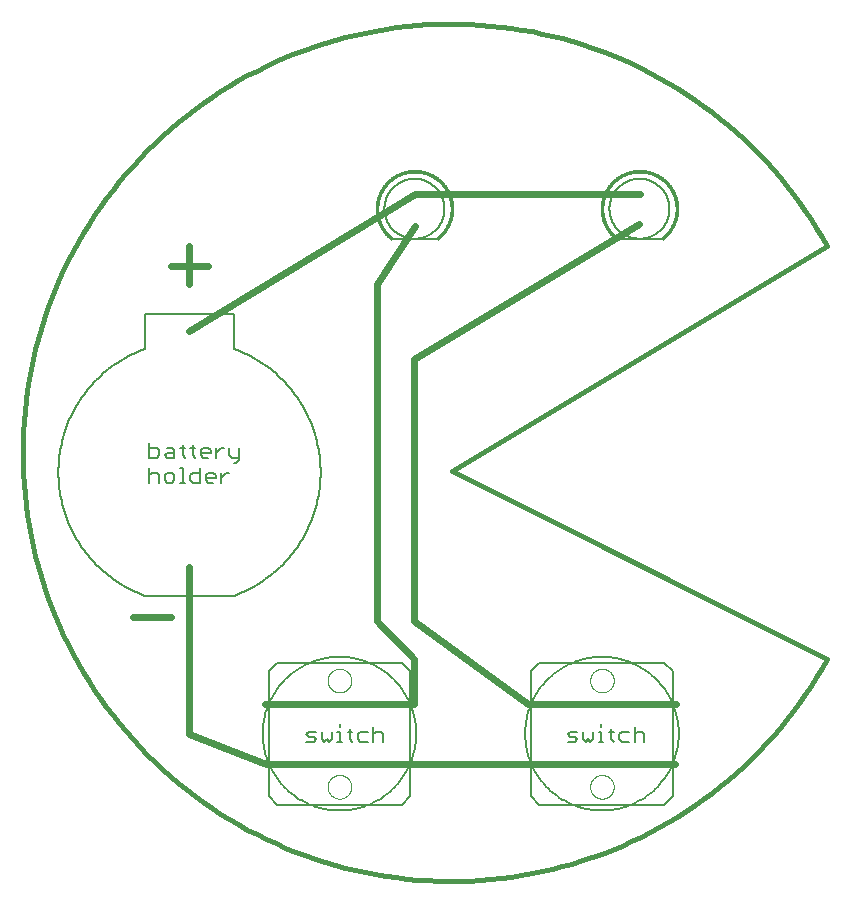
<source format=gto>
G75*
%MOIN*%
%OFA0B0*%
%FSLAX25Y25*%
%IPPOS*%
%LPD*%
%AMOC8*
5,1,8,0,0,1.08239X$1,22.5*
%
%ADD10C,0.00700*%
%ADD11C,0.01600*%
%ADD12C,0.02400*%
%ADD13C,0.00800*%
%ADD14C,0.00600*%
%ADD15C,0.00100*%
%ADD16C,0.00000*%
%ADD17C,0.00500*%
D10*
X0096875Y0048317D02*
X0099327Y0048317D01*
X0100144Y0049134D01*
X0099327Y0049951D01*
X0097692Y0049951D01*
X0096875Y0050769D01*
X0097692Y0051586D01*
X0100144Y0051586D01*
X0102031Y0051586D02*
X0102031Y0049134D01*
X0102848Y0048317D01*
X0103666Y0049134D01*
X0104483Y0048317D01*
X0105300Y0049134D01*
X0105300Y0051586D01*
X0107187Y0051586D02*
X0108005Y0051586D01*
X0108005Y0048317D01*
X0108822Y0048317D02*
X0107187Y0048317D01*
X0111442Y0049134D02*
X0112260Y0048317D01*
X0111442Y0049134D02*
X0111442Y0052403D01*
X0110625Y0051586D02*
X0112260Y0051586D01*
X0114063Y0050769D02*
X0114063Y0049134D01*
X0114880Y0048317D01*
X0117332Y0048317D01*
X0119219Y0048317D02*
X0119219Y0053221D01*
X0120036Y0051586D02*
X0119219Y0050769D01*
X0120036Y0051586D02*
X0121671Y0051586D01*
X0122488Y0050769D01*
X0122488Y0048317D01*
X0117332Y0051586D02*
X0114880Y0051586D01*
X0114063Y0050769D01*
X0108005Y0053221D02*
X0108005Y0054038D01*
X0183981Y0050769D02*
X0184798Y0051586D01*
X0187250Y0051586D01*
X0186433Y0049951D02*
X0184798Y0049951D01*
X0183981Y0050769D01*
X0183981Y0048317D02*
X0186433Y0048317D01*
X0187250Y0049134D01*
X0186433Y0049951D01*
X0189137Y0049134D02*
X0189955Y0048317D01*
X0190772Y0049134D01*
X0191589Y0048317D01*
X0192407Y0049134D01*
X0192407Y0051586D01*
X0194294Y0051586D02*
X0195111Y0051586D01*
X0195111Y0048317D01*
X0194294Y0048317D02*
X0195928Y0048317D01*
X0198549Y0049134D02*
X0199366Y0048317D01*
X0198549Y0049134D02*
X0198549Y0052403D01*
X0199366Y0051586D02*
X0197731Y0051586D01*
X0195111Y0053221D02*
X0195111Y0054038D01*
X0189137Y0051586D02*
X0189137Y0049134D01*
X0201169Y0049134D02*
X0201986Y0048317D01*
X0204438Y0048317D01*
X0206325Y0048317D02*
X0206325Y0053221D01*
X0207143Y0051586D02*
X0206325Y0050769D01*
X0207143Y0051586D02*
X0208777Y0051586D01*
X0209595Y0050769D01*
X0209595Y0048317D01*
X0204438Y0051586D02*
X0201986Y0051586D01*
X0201169Y0050769D01*
X0201169Y0049134D01*
X0074423Y0142120D02*
X0073606Y0141302D01*
X0072789Y0141302D01*
X0074423Y0142120D02*
X0074423Y0146206D01*
X0074423Y0142937D02*
X0071971Y0142937D01*
X0071154Y0143754D01*
X0071154Y0146206D01*
X0069309Y0146206D02*
X0068492Y0146206D01*
X0066857Y0144572D01*
X0066857Y0146206D02*
X0066857Y0142937D01*
X0064970Y0144572D02*
X0064970Y0145389D01*
X0064152Y0146206D01*
X0062518Y0146206D01*
X0061700Y0145389D01*
X0061700Y0143754D01*
X0062518Y0142937D01*
X0064152Y0142937D01*
X0064970Y0144572D02*
X0061700Y0144572D01*
X0059898Y0146206D02*
X0058263Y0146206D01*
X0059080Y0147024D02*
X0059080Y0143754D01*
X0059898Y0142937D01*
X0061532Y0139441D02*
X0061532Y0134537D01*
X0059080Y0134537D01*
X0058263Y0135354D01*
X0058263Y0136989D01*
X0059080Y0137806D01*
X0061532Y0137806D01*
X0063419Y0136989D02*
X0063419Y0135354D01*
X0064237Y0134537D01*
X0065871Y0134537D01*
X0066689Y0136172D02*
X0063419Y0136172D01*
X0063419Y0136989D02*
X0064237Y0137806D01*
X0065871Y0137806D01*
X0066689Y0136989D01*
X0066689Y0136172D01*
X0068576Y0136172D02*
X0070210Y0137806D01*
X0071028Y0137806D01*
X0068576Y0137806D02*
X0068576Y0134537D01*
X0056460Y0134537D02*
X0054825Y0134537D01*
X0055643Y0134537D02*
X0055643Y0139441D01*
X0054825Y0139441D01*
X0052938Y0136989D02*
X0052121Y0137806D01*
X0050486Y0137806D01*
X0049669Y0136989D01*
X0049669Y0135354D01*
X0050486Y0134537D01*
X0052121Y0134537D01*
X0052938Y0135354D01*
X0052938Y0136989D01*
X0047782Y0136989D02*
X0047782Y0134537D01*
X0047782Y0136989D02*
X0046965Y0137806D01*
X0045330Y0137806D01*
X0044512Y0136989D01*
X0044512Y0139441D02*
X0044512Y0134537D01*
X0044512Y0142937D02*
X0046965Y0142937D01*
X0047782Y0143754D01*
X0047782Y0145389D01*
X0046965Y0146206D01*
X0044512Y0146206D01*
X0044512Y0147841D02*
X0044512Y0142937D01*
X0049669Y0143754D02*
X0050486Y0144572D01*
X0052938Y0144572D01*
X0052938Y0145389D02*
X0052938Y0142937D01*
X0050486Y0142937D01*
X0049669Y0143754D01*
X0050486Y0146206D02*
X0052121Y0146206D01*
X0052938Y0145389D01*
X0054825Y0146206D02*
X0056460Y0146206D01*
X0055643Y0147024D02*
X0055643Y0143754D01*
X0056460Y0142937D01*
D11*
X0270442Y0075919D02*
X0268724Y0072879D01*
X0266933Y0069882D01*
X0265069Y0066929D01*
X0263133Y0064023D01*
X0261127Y0061165D01*
X0259052Y0058357D01*
X0256909Y0055601D01*
X0254699Y0052898D01*
X0252423Y0050249D01*
X0250084Y0047657D01*
X0247682Y0045123D01*
X0245219Y0042648D01*
X0242696Y0040234D01*
X0240114Y0037883D01*
X0237476Y0035596D01*
X0234783Y0033373D01*
X0232037Y0031217D01*
X0229238Y0029129D01*
X0226389Y0027110D01*
X0223492Y0025161D01*
X0220548Y0023283D01*
X0217559Y0021478D01*
X0214527Y0019747D01*
X0211454Y0018090D01*
X0208341Y0016509D01*
X0205190Y0015004D01*
X0202003Y0013577D01*
X0198783Y0012228D01*
X0195530Y0010958D01*
X0192247Y0009768D01*
X0188937Y0008659D01*
X0185600Y0007630D01*
X0182239Y0006684D01*
X0178856Y0005820D01*
X0175452Y0005039D01*
X0172031Y0004342D01*
X0168594Y0003728D01*
X0165142Y0003198D01*
X0161679Y0002753D01*
X0158206Y0002393D01*
X0154725Y0002118D01*
X0151239Y0001928D01*
X0147749Y0001823D01*
X0144257Y0001803D01*
X0140766Y0001869D01*
X0137278Y0002020D01*
X0133794Y0002256D01*
X0130317Y0002578D01*
X0126849Y0002984D01*
X0123392Y0003475D01*
X0119948Y0004050D01*
X0116519Y0004709D01*
X0113108Y0005452D01*
X0109715Y0006277D01*
X0106344Y0007186D01*
X0102995Y0008177D01*
X0099672Y0009249D01*
X0096377Y0010402D01*
X0093110Y0011635D01*
X0089874Y0012948D01*
X0086672Y0014339D01*
X0083504Y0015809D01*
X0080374Y0017355D01*
X0077282Y0018977D01*
X0074230Y0020675D01*
X0071222Y0022446D01*
X0068257Y0024291D01*
X0065338Y0026207D01*
X0062467Y0028194D01*
X0059645Y0030251D01*
X0056875Y0032376D01*
X0054157Y0034568D01*
X0051493Y0036826D01*
X0048886Y0039148D01*
X0046336Y0041533D01*
X0043845Y0043980D01*
X0041415Y0046487D01*
X0039046Y0049053D01*
X0036741Y0051675D01*
X0034501Y0054354D01*
X0032327Y0057086D01*
X0030220Y0059871D01*
X0028182Y0062706D01*
X0026214Y0065590D01*
X0024317Y0068522D01*
X0022493Y0071498D01*
X0020741Y0074519D01*
X0019064Y0077582D01*
X0017462Y0080684D01*
X0015937Y0083825D01*
X0014488Y0087002D01*
X0013118Y0090214D01*
X0011827Y0093458D01*
X0010615Y0096733D01*
X0009484Y0100036D01*
X0008434Y0103366D01*
X0007465Y0106721D01*
X0006579Y0110098D01*
X0005775Y0113496D01*
X0005055Y0116912D01*
X0004419Y0120346D01*
X0003866Y0123793D01*
X0003398Y0127254D01*
X0003015Y0130724D01*
X0002717Y0134203D01*
X0002504Y0137688D01*
X0002376Y0141178D01*
X0002333Y0144669D01*
X0002376Y0148160D01*
X0002504Y0151650D01*
X0002717Y0155135D01*
X0003015Y0158614D01*
X0003398Y0162084D01*
X0003866Y0165545D01*
X0004419Y0168992D01*
X0005055Y0172426D01*
X0005775Y0175842D01*
X0006579Y0179240D01*
X0007465Y0182617D01*
X0008434Y0185972D01*
X0009484Y0189302D01*
X0010615Y0192605D01*
X0011827Y0195880D01*
X0013118Y0199124D01*
X0014488Y0202336D01*
X0015937Y0205513D01*
X0017462Y0208654D01*
X0019064Y0211756D01*
X0020741Y0214819D01*
X0022493Y0217840D01*
X0024317Y0220816D01*
X0026214Y0223748D01*
X0028182Y0226632D01*
X0030220Y0229467D01*
X0032327Y0232252D01*
X0034501Y0234984D01*
X0036741Y0237663D01*
X0039046Y0240285D01*
X0041415Y0242851D01*
X0043845Y0245358D01*
X0046336Y0247805D01*
X0048886Y0250190D01*
X0051493Y0252512D01*
X0054157Y0254770D01*
X0056875Y0256962D01*
X0059645Y0259087D01*
X0062467Y0261144D01*
X0065338Y0263131D01*
X0068257Y0265047D01*
X0071222Y0266892D01*
X0074230Y0268663D01*
X0077282Y0270361D01*
X0080374Y0271983D01*
X0083504Y0273529D01*
X0086672Y0274999D01*
X0089874Y0276390D01*
X0093110Y0277703D01*
X0096377Y0278936D01*
X0099672Y0280089D01*
X0102995Y0281161D01*
X0106344Y0282152D01*
X0109715Y0283061D01*
X0113108Y0283886D01*
X0116519Y0284629D01*
X0119948Y0285288D01*
X0123392Y0285863D01*
X0126849Y0286354D01*
X0130317Y0286760D01*
X0133794Y0287082D01*
X0137278Y0287318D01*
X0140766Y0287469D01*
X0144257Y0287535D01*
X0147749Y0287515D01*
X0151239Y0287410D01*
X0154725Y0287220D01*
X0158206Y0286945D01*
X0161679Y0286585D01*
X0165142Y0286140D01*
X0168594Y0285610D01*
X0172031Y0284996D01*
X0175452Y0284299D01*
X0178856Y0283518D01*
X0182239Y0282654D01*
X0185600Y0281708D01*
X0188937Y0280679D01*
X0192247Y0279570D01*
X0195530Y0278380D01*
X0198783Y0277110D01*
X0202003Y0275761D01*
X0205190Y0274334D01*
X0208341Y0272829D01*
X0211454Y0271248D01*
X0214527Y0269591D01*
X0217559Y0267860D01*
X0220548Y0266055D01*
X0223492Y0264177D01*
X0226389Y0262228D01*
X0229238Y0260209D01*
X0232037Y0258121D01*
X0234783Y0255965D01*
X0237476Y0253742D01*
X0240114Y0251455D01*
X0242696Y0249104D01*
X0245219Y0246690D01*
X0247682Y0244215D01*
X0250084Y0241681D01*
X0252423Y0239089D01*
X0254699Y0236440D01*
X0256909Y0233737D01*
X0259052Y0230981D01*
X0261127Y0228173D01*
X0263133Y0225315D01*
X0265069Y0222409D01*
X0266933Y0219456D01*
X0268724Y0216459D01*
X0270442Y0213419D01*
X0145442Y0138419D01*
X0270442Y0075919D01*
D12*
X0057942Y0050919D02*
X0057844Y0106333D01*
X0051741Y0089797D02*
X0039241Y0089797D01*
X0057942Y0050919D02*
X0083434Y0040978D01*
X0219851Y0040978D01*
X0220245Y0060860D02*
X0170639Y0060860D01*
X0132942Y0088419D01*
X0132942Y0175919D01*
X0207844Y0220900D01*
X0208040Y0230939D02*
X0133237Y0230939D01*
X0133040Y0230939D02*
X0057844Y0185073D01*
X0057942Y0200919D02*
X0057942Y0213419D01*
X0051938Y0206923D02*
X0064143Y0206923D01*
X0064143Y0206726D01*
X0120442Y0200919D02*
X0133040Y0220309D01*
X0133040Y0220112D01*
X0120442Y0200919D02*
X0120442Y0088419D01*
X0132942Y0075919D01*
X0132647Y0060663D01*
X0083237Y0060663D01*
D13*
X0072903Y0096923D02*
X0042981Y0096923D01*
X0072902Y0096924D02*
X0073901Y0097303D01*
X0074890Y0097706D01*
X0075869Y0098133D01*
X0076837Y0098584D01*
X0077794Y0099058D01*
X0078740Y0099555D01*
X0079672Y0100076D01*
X0080592Y0100619D01*
X0081498Y0101184D01*
X0082391Y0101772D01*
X0083268Y0102381D01*
X0084131Y0103011D01*
X0084977Y0103662D01*
X0085808Y0104333D01*
X0086622Y0105025D01*
X0087419Y0105736D01*
X0088198Y0106467D01*
X0088959Y0107216D01*
X0089702Y0107984D01*
X0090426Y0108769D01*
X0091130Y0109572D01*
X0091815Y0110392D01*
X0092479Y0111229D01*
X0093123Y0112081D01*
X0093746Y0112949D01*
X0094347Y0113831D01*
X0094927Y0114729D01*
X0095484Y0115640D01*
X0096020Y0116564D01*
X0096532Y0117501D01*
X0097021Y0118451D01*
X0097488Y0119412D01*
X0097930Y0120384D01*
X0098349Y0121367D01*
X0098743Y0122359D01*
X0099114Y0123361D01*
X0099459Y0124372D01*
X0099780Y0125391D01*
X0100076Y0126417D01*
X0100347Y0127450D01*
X0100592Y0128490D01*
X0100812Y0129535D01*
X0101007Y0130585D01*
X0101176Y0131640D01*
X0101318Y0132698D01*
X0101436Y0133760D01*
X0101527Y0134824D01*
X0101592Y0135891D01*
X0101631Y0136958D01*
X0101644Y0138026D01*
X0101631Y0139094D01*
X0101592Y0140161D01*
X0101527Y0141228D01*
X0101436Y0142292D01*
X0101318Y0143354D01*
X0101176Y0144412D01*
X0101007Y0145467D01*
X0100812Y0146517D01*
X0100592Y0147562D01*
X0100347Y0148602D01*
X0100076Y0149635D01*
X0099780Y0150661D01*
X0099459Y0151680D01*
X0099114Y0152691D01*
X0098743Y0153693D01*
X0098349Y0154685D01*
X0097930Y0155668D01*
X0097488Y0156640D01*
X0097021Y0157601D01*
X0096532Y0158551D01*
X0096020Y0159488D01*
X0095484Y0160412D01*
X0094927Y0161323D01*
X0094347Y0162221D01*
X0093746Y0163103D01*
X0093123Y0163971D01*
X0092479Y0164823D01*
X0091815Y0165660D01*
X0091130Y0166480D01*
X0090426Y0167283D01*
X0089702Y0168068D01*
X0088959Y0168836D01*
X0088198Y0169585D01*
X0087419Y0170316D01*
X0086622Y0171027D01*
X0085808Y0171719D01*
X0084977Y0172390D01*
X0084131Y0173041D01*
X0083268Y0173671D01*
X0082391Y0174280D01*
X0081498Y0174868D01*
X0080592Y0175433D01*
X0079672Y0175976D01*
X0078740Y0176497D01*
X0077794Y0176994D01*
X0076837Y0177468D01*
X0075869Y0177919D01*
X0074890Y0178346D01*
X0073901Y0178749D01*
X0072902Y0179128D01*
X0072903Y0179128D02*
X0072903Y0190860D01*
X0042981Y0190860D01*
X0042981Y0179128D01*
X0042982Y0179128D02*
X0041983Y0178749D01*
X0040994Y0178346D01*
X0040015Y0177919D01*
X0039047Y0177468D01*
X0038090Y0176994D01*
X0037144Y0176497D01*
X0036212Y0175976D01*
X0035292Y0175433D01*
X0034386Y0174868D01*
X0033493Y0174280D01*
X0032616Y0173671D01*
X0031753Y0173041D01*
X0030907Y0172390D01*
X0030076Y0171719D01*
X0029262Y0171027D01*
X0028465Y0170316D01*
X0027686Y0169585D01*
X0026925Y0168836D01*
X0026182Y0168068D01*
X0025458Y0167283D01*
X0024754Y0166480D01*
X0024069Y0165660D01*
X0023405Y0164823D01*
X0022761Y0163971D01*
X0022138Y0163103D01*
X0021537Y0162221D01*
X0020957Y0161323D01*
X0020400Y0160412D01*
X0019864Y0159488D01*
X0019352Y0158551D01*
X0018863Y0157601D01*
X0018396Y0156640D01*
X0017954Y0155668D01*
X0017535Y0154685D01*
X0017141Y0153693D01*
X0016770Y0152691D01*
X0016425Y0151680D01*
X0016104Y0150661D01*
X0015808Y0149635D01*
X0015537Y0148602D01*
X0015292Y0147562D01*
X0015072Y0146517D01*
X0014877Y0145467D01*
X0014708Y0144412D01*
X0014566Y0143354D01*
X0014448Y0142292D01*
X0014357Y0141228D01*
X0014292Y0140161D01*
X0014253Y0139094D01*
X0014240Y0138026D01*
X0014253Y0136958D01*
X0014292Y0135891D01*
X0014357Y0134824D01*
X0014448Y0133760D01*
X0014566Y0132698D01*
X0014708Y0131640D01*
X0014877Y0130585D01*
X0015072Y0129535D01*
X0015292Y0128490D01*
X0015537Y0127450D01*
X0015808Y0126417D01*
X0016104Y0125391D01*
X0016425Y0124372D01*
X0016770Y0123361D01*
X0017141Y0122359D01*
X0017535Y0121367D01*
X0017954Y0120384D01*
X0018396Y0119412D01*
X0018863Y0118451D01*
X0019352Y0117501D01*
X0019864Y0116564D01*
X0020400Y0115640D01*
X0020957Y0114729D01*
X0021537Y0113831D01*
X0022138Y0112949D01*
X0022761Y0112081D01*
X0023405Y0111229D01*
X0024069Y0110392D01*
X0024754Y0109572D01*
X0025458Y0108769D01*
X0026182Y0107984D01*
X0026925Y0107216D01*
X0027686Y0106467D01*
X0028465Y0105736D01*
X0029262Y0105025D01*
X0030076Y0104333D01*
X0030907Y0103662D01*
X0031753Y0103011D01*
X0032616Y0102381D01*
X0033493Y0101772D01*
X0034386Y0101184D01*
X0035292Y0100619D01*
X0036212Y0100076D01*
X0037144Y0099555D01*
X0038090Y0099058D01*
X0039047Y0098584D01*
X0040015Y0098133D01*
X0040994Y0097706D01*
X0041983Y0097303D01*
X0042982Y0096924D01*
X0125442Y0215919D02*
X0140442Y0215919D01*
X0200442Y0215919D02*
X0215442Y0215919D01*
D14*
X0197942Y0225919D02*
X0197945Y0226164D01*
X0197954Y0226410D01*
X0197969Y0226655D01*
X0197990Y0226899D01*
X0198017Y0227143D01*
X0198050Y0227386D01*
X0198089Y0227629D01*
X0198134Y0227870D01*
X0198185Y0228110D01*
X0198242Y0228349D01*
X0198304Y0228586D01*
X0198373Y0228822D01*
X0198447Y0229056D01*
X0198527Y0229288D01*
X0198612Y0229518D01*
X0198703Y0229746D01*
X0198800Y0229971D01*
X0198902Y0230195D01*
X0199010Y0230415D01*
X0199123Y0230633D01*
X0199241Y0230848D01*
X0199365Y0231060D01*
X0199493Y0231269D01*
X0199627Y0231475D01*
X0199766Y0231677D01*
X0199910Y0231876D01*
X0200059Y0232071D01*
X0200212Y0232263D01*
X0200370Y0232451D01*
X0200532Y0232635D01*
X0200700Y0232814D01*
X0200871Y0232990D01*
X0201047Y0233161D01*
X0201226Y0233329D01*
X0201410Y0233491D01*
X0201598Y0233649D01*
X0201790Y0233802D01*
X0201985Y0233951D01*
X0202184Y0234095D01*
X0202386Y0234234D01*
X0202592Y0234368D01*
X0202801Y0234496D01*
X0203013Y0234620D01*
X0203228Y0234738D01*
X0203446Y0234851D01*
X0203666Y0234959D01*
X0203890Y0235061D01*
X0204115Y0235158D01*
X0204343Y0235249D01*
X0204573Y0235334D01*
X0204805Y0235414D01*
X0205039Y0235488D01*
X0205275Y0235557D01*
X0205512Y0235619D01*
X0205751Y0235676D01*
X0205991Y0235727D01*
X0206232Y0235772D01*
X0206475Y0235811D01*
X0206718Y0235844D01*
X0206962Y0235871D01*
X0207206Y0235892D01*
X0207451Y0235907D01*
X0207697Y0235916D01*
X0207942Y0235919D01*
X0208187Y0235916D01*
X0208433Y0235907D01*
X0208678Y0235892D01*
X0208922Y0235871D01*
X0209166Y0235844D01*
X0209409Y0235811D01*
X0209652Y0235772D01*
X0209893Y0235727D01*
X0210133Y0235676D01*
X0210372Y0235619D01*
X0210609Y0235557D01*
X0210845Y0235488D01*
X0211079Y0235414D01*
X0211311Y0235334D01*
X0211541Y0235249D01*
X0211769Y0235158D01*
X0211994Y0235061D01*
X0212218Y0234959D01*
X0212438Y0234851D01*
X0212656Y0234738D01*
X0212871Y0234620D01*
X0213083Y0234496D01*
X0213292Y0234368D01*
X0213498Y0234234D01*
X0213700Y0234095D01*
X0213899Y0233951D01*
X0214094Y0233802D01*
X0214286Y0233649D01*
X0214474Y0233491D01*
X0214658Y0233329D01*
X0214837Y0233161D01*
X0215013Y0232990D01*
X0215184Y0232814D01*
X0215352Y0232635D01*
X0215514Y0232451D01*
X0215672Y0232263D01*
X0215825Y0232071D01*
X0215974Y0231876D01*
X0216118Y0231677D01*
X0216257Y0231475D01*
X0216391Y0231269D01*
X0216519Y0231060D01*
X0216643Y0230848D01*
X0216761Y0230633D01*
X0216874Y0230415D01*
X0216982Y0230195D01*
X0217084Y0229971D01*
X0217181Y0229746D01*
X0217272Y0229518D01*
X0217357Y0229288D01*
X0217437Y0229056D01*
X0217511Y0228822D01*
X0217580Y0228586D01*
X0217642Y0228349D01*
X0217699Y0228110D01*
X0217750Y0227870D01*
X0217795Y0227629D01*
X0217834Y0227386D01*
X0217867Y0227143D01*
X0217894Y0226899D01*
X0217915Y0226655D01*
X0217930Y0226410D01*
X0217939Y0226164D01*
X0217942Y0225919D01*
X0217939Y0225674D01*
X0217930Y0225428D01*
X0217915Y0225183D01*
X0217894Y0224939D01*
X0217867Y0224695D01*
X0217834Y0224452D01*
X0217795Y0224209D01*
X0217750Y0223968D01*
X0217699Y0223728D01*
X0217642Y0223489D01*
X0217580Y0223252D01*
X0217511Y0223016D01*
X0217437Y0222782D01*
X0217357Y0222550D01*
X0217272Y0222320D01*
X0217181Y0222092D01*
X0217084Y0221867D01*
X0216982Y0221643D01*
X0216874Y0221423D01*
X0216761Y0221205D01*
X0216643Y0220990D01*
X0216519Y0220778D01*
X0216391Y0220569D01*
X0216257Y0220363D01*
X0216118Y0220161D01*
X0215974Y0219962D01*
X0215825Y0219767D01*
X0215672Y0219575D01*
X0215514Y0219387D01*
X0215352Y0219203D01*
X0215184Y0219024D01*
X0215013Y0218848D01*
X0214837Y0218677D01*
X0214658Y0218509D01*
X0214474Y0218347D01*
X0214286Y0218189D01*
X0214094Y0218036D01*
X0213899Y0217887D01*
X0213700Y0217743D01*
X0213498Y0217604D01*
X0213292Y0217470D01*
X0213083Y0217342D01*
X0212871Y0217218D01*
X0212656Y0217100D01*
X0212438Y0216987D01*
X0212218Y0216879D01*
X0211994Y0216777D01*
X0211769Y0216680D01*
X0211541Y0216589D01*
X0211311Y0216504D01*
X0211079Y0216424D01*
X0210845Y0216350D01*
X0210609Y0216281D01*
X0210372Y0216219D01*
X0210133Y0216162D01*
X0209893Y0216111D01*
X0209652Y0216066D01*
X0209409Y0216027D01*
X0209166Y0215994D01*
X0208922Y0215967D01*
X0208678Y0215946D01*
X0208433Y0215931D01*
X0208187Y0215922D01*
X0207942Y0215919D01*
X0207697Y0215922D01*
X0207451Y0215931D01*
X0207206Y0215946D01*
X0206962Y0215967D01*
X0206718Y0215994D01*
X0206475Y0216027D01*
X0206232Y0216066D01*
X0205991Y0216111D01*
X0205751Y0216162D01*
X0205512Y0216219D01*
X0205275Y0216281D01*
X0205039Y0216350D01*
X0204805Y0216424D01*
X0204573Y0216504D01*
X0204343Y0216589D01*
X0204115Y0216680D01*
X0203890Y0216777D01*
X0203666Y0216879D01*
X0203446Y0216987D01*
X0203228Y0217100D01*
X0203013Y0217218D01*
X0202801Y0217342D01*
X0202592Y0217470D01*
X0202386Y0217604D01*
X0202184Y0217743D01*
X0201985Y0217887D01*
X0201790Y0218036D01*
X0201598Y0218189D01*
X0201410Y0218347D01*
X0201226Y0218509D01*
X0201047Y0218677D01*
X0200871Y0218848D01*
X0200700Y0219024D01*
X0200532Y0219203D01*
X0200370Y0219387D01*
X0200212Y0219575D01*
X0200059Y0219767D01*
X0199910Y0219962D01*
X0199766Y0220161D01*
X0199627Y0220363D01*
X0199493Y0220569D01*
X0199365Y0220778D01*
X0199241Y0220990D01*
X0199123Y0221205D01*
X0199010Y0221423D01*
X0198902Y0221643D01*
X0198800Y0221867D01*
X0198703Y0222092D01*
X0198612Y0222320D01*
X0198527Y0222550D01*
X0198447Y0222782D01*
X0198373Y0223016D01*
X0198304Y0223252D01*
X0198242Y0223489D01*
X0198185Y0223728D01*
X0198134Y0223968D01*
X0198089Y0224209D01*
X0198050Y0224452D01*
X0198017Y0224695D01*
X0197990Y0224939D01*
X0197969Y0225183D01*
X0197954Y0225428D01*
X0197945Y0225674D01*
X0197942Y0225919D01*
X0122942Y0225919D02*
X0122945Y0226164D01*
X0122954Y0226410D01*
X0122969Y0226655D01*
X0122990Y0226899D01*
X0123017Y0227143D01*
X0123050Y0227386D01*
X0123089Y0227629D01*
X0123134Y0227870D01*
X0123185Y0228110D01*
X0123242Y0228349D01*
X0123304Y0228586D01*
X0123373Y0228822D01*
X0123447Y0229056D01*
X0123527Y0229288D01*
X0123612Y0229518D01*
X0123703Y0229746D01*
X0123800Y0229971D01*
X0123902Y0230195D01*
X0124010Y0230415D01*
X0124123Y0230633D01*
X0124241Y0230848D01*
X0124365Y0231060D01*
X0124493Y0231269D01*
X0124627Y0231475D01*
X0124766Y0231677D01*
X0124910Y0231876D01*
X0125059Y0232071D01*
X0125212Y0232263D01*
X0125370Y0232451D01*
X0125532Y0232635D01*
X0125700Y0232814D01*
X0125871Y0232990D01*
X0126047Y0233161D01*
X0126226Y0233329D01*
X0126410Y0233491D01*
X0126598Y0233649D01*
X0126790Y0233802D01*
X0126985Y0233951D01*
X0127184Y0234095D01*
X0127386Y0234234D01*
X0127592Y0234368D01*
X0127801Y0234496D01*
X0128013Y0234620D01*
X0128228Y0234738D01*
X0128446Y0234851D01*
X0128666Y0234959D01*
X0128890Y0235061D01*
X0129115Y0235158D01*
X0129343Y0235249D01*
X0129573Y0235334D01*
X0129805Y0235414D01*
X0130039Y0235488D01*
X0130275Y0235557D01*
X0130512Y0235619D01*
X0130751Y0235676D01*
X0130991Y0235727D01*
X0131232Y0235772D01*
X0131475Y0235811D01*
X0131718Y0235844D01*
X0131962Y0235871D01*
X0132206Y0235892D01*
X0132451Y0235907D01*
X0132697Y0235916D01*
X0132942Y0235919D01*
X0133187Y0235916D01*
X0133433Y0235907D01*
X0133678Y0235892D01*
X0133922Y0235871D01*
X0134166Y0235844D01*
X0134409Y0235811D01*
X0134652Y0235772D01*
X0134893Y0235727D01*
X0135133Y0235676D01*
X0135372Y0235619D01*
X0135609Y0235557D01*
X0135845Y0235488D01*
X0136079Y0235414D01*
X0136311Y0235334D01*
X0136541Y0235249D01*
X0136769Y0235158D01*
X0136994Y0235061D01*
X0137218Y0234959D01*
X0137438Y0234851D01*
X0137656Y0234738D01*
X0137871Y0234620D01*
X0138083Y0234496D01*
X0138292Y0234368D01*
X0138498Y0234234D01*
X0138700Y0234095D01*
X0138899Y0233951D01*
X0139094Y0233802D01*
X0139286Y0233649D01*
X0139474Y0233491D01*
X0139658Y0233329D01*
X0139837Y0233161D01*
X0140013Y0232990D01*
X0140184Y0232814D01*
X0140352Y0232635D01*
X0140514Y0232451D01*
X0140672Y0232263D01*
X0140825Y0232071D01*
X0140974Y0231876D01*
X0141118Y0231677D01*
X0141257Y0231475D01*
X0141391Y0231269D01*
X0141519Y0231060D01*
X0141643Y0230848D01*
X0141761Y0230633D01*
X0141874Y0230415D01*
X0141982Y0230195D01*
X0142084Y0229971D01*
X0142181Y0229746D01*
X0142272Y0229518D01*
X0142357Y0229288D01*
X0142437Y0229056D01*
X0142511Y0228822D01*
X0142580Y0228586D01*
X0142642Y0228349D01*
X0142699Y0228110D01*
X0142750Y0227870D01*
X0142795Y0227629D01*
X0142834Y0227386D01*
X0142867Y0227143D01*
X0142894Y0226899D01*
X0142915Y0226655D01*
X0142930Y0226410D01*
X0142939Y0226164D01*
X0142942Y0225919D01*
X0142939Y0225674D01*
X0142930Y0225428D01*
X0142915Y0225183D01*
X0142894Y0224939D01*
X0142867Y0224695D01*
X0142834Y0224452D01*
X0142795Y0224209D01*
X0142750Y0223968D01*
X0142699Y0223728D01*
X0142642Y0223489D01*
X0142580Y0223252D01*
X0142511Y0223016D01*
X0142437Y0222782D01*
X0142357Y0222550D01*
X0142272Y0222320D01*
X0142181Y0222092D01*
X0142084Y0221867D01*
X0141982Y0221643D01*
X0141874Y0221423D01*
X0141761Y0221205D01*
X0141643Y0220990D01*
X0141519Y0220778D01*
X0141391Y0220569D01*
X0141257Y0220363D01*
X0141118Y0220161D01*
X0140974Y0219962D01*
X0140825Y0219767D01*
X0140672Y0219575D01*
X0140514Y0219387D01*
X0140352Y0219203D01*
X0140184Y0219024D01*
X0140013Y0218848D01*
X0139837Y0218677D01*
X0139658Y0218509D01*
X0139474Y0218347D01*
X0139286Y0218189D01*
X0139094Y0218036D01*
X0138899Y0217887D01*
X0138700Y0217743D01*
X0138498Y0217604D01*
X0138292Y0217470D01*
X0138083Y0217342D01*
X0137871Y0217218D01*
X0137656Y0217100D01*
X0137438Y0216987D01*
X0137218Y0216879D01*
X0136994Y0216777D01*
X0136769Y0216680D01*
X0136541Y0216589D01*
X0136311Y0216504D01*
X0136079Y0216424D01*
X0135845Y0216350D01*
X0135609Y0216281D01*
X0135372Y0216219D01*
X0135133Y0216162D01*
X0134893Y0216111D01*
X0134652Y0216066D01*
X0134409Y0216027D01*
X0134166Y0215994D01*
X0133922Y0215967D01*
X0133678Y0215946D01*
X0133433Y0215931D01*
X0133187Y0215922D01*
X0132942Y0215919D01*
X0132697Y0215922D01*
X0132451Y0215931D01*
X0132206Y0215946D01*
X0131962Y0215967D01*
X0131718Y0215994D01*
X0131475Y0216027D01*
X0131232Y0216066D01*
X0130991Y0216111D01*
X0130751Y0216162D01*
X0130512Y0216219D01*
X0130275Y0216281D01*
X0130039Y0216350D01*
X0129805Y0216424D01*
X0129573Y0216504D01*
X0129343Y0216589D01*
X0129115Y0216680D01*
X0128890Y0216777D01*
X0128666Y0216879D01*
X0128446Y0216987D01*
X0128228Y0217100D01*
X0128013Y0217218D01*
X0127801Y0217342D01*
X0127592Y0217470D01*
X0127386Y0217604D01*
X0127184Y0217743D01*
X0126985Y0217887D01*
X0126790Y0218036D01*
X0126598Y0218189D01*
X0126410Y0218347D01*
X0126226Y0218509D01*
X0126047Y0218677D01*
X0125871Y0218848D01*
X0125700Y0219024D01*
X0125532Y0219203D01*
X0125370Y0219387D01*
X0125212Y0219575D01*
X0125059Y0219767D01*
X0124910Y0219962D01*
X0124766Y0220161D01*
X0124627Y0220363D01*
X0124493Y0220569D01*
X0124365Y0220778D01*
X0124241Y0220990D01*
X0124123Y0221205D01*
X0124010Y0221423D01*
X0123902Y0221643D01*
X0123800Y0221867D01*
X0123703Y0222092D01*
X0123612Y0222320D01*
X0123527Y0222550D01*
X0123447Y0222782D01*
X0123373Y0223016D01*
X0123304Y0223252D01*
X0123242Y0223489D01*
X0123185Y0223728D01*
X0123134Y0223968D01*
X0123089Y0224209D01*
X0123050Y0224452D01*
X0123017Y0224695D01*
X0122990Y0224939D01*
X0122969Y0225183D01*
X0122954Y0225428D01*
X0122945Y0225674D01*
X0122942Y0225919D01*
D15*
X0140751Y0215590D02*
X0140211Y0216310D01*
X0140212Y0216309D02*
X0140445Y0216490D01*
X0140673Y0216676D01*
X0140897Y0216868D01*
X0141116Y0217065D01*
X0141330Y0217267D01*
X0141539Y0217475D01*
X0141742Y0217688D01*
X0141941Y0217905D01*
X0142134Y0218128D01*
X0142322Y0218355D01*
X0142504Y0218586D01*
X0142681Y0218822D01*
X0142851Y0219063D01*
X0143016Y0219307D01*
X0143174Y0219555D01*
X0143327Y0219807D01*
X0143473Y0220063D01*
X0143613Y0220322D01*
X0143747Y0220585D01*
X0143874Y0220850D01*
X0143995Y0221119D01*
X0144109Y0221391D01*
X0144216Y0221665D01*
X0144317Y0221942D01*
X0144411Y0222221D01*
X0144498Y0222503D01*
X0144578Y0222786D01*
X0144651Y0223072D01*
X0144717Y0223359D01*
X0144776Y0223648D01*
X0144828Y0223938D01*
X0144873Y0224229D01*
X0144911Y0224521D01*
X0144941Y0224814D01*
X0144965Y0225108D01*
X0144981Y0225402D01*
X0144990Y0225696D01*
X0144992Y0225991D01*
X0144986Y0226286D01*
X0144974Y0226580D01*
X0144954Y0226874D01*
X0144927Y0227167D01*
X0144893Y0227460D01*
X0144852Y0227752D01*
X0144803Y0228042D01*
X0144748Y0228332D01*
X0144686Y0228619D01*
X0144616Y0228906D01*
X0144539Y0229190D01*
X0144456Y0229473D01*
X0144366Y0229753D01*
X0144269Y0230031D01*
X0144165Y0230307D01*
X0144054Y0230580D01*
X0143937Y0230850D01*
X0143813Y0231118D01*
X0143683Y0231382D01*
X0143546Y0231643D01*
X0143403Y0231900D01*
X0143253Y0232154D01*
X0143098Y0232405D01*
X0142936Y0232651D01*
X0142769Y0232893D01*
X0142595Y0233131D01*
X0142416Y0233365D01*
X0142231Y0233595D01*
X0142041Y0233819D01*
X0141845Y0234040D01*
X0141644Y0234255D01*
X0141437Y0234465D01*
X0141226Y0234670D01*
X0141009Y0234870D01*
X0140788Y0235065D01*
X0140562Y0235254D01*
X0140332Y0235437D01*
X0140097Y0235615D01*
X0139857Y0235787D01*
X0139614Y0235953D01*
X0139367Y0236113D01*
X0139116Y0236267D01*
X0138861Y0236415D01*
X0138602Y0236557D01*
X0138341Y0236692D01*
X0138076Y0236821D01*
X0137808Y0236943D01*
X0137537Y0237059D01*
X0137263Y0237168D01*
X0136987Y0237270D01*
X0136708Y0237365D01*
X0136427Y0237454D01*
X0136144Y0237536D01*
X0135859Y0237611D01*
X0135572Y0237678D01*
X0135284Y0237739D01*
X0134994Y0237793D01*
X0134703Y0237840D01*
X0134411Y0237879D01*
X0134119Y0237911D01*
X0133825Y0237937D01*
X0133531Y0237955D01*
X0133237Y0237965D01*
X0132942Y0237969D01*
X0132647Y0237965D01*
X0132353Y0237955D01*
X0132059Y0237937D01*
X0131765Y0237911D01*
X0131473Y0237879D01*
X0131181Y0237840D01*
X0130890Y0237793D01*
X0130600Y0237739D01*
X0130312Y0237678D01*
X0130025Y0237611D01*
X0129740Y0237536D01*
X0129457Y0237454D01*
X0129176Y0237365D01*
X0128897Y0237270D01*
X0128621Y0237168D01*
X0128347Y0237059D01*
X0128076Y0236943D01*
X0127808Y0236821D01*
X0127543Y0236692D01*
X0127282Y0236557D01*
X0127023Y0236415D01*
X0126768Y0236267D01*
X0126517Y0236113D01*
X0126270Y0235953D01*
X0126027Y0235787D01*
X0125787Y0235615D01*
X0125552Y0235437D01*
X0125322Y0235254D01*
X0125096Y0235065D01*
X0124875Y0234870D01*
X0124658Y0234670D01*
X0124447Y0234465D01*
X0124240Y0234255D01*
X0124039Y0234040D01*
X0123843Y0233819D01*
X0123653Y0233595D01*
X0123468Y0233365D01*
X0123289Y0233131D01*
X0123115Y0232893D01*
X0122948Y0232651D01*
X0122786Y0232405D01*
X0122631Y0232154D01*
X0122481Y0231900D01*
X0122338Y0231643D01*
X0122201Y0231382D01*
X0122071Y0231118D01*
X0121947Y0230850D01*
X0121830Y0230580D01*
X0121719Y0230307D01*
X0121615Y0230031D01*
X0121518Y0229753D01*
X0121428Y0229473D01*
X0121345Y0229190D01*
X0121268Y0228906D01*
X0121198Y0228619D01*
X0121136Y0228332D01*
X0121081Y0228042D01*
X0121032Y0227752D01*
X0120991Y0227460D01*
X0120957Y0227167D01*
X0120930Y0226874D01*
X0120910Y0226580D01*
X0120898Y0226286D01*
X0120892Y0225991D01*
X0120894Y0225696D01*
X0120903Y0225402D01*
X0120919Y0225108D01*
X0120943Y0224814D01*
X0120973Y0224521D01*
X0121011Y0224229D01*
X0121056Y0223938D01*
X0121108Y0223648D01*
X0121167Y0223359D01*
X0121233Y0223072D01*
X0121306Y0222786D01*
X0121386Y0222503D01*
X0121473Y0222221D01*
X0121567Y0221942D01*
X0121668Y0221665D01*
X0121775Y0221391D01*
X0121889Y0221119D01*
X0122010Y0220850D01*
X0122137Y0220585D01*
X0122271Y0220322D01*
X0122411Y0220063D01*
X0122557Y0219807D01*
X0122710Y0219555D01*
X0122868Y0219307D01*
X0123033Y0219063D01*
X0123203Y0218822D01*
X0123380Y0218586D01*
X0123562Y0218355D01*
X0123750Y0218128D01*
X0123943Y0217905D01*
X0124142Y0217688D01*
X0124345Y0217475D01*
X0124554Y0217267D01*
X0124768Y0217065D01*
X0124987Y0216868D01*
X0125211Y0216676D01*
X0125439Y0216490D01*
X0125672Y0216309D01*
X0125133Y0215590D01*
X0125132Y0215589D01*
X0124882Y0215783D01*
X0124636Y0215983D01*
X0124396Y0216189D01*
X0124161Y0216401D01*
X0123931Y0216619D01*
X0123706Y0216842D01*
X0123487Y0217070D01*
X0123273Y0217304D01*
X0123065Y0217543D01*
X0122863Y0217787D01*
X0122668Y0218036D01*
X0122478Y0218290D01*
X0122295Y0218548D01*
X0122118Y0218810D01*
X0121947Y0219077D01*
X0121783Y0219348D01*
X0121626Y0219623D01*
X0121475Y0219901D01*
X0121331Y0220184D01*
X0121195Y0220469D01*
X0121065Y0220758D01*
X0120942Y0221050D01*
X0120827Y0221345D01*
X0120719Y0221642D01*
X0120618Y0221943D01*
X0120524Y0222245D01*
X0120438Y0222550D01*
X0120359Y0222857D01*
X0120288Y0223165D01*
X0120225Y0223475D01*
X0120169Y0223787D01*
X0120120Y0224100D01*
X0120080Y0224414D01*
X0120047Y0224729D01*
X0120022Y0225045D01*
X0120004Y0225361D01*
X0119994Y0225677D01*
X0119992Y0225994D01*
X0119998Y0226311D01*
X0120011Y0226627D01*
X0120033Y0226943D01*
X0120061Y0227258D01*
X0120098Y0227573D01*
X0120142Y0227886D01*
X0120194Y0228199D01*
X0120254Y0228510D01*
X0120321Y0228819D01*
X0120396Y0229127D01*
X0120478Y0229433D01*
X0120567Y0229736D01*
X0120664Y0230038D01*
X0120769Y0230337D01*
X0120881Y0230633D01*
X0120999Y0230927D01*
X0121125Y0231217D01*
X0121258Y0231504D01*
X0121399Y0231789D01*
X0121546Y0232069D01*
X0121699Y0232346D01*
X0121860Y0232619D01*
X0122027Y0232888D01*
X0122201Y0233153D01*
X0122381Y0233413D01*
X0122567Y0233669D01*
X0122760Y0233920D01*
X0122958Y0234167D01*
X0123163Y0234409D01*
X0123373Y0234645D01*
X0123590Y0234877D01*
X0123812Y0235102D01*
X0124039Y0235323D01*
X0124271Y0235538D01*
X0124509Y0235747D01*
X0124752Y0235950D01*
X0125000Y0236148D01*
X0125252Y0236339D01*
X0125509Y0236524D01*
X0125771Y0236702D01*
X0126037Y0236874D01*
X0126306Y0237040D01*
X0126580Y0237199D01*
X0126858Y0237351D01*
X0127139Y0237496D01*
X0127424Y0237635D01*
X0127712Y0237766D01*
X0128004Y0237890D01*
X0128298Y0238008D01*
X0128595Y0238118D01*
X0128894Y0238220D01*
X0129196Y0238315D01*
X0129500Y0238403D01*
X0129807Y0238484D01*
X0130115Y0238557D01*
X0130425Y0238622D01*
X0130736Y0238680D01*
X0131049Y0238730D01*
X0131363Y0238772D01*
X0131677Y0238807D01*
X0131993Y0238834D01*
X0132309Y0238854D01*
X0132625Y0238865D01*
X0132942Y0238869D01*
X0133259Y0238865D01*
X0133575Y0238854D01*
X0133891Y0238834D01*
X0134207Y0238807D01*
X0134521Y0238772D01*
X0134835Y0238730D01*
X0135148Y0238680D01*
X0135459Y0238622D01*
X0135769Y0238557D01*
X0136077Y0238484D01*
X0136384Y0238403D01*
X0136688Y0238315D01*
X0136990Y0238220D01*
X0137289Y0238118D01*
X0137586Y0238008D01*
X0137880Y0237890D01*
X0138172Y0237766D01*
X0138460Y0237635D01*
X0138745Y0237496D01*
X0139026Y0237351D01*
X0139304Y0237199D01*
X0139578Y0237040D01*
X0139847Y0236874D01*
X0140113Y0236702D01*
X0140375Y0236524D01*
X0140632Y0236339D01*
X0140884Y0236148D01*
X0141132Y0235950D01*
X0141375Y0235747D01*
X0141613Y0235538D01*
X0141845Y0235323D01*
X0142072Y0235102D01*
X0142294Y0234877D01*
X0142511Y0234645D01*
X0142721Y0234409D01*
X0142926Y0234167D01*
X0143124Y0233920D01*
X0143317Y0233669D01*
X0143503Y0233413D01*
X0143683Y0233153D01*
X0143857Y0232888D01*
X0144024Y0232619D01*
X0144185Y0232346D01*
X0144338Y0232069D01*
X0144485Y0231789D01*
X0144626Y0231504D01*
X0144759Y0231217D01*
X0144885Y0230927D01*
X0145003Y0230633D01*
X0145115Y0230337D01*
X0145220Y0230038D01*
X0145317Y0229736D01*
X0145406Y0229433D01*
X0145488Y0229127D01*
X0145563Y0228819D01*
X0145630Y0228510D01*
X0145690Y0228199D01*
X0145742Y0227886D01*
X0145786Y0227573D01*
X0145823Y0227258D01*
X0145851Y0226943D01*
X0145873Y0226627D01*
X0145886Y0226311D01*
X0145892Y0225994D01*
X0145890Y0225677D01*
X0145880Y0225361D01*
X0145862Y0225045D01*
X0145837Y0224729D01*
X0145804Y0224414D01*
X0145764Y0224100D01*
X0145715Y0223787D01*
X0145659Y0223475D01*
X0145596Y0223165D01*
X0145525Y0222857D01*
X0145446Y0222550D01*
X0145360Y0222245D01*
X0145266Y0221943D01*
X0145165Y0221642D01*
X0145057Y0221345D01*
X0144942Y0221050D01*
X0144819Y0220758D01*
X0144689Y0220469D01*
X0144553Y0220184D01*
X0144409Y0219901D01*
X0144258Y0219623D01*
X0144101Y0219348D01*
X0143937Y0219077D01*
X0143766Y0218810D01*
X0143589Y0218548D01*
X0143406Y0218290D01*
X0143216Y0218036D01*
X0143021Y0217787D01*
X0142819Y0217543D01*
X0142611Y0217304D01*
X0142397Y0217070D01*
X0142178Y0216842D01*
X0141953Y0216619D01*
X0141723Y0216401D01*
X0141488Y0216189D01*
X0141248Y0215983D01*
X0141002Y0215783D01*
X0140752Y0215589D01*
X0140696Y0215664D01*
X0140944Y0215857D01*
X0141188Y0216056D01*
X0141426Y0216260D01*
X0141660Y0216470D01*
X0141888Y0216686D01*
X0142111Y0216908D01*
X0142329Y0217135D01*
X0142541Y0217367D01*
X0142747Y0217604D01*
X0142948Y0217846D01*
X0143142Y0218094D01*
X0143330Y0218345D01*
X0143512Y0218602D01*
X0143688Y0218862D01*
X0143857Y0219127D01*
X0144020Y0219396D01*
X0144176Y0219669D01*
X0144326Y0219945D01*
X0144468Y0220225D01*
X0144604Y0220509D01*
X0144733Y0220796D01*
X0144855Y0221086D01*
X0144969Y0221378D01*
X0145077Y0221674D01*
X0145177Y0221972D01*
X0145270Y0222272D01*
X0145355Y0222575D01*
X0145433Y0222879D01*
X0145504Y0223185D01*
X0145567Y0223493D01*
X0145623Y0223803D01*
X0145671Y0224113D01*
X0145711Y0224425D01*
X0145744Y0224738D01*
X0145769Y0225051D01*
X0145786Y0225365D01*
X0145796Y0225679D01*
X0145798Y0225994D01*
X0145792Y0226308D01*
X0145779Y0226622D01*
X0145758Y0226936D01*
X0145729Y0227249D01*
X0145693Y0227561D01*
X0145649Y0227872D01*
X0145597Y0228182D01*
X0145538Y0228491D01*
X0145471Y0228798D01*
X0145397Y0229104D01*
X0145316Y0229407D01*
X0145227Y0229709D01*
X0145130Y0230008D01*
X0145027Y0230305D01*
X0144916Y0230599D01*
X0144798Y0230890D01*
X0144673Y0231179D01*
X0144541Y0231464D01*
X0144402Y0231746D01*
X0144256Y0232024D01*
X0144103Y0232299D01*
X0143944Y0232570D01*
X0143778Y0232837D01*
X0143605Y0233100D01*
X0143427Y0233359D01*
X0143242Y0233613D01*
X0143050Y0233862D01*
X0142853Y0234107D01*
X0142650Y0234347D01*
X0142441Y0234582D01*
X0142226Y0234812D01*
X0142006Y0235036D01*
X0141781Y0235255D01*
X0141550Y0235468D01*
X0141314Y0235676D01*
X0141072Y0235878D01*
X0140827Y0236073D01*
X0140576Y0236263D01*
X0140321Y0236447D01*
X0140061Y0236624D01*
X0139797Y0236795D01*
X0139529Y0236959D01*
X0139257Y0237117D01*
X0138982Y0237268D01*
X0138702Y0237412D01*
X0138420Y0237550D01*
X0138134Y0237680D01*
X0137845Y0237804D01*
X0137552Y0237920D01*
X0137258Y0238029D01*
X0136960Y0238131D01*
X0136661Y0238225D01*
X0136358Y0238313D01*
X0136054Y0238393D01*
X0135749Y0238465D01*
X0135441Y0238530D01*
X0135132Y0238587D01*
X0134821Y0238637D01*
X0134510Y0238679D01*
X0134197Y0238714D01*
X0133884Y0238740D01*
X0133570Y0238760D01*
X0133256Y0238771D01*
X0132942Y0238775D01*
X0132628Y0238771D01*
X0132314Y0238760D01*
X0132000Y0238740D01*
X0131687Y0238714D01*
X0131374Y0238679D01*
X0131063Y0238637D01*
X0130752Y0238587D01*
X0130443Y0238530D01*
X0130135Y0238465D01*
X0129830Y0238393D01*
X0129526Y0238313D01*
X0129223Y0238225D01*
X0128924Y0238131D01*
X0128626Y0238029D01*
X0128332Y0237920D01*
X0128039Y0237804D01*
X0127750Y0237680D01*
X0127464Y0237550D01*
X0127182Y0237412D01*
X0126902Y0237268D01*
X0126627Y0237117D01*
X0126355Y0236959D01*
X0126087Y0236795D01*
X0125823Y0236624D01*
X0125563Y0236447D01*
X0125308Y0236263D01*
X0125057Y0236073D01*
X0124812Y0235878D01*
X0124570Y0235676D01*
X0124334Y0235468D01*
X0124103Y0235255D01*
X0123878Y0235036D01*
X0123658Y0234812D01*
X0123443Y0234582D01*
X0123234Y0234347D01*
X0123031Y0234107D01*
X0122834Y0233862D01*
X0122642Y0233613D01*
X0122457Y0233359D01*
X0122279Y0233100D01*
X0122106Y0232837D01*
X0121940Y0232570D01*
X0121781Y0232299D01*
X0121628Y0232024D01*
X0121482Y0231746D01*
X0121343Y0231464D01*
X0121211Y0231179D01*
X0121086Y0230890D01*
X0120968Y0230599D01*
X0120857Y0230305D01*
X0120754Y0230008D01*
X0120657Y0229709D01*
X0120568Y0229407D01*
X0120487Y0229104D01*
X0120413Y0228798D01*
X0120346Y0228491D01*
X0120287Y0228182D01*
X0120235Y0227872D01*
X0120191Y0227561D01*
X0120155Y0227249D01*
X0120126Y0226936D01*
X0120105Y0226622D01*
X0120092Y0226308D01*
X0120086Y0225994D01*
X0120088Y0225679D01*
X0120098Y0225365D01*
X0120115Y0225051D01*
X0120140Y0224738D01*
X0120173Y0224425D01*
X0120213Y0224113D01*
X0120261Y0223803D01*
X0120317Y0223493D01*
X0120380Y0223185D01*
X0120451Y0222879D01*
X0120529Y0222575D01*
X0120614Y0222272D01*
X0120707Y0221972D01*
X0120807Y0221674D01*
X0120915Y0221378D01*
X0121029Y0221086D01*
X0121151Y0220796D01*
X0121280Y0220509D01*
X0121416Y0220225D01*
X0121558Y0219945D01*
X0121708Y0219669D01*
X0121864Y0219396D01*
X0122027Y0219127D01*
X0122196Y0218862D01*
X0122372Y0218602D01*
X0122554Y0218345D01*
X0122742Y0218094D01*
X0122936Y0217846D01*
X0123137Y0217604D01*
X0123343Y0217367D01*
X0123555Y0217135D01*
X0123773Y0216908D01*
X0123996Y0216686D01*
X0124224Y0216470D01*
X0124458Y0216260D01*
X0124696Y0216056D01*
X0124940Y0215857D01*
X0125188Y0215664D01*
X0125245Y0215739D01*
X0124998Y0215931D01*
X0124756Y0216128D01*
X0124519Y0216331D01*
X0124288Y0216540D01*
X0124061Y0216754D01*
X0123839Y0216974D01*
X0123623Y0217199D01*
X0123413Y0217430D01*
X0123208Y0217665D01*
X0123009Y0217906D01*
X0122816Y0218151D01*
X0122630Y0218401D01*
X0122449Y0218655D01*
X0122274Y0218914D01*
X0122106Y0219177D01*
X0121945Y0219444D01*
X0121790Y0219715D01*
X0121641Y0219989D01*
X0121500Y0220267D01*
X0121365Y0220549D01*
X0121237Y0220833D01*
X0121116Y0221121D01*
X0121002Y0221412D01*
X0120896Y0221705D01*
X0120796Y0222001D01*
X0120704Y0222299D01*
X0120619Y0222599D01*
X0120542Y0222902D01*
X0120472Y0223206D01*
X0120409Y0223511D01*
X0120354Y0223818D01*
X0120306Y0224127D01*
X0120266Y0224436D01*
X0120234Y0224747D01*
X0120209Y0225058D01*
X0120192Y0225369D01*
X0120182Y0225681D01*
X0120180Y0225993D01*
X0120186Y0226305D01*
X0120199Y0226617D01*
X0120220Y0226928D01*
X0120248Y0227239D01*
X0120285Y0227549D01*
X0120328Y0227858D01*
X0120379Y0228166D01*
X0120438Y0228473D01*
X0120504Y0228777D01*
X0120578Y0229081D01*
X0120659Y0229382D01*
X0120747Y0229681D01*
X0120843Y0229978D01*
X0120946Y0230273D01*
X0121056Y0230565D01*
X0121173Y0230854D01*
X0121297Y0231141D01*
X0121428Y0231424D01*
X0121566Y0231704D01*
X0121711Y0231980D01*
X0121863Y0232253D01*
X0122021Y0232522D01*
X0122186Y0232787D01*
X0122357Y0233048D01*
X0122534Y0233304D01*
X0122718Y0233557D01*
X0122908Y0233804D01*
X0123103Y0234047D01*
X0123305Y0234286D01*
X0123513Y0234519D01*
X0123726Y0234747D01*
X0123944Y0234969D01*
X0124168Y0235187D01*
X0124397Y0235398D01*
X0124632Y0235604D01*
X0124871Y0235805D01*
X0125115Y0235999D01*
X0125364Y0236187D01*
X0125617Y0236370D01*
X0125875Y0236546D01*
X0126137Y0236715D01*
X0126403Y0236878D01*
X0126673Y0237035D01*
X0126947Y0237185D01*
X0127224Y0237328D01*
X0127504Y0237465D01*
X0127788Y0237594D01*
X0128075Y0237717D01*
X0128365Y0237832D01*
X0128658Y0237940D01*
X0128953Y0238042D01*
X0129251Y0238136D01*
X0129551Y0238222D01*
X0129852Y0238301D01*
X0130156Y0238373D01*
X0130461Y0238438D01*
X0130768Y0238495D01*
X0131076Y0238544D01*
X0131386Y0238586D01*
X0131696Y0238620D01*
X0132007Y0238647D01*
X0132318Y0238666D01*
X0132630Y0238677D01*
X0132942Y0238681D01*
X0133254Y0238677D01*
X0133566Y0238666D01*
X0133877Y0238647D01*
X0134188Y0238620D01*
X0134498Y0238586D01*
X0134808Y0238544D01*
X0135116Y0238495D01*
X0135423Y0238438D01*
X0135728Y0238373D01*
X0136032Y0238301D01*
X0136333Y0238222D01*
X0136633Y0238136D01*
X0136931Y0238042D01*
X0137226Y0237940D01*
X0137519Y0237832D01*
X0137809Y0237717D01*
X0138096Y0237594D01*
X0138380Y0237465D01*
X0138660Y0237328D01*
X0138937Y0237185D01*
X0139211Y0237035D01*
X0139481Y0236878D01*
X0139747Y0236715D01*
X0140009Y0236546D01*
X0140267Y0236370D01*
X0140520Y0236187D01*
X0140769Y0235999D01*
X0141013Y0235805D01*
X0141252Y0235604D01*
X0141487Y0235398D01*
X0141716Y0235187D01*
X0141940Y0234969D01*
X0142158Y0234747D01*
X0142371Y0234519D01*
X0142579Y0234286D01*
X0142781Y0234047D01*
X0142976Y0233804D01*
X0143166Y0233557D01*
X0143350Y0233304D01*
X0143527Y0233048D01*
X0143698Y0232787D01*
X0143863Y0232522D01*
X0144021Y0232253D01*
X0144173Y0231980D01*
X0144318Y0231704D01*
X0144456Y0231424D01*
X0144587Y0231141D01*
X0144711Y0230854D01*
X0144828Y0230565D01*
X0144938Y0230273D01*
X0145041Y0229978D01*
X0145137Y0229681D01*
X0145225Y0229382D01*
X0145306Y0229081D01*
X0145380Y0228777D01*
X0145446Y0228473D01*
X0145505Y0228166D01*
X0145556Y0227858D01*
X0145599Y0227549D01*
X0145636Y0227239D01*
X0145664Y0226928D01*
X0145685Y0226617D01*
X0145698Y0226305D01*
X0145704Y0225993D01*
X0145702Y0225681D01*
X0145692Y0225369D01*
X0145675Y0225058D01*
X0145650Y0224747D01*
X0145618Y0224436D01*
X0145578Y0224127D01*
X0145530Y0223818D01*
X0145475Y0223511D01*
X0145412Y0223206D01*
X0145342Y0222902D01*
X0145265Y0222599D01*
X0145180Y0222299D01*
X0145088Y0222001D01*
X0144988Y0221705D01*
X0144882Y0221412D01*
X0144768Y0221121D01*
X0144647Y0220833D01*
X0144519Y0220549D01*
X0144384Y0220267D01*
X0144243Y0219989D01*
X0144094Y0219715D01*
X0143939Y0219444D01*
X0143778Y0219177D01*
X0143610Y0218914D01*
X0143435Y0218655D01*
X0143254Y0218401D01*
X0143068Y0218151D01*
X0142875Y0217906D01*
X0142676Y0217665D01*
X0142471Y0217430D01*
X0142261Y0217199D01*
X0142045Y0216974D01*
X0141823Y0216754D01*
X0141596Y0216540D01*
X0141365Y0216331D01*
X0141128Y0216128D01*
X0140886Y0215931D01*
X0140639Y0215739D01*
X0140583Y0215815D01*
X0140828Y0216005D01*
X0141068Y0216200D01*
X0141303Y0216402D01*
X0141533Y0216609D01*
X0141758Y0216822D01*
X0141978Y0217040D01*
X0142192Y0217264D01*
X0142401Y0217493D01*
X0142604Y0217726D01*
X0142802Y0217965D01*
X0142993Y0218208D01*
X0143179Y0218457D01*
X0143358Y0218709D01*
X0143531Y0218966D01*
X0143698Y0219227D01*
X0143859Y0219492D01*
X0144012Y0219761D01*
X0144160Y0220033D01*
X0144300Y0220309D01*
X0144434Y0220589D01*
X0144561Y0220871D01*
X0144681Y0221157D01*
X0144794Y0221445D01*
X0144900Y0221736D01*
X0144998Y0222030D01*
X0145090Y0222326D01*
X0145174Y0222624D01*
X0145251Y0222924D01*
X0145320Y0223226D01*
X0145383Y0223529D01*
X0145437Y0223834D01*
X0145485Y0224140D01*
X0145524Y0224448D01*
X0145556Y0224756D01*
X0145581Y0225064D01*
X0145598Y0225374D01*
X0145608Y0225683D01*
X0145610Y0225993D01*
X0145604Y0226303D01*
X0145591Y0226612D01*
X0145570Y0226921D01*
X0145542Y0227230D01*
X0145506Y0227537D01*
X0145463Y0227844D01*
X0145412Y0228150D01*
X0145354Y0228454D01*
X0145288Y0228757D01*
X0145215Y0229058D01*
X0145135Y0229357D01*
X0145047Y0229654D01*
X0144952Y0229949D01*
X0144850Y0230241D01*
X0144741Y0230531D01*
X0144624Y0230818D01*
X0144501Y0231102D01*
X0144371Y0231383D01*
X0144234Y0231661D01*
X0144090Y0231935D01*
X0143940Y0232206D01*
X0143783Y0232473D01*
X0143619Y0232736D01*
X0143449Y0232995D01*
X0143273Y0233250D01*
X0143091Y0233501D01*
X0142902Y0233746D01*
X0142708Y0233988D01*
X0142508Y0234224D01*
X0142302Y0234455D01*
X0142090Y0234682D01*
X0141873Y0234903D01*
X0141651Y0235118D01*
X0141424Y0235329D01*
X0141191Y0235533D01*
X0140953Y0235732D01*
X0140711Y0235925D01*
X0140464Y0236112D01*
X0140213Y0236293D01*
X0139957Y0236467D01*
X0139697Y0236636D01*
X0139433Y0236798D01*
X0139165Y0236953D01*
X0138893Y0237102D01*
X0138618Y0237244D01*
X0138339Y0237380D01*
X0138058Y0237508D01*
X0137773Y0237630D01*
X0137485Y0237744D01*
X0137194Y0237852D01*
X0136901Y0237952D01*
X0136606Y0238046D01*
X0136308Y0238132D01*
X0136009Y0238210D01*
X0135707Y0238281D01*
X0135404Y0238345D01*
X0135100Y0238402D01*
X0134794Y0238451D01*
X0134487Y0238492D01*
X0134179Y0238526D01*
X0133870Y0238553D01*
X0133561Y0238572D01*
X0133252Y0238583D01*
X0132942Y0238587D01*
X0132632Y0238583D01*
X0132323Y0238572D01*
X0132014Y0238553D01*
X0131705Y0238526D01*
X0131397Y0238492D01*
X0131090Y0238451D01*
X0130784Y0238402D01*
X0130480Y0238345D01*
X0130177Y0238281D01*
X0129875Y0238210D01*
X0129576Y0238132D01*
X0129278Y0238046D01*
X0128983Y0237952D01*
X0128690Y0237852D01*
X0128399Y0237744D01*
X0128111Y0237630D01*
X0127826Y0237508D01*
X0127545Y0237380D01*
X0127266Y0237244D01*
X0126991Y0237102D01*
X0126719Y0236953D01*
X0126451Y0236798D01*
X0126187Y0236636D01*
X0125927Y0236467D01*
X0125671Y0236293D01*
X0125420Y0236112D01*
X0125173Y0235925D01*
X0124931Y0235732D01*
X0124693Y0235533D01*
X0124460Y0235329D01*
X0124233Y0235118D01*
X0124011Y0234903D01*
X0123794Y0234682D01*
X0123582Y0234455D01*
X0123376Y0234224D01*
X0123176Y0233988D01*
X0122982Y0233746D01*
X0122793Y0233501D01*
X0122611Y0233250D01*
X0122435Y0232995D01*
X0122265Y0232736D01*
X0122101Y0232473D01*
X0121944Y0232206D01*
X0121794Y0231935D01*
X0121650Y0231661D01*
X0121513Y0231383D01*
X0121383Y0231102D01*
X0121260Y0230818D01*
X0121143Y0230531D01*
X0121034Y0230241D01*
X0120932Y0229949D01*
X0120837Y0229654D01*
X0120749Y0229357D01*
X0120669Y0229058D01*
X0120596Y0228757D01*
X0120530Y0228454D01*
X0120472Y0228150D01*
X0120421Y0227844D01*
X0120378Y0227537D01*
X0120342Y0227230D01*
X0120314Y0226921D01*
X0120293Y0226612D01*
X0120280Y0226303D01*
X0120274Y0225993D01*
X0120276Y0225683D01*
X0120286Y0225374D01*
X0120303Y0225064D01*
X0120328Y0224756D01*
X0120360Y0224448D01*
X0120399Y0224140D01*
X0120447Y0223834D01*
X0120501Y0223529D01*
X0120564Y0223226D01*
X0120633Y0222924D01*
X0120710Y0222624D01*
X0120794Y0222326D01*
X0120886Y0222030D01*
X0120984Y0221736D01*
X0121090Y0221445D01*
X0121203Y0221157D01*
X0121323Y0220871D01*
X0121450Y0220589D01*
X0121584Y0220309D01*
X0121724Y0220033D01*
X0121872Y0219761D01*
X0122025Y0219492D01*
X0122186Y0219227D01*
X0122353Y0218966D01*
X0122526Y0218709D01*
X0122705Y0218457D01*
X0122891Y0218208D01*
X0123082Y0217965D01*
X0123280Y0217726D01*
X0123483Y0217493D01*
X0123692Y0217264D01*
X0123906Y0217040D01*
X0124126Y0216822D01*
X0124351Y0216609D01*
X0124581Y0216402D01*
X0124816Y0216200D01*
X0125056Y0216005D01*
X0125301Y0215815D01*
X0125358Y0215890D01*
X0125115Y0216078D01*
X0124876Y0216273D01*
X0124643Y0216473D01*
X0124415Y0216678D01*
X0124191Y0216890D01*
X0123973Y0217106D01*
X0123760Y0217328D01*
X0123553Y0217555D01*
X0123351Y0217787D01*
X0123155Y0218024D01*
X0122965Y0218266D01*
X0122781Y0218512D01*
X0122603Y0218763D01*
X0122431Y0219018D01*
X0122266Y0219277D01*
X0122106Y0219540D01*
X0121954Y0219807D01*
X0121807Y0220077D01*
X0121668Y0220351D01*
X0121535Y0220628D01*
X0121409Y0220909D01*
X0121290Y0221192D01*
X0121178Y0221479D01*
X0121073Y0221768D01*
X0120975Y0222059D01*
X0120884Y0222353D01*
X0120801Y0222649D01*
X0120724Y0222946D01*
X0120655Y0223246D01*
X0120594Y0223547D01*
X0120539Y0223850D01*
X0120493Y0224154D01*
X0120453Y0224459D01*
X0120421Y0224764D01*
X0120397Y0225071D01*
X0120380Y0225378D01*
X0120370Y0225685D01*
X0120368Y0225993D01*
X0120374Y0226300D01*
X0120387Y0226607D01*
X0120407Y0226914D01*
X0120436Y0227220D01*
X0120471Y0227526D01*
X0120514Y0227830D01*
X0120565Y0228133D01*
X0120622Y0228435D01*
X0120688Y0228736D01*
X0120760Y0229035D01*
X0120840Y0229331D01*
X0120927Y0229626D01*
X0121021Y0229919D01*
X0121123Y0230209D01*
X0121231Y0230497D01*
X0121346Y0230782D01*
X0121469Y0231064D01*
X0121598Y0231343D01*
X0121734Y0231619D01*
X0121877Y0231891D01*
X0122026Y0232160D01*
X0122182Y0232425D01*
X0122344Y0232686D01*
X0122513Y0232943D01*
X0122688Y0233196D01*
X0122869Y0233444D01*
X0123056Y0233688D01*
X0123249Y0233928D01*
X0123447Y0234162D01*
X0123652Y0234392D01*
X0123862Y0234617D01*
X0124077Y0234836D01*
X0124298Y0235050D01*
X0124523Y0235259D01*
X0124754Y0235462D01*
X0124990Y0235659D01*
X0125231Y0235851D01*
X0125476Y0236036D01*
X0125725Y0236216D01*
X0125979Y0236389D01*
X0126237Y0236556D01*
X0126499Y0236717D01*
X0126765Y0236871D01*
X0127035Y0237019D01*
X0127308Y0237160D01*
X0127585Y0237295D01*
X0127864Y0237422D01*
X0128147Y0237543D01*
X0128433Y0237657D01*
X0128721Y0237763D01*
X0129012Y0237863D01*
X0129305Y0237956D01*
X0129601Y0238041D01*
X0129898Y0238119D01*
X0130197Y0238190D01*
X0130498Y0238253D01*
X0130800Y0238309D01*
X0131104Y0238358D01*
X0131409Y0238399D01*
X0131714Y0238433D01*
X0132020Y0238459D01*
X0132327Y0238478D01*
X0132635Y0238489D01*
X0132942Y0238493D01*
X0133249Y0238489D01*
X0133557Y0238478D01*
X0133864Y0238459D01*
X0134170Y0238433D01*
X0134475Y0238399D01*
X0134780Y0238358D01*
X0135084Y0238309D01*
X0135386Y0238253D01*
X0135687Y0238190D01*
X0135986Y0238119D01*
X0136283Y0238041D01*
X0136579Y0237956D01*
X0136872Y0237863D01*
X0137163Y0237763D01*
X0137451Y0237657D01*
X0137737Y0237543D01*
X0138020Y0237422D01*
X0138299Y0237295D01*
X0138576Y0237160D01*
X0138849Y0237019D01*
X0139119Y0236871D01*
X0139385Y0236717D01*
X0139647Y0236556D01*
X0139905Y0236389D01*
X0140159Y0236216D01*
X0140408Y0236036D01*
X0140653Y0235851D01*
X0140894Y0235659D01*
X0141130Y0235462D01*
X0141361Y0235259D01*
X0141586Y0235050D01*
X0141807Y0234836D01*
X0142022Y0234617D01*
X0142232Y0234392D01*
X0142437Y0234162D01*
X0142635Y0233928D01*
X0142828Y0233688D01*
X0143015Y0233444D01*
X0143196Y0233196D01*
X0143371Y0232943D01*
X0143540Y0232686D01*
X0143702Y0232425D01*
X0143858Y0232160D01*
X0144007Y0231891D01*
X0144150Y0231619D01*
X0144286Y0231343D01*
X0144415Y0231064D01*
X0144538Y0230782D01*
X0144653Y0230497D01*
X0144761Y0230209D01*
X0144863Y0229919D01*
X0144957Y0229626D01*
X0145044Y0229331D01*
X0145124Y0229035D01*
X0145196Y0228736D01*
X0145262Y0228435D01*
X0145319Y0228133D01*
X0145370Y0227830D01*
X0145413Y0227526D01*
X0145448Y0227220D01*
X0145477Y0226914D01*
X0145497Y0226607D01*
X0145510Y0226300D01*
X0145516Y0225993D01*
X0145514Y0225685D01*
X0145504Y0225378D01*
X0145487Y0225071D01*
X0145463Y0224764D01*
X0145431Y0224459D01*
X0145391Y0224154D01*
X0145345Y0223850D01*
X0145290Y0223547D01*
X0145229Y0223246D01*
X0145160Y0222946D01*
X0145083Y0222649D01*
X0145000Y0222353D01*
X0144909Y0222059D01*
X0144811Y0221768D01*
X0144706Y0221479D01*
X0144594Y0221192D01*
X0144475Y0220909D01*
X0144349Y0220628D01*
X0144216Y0220351D01*
X0144077Y0220077D01*
X0143930Y0219807D01*
X0143778Y0219540D01*
X0143618Y0219277D01*
X0143453Y0219018D01*
X0143281Y0218763D01*
X0143103Y0218512D01*
X0142919Y0218266D01*
X0142729Y0218024D01*
X0142533Y0217787D01*
X0142331Y0217555D01*
X0142124Y0217328D01*
X0141911Y0217106D01*
X0141693Y0216890D01*
X0141469Y0216678D01*
X0141241Y0216473D01*
X0141008Y0216273D01*
X0140769Y0216078D01*
X0140526Y0215890D01*
X0140470Y0215965D01*
X0140711Y0216152D01*
X0140948Y0216345D01*
X0141179Y0216544D01*
X0141406Y0216748D01*
X0141628Y0216957D01*
X0141844Y0217172D01*
X0142055Y0217393D01*
X0142261Y0217618D01*
X0142461Y0217848D01*
X0142656Y0218084D01*
X0142844Y0218323D01*
X0143027Y0218568D01*
X0143204Y0218817D01*
X0143374Y0219070D01*
X0143539Y0219327D01*
X0143697Y0219588D01*
X0143848Y0219853D01*
X0143993Y0220121D01*
X0144132Y0220393D01*
X0144264Y0220668D01*
X0144389Y0220947D01*
X0144507Y0221228D01*
X0144618Y0221512D01*
X0144722Y0221799D01*
X0144820Y0222088D01*
X0144910Y0222380D01*
X0144993Y0222673D01*
X0145068Y0222969D01*
X0145137Y0223266D01*
X0145198Y0223565D01*
X0145252Y0223866D01*
X0145298Y0224167D01*
X0145338Y0224470D01*
X0145369Y0224773D01*
X0145394Y0225078D01*
X0145410Y0225382D01*
X0145420Y0225687D01*
X0145422Y0225992D01*
X0145416Y0226297D01*
X0145403Y0226602D01*
X0145383Y0226907D01*
X0145355Y0227211D01*
X0145320Y0227514D01*
X0145277Y0227816D01*
X0145227Y0228117D01*
X0145170Y0228417D01*
X0145105Y0228715D01*
X0145033Y0229011D01*
X0144954Y0229306D01*
X0144867Y0229599D01*
X0144774Y0229889D01*
X0144673Y0230177D01*
X0144565Y0230463D01*
X0144451Y0230746D01*
X0144329Y0231026D01*
X0144201Y0231303D01*
X0144066Y0231576D01*
X0143925Y0231846D01*
X0143776Y0232113D01*
X0143622Y0232376D01*
X0143461Y0232635D01*
X0143293Y0232891D01*
X0143120Y0233142D01*
X0142940Y0233388D01*
X0142754Y0233630D01*
X0142563Y0233868D01*
X0142366Y0234101D01*
X0142163Y0234329D01*
X0141954Y0234552D01*
X0141741Y0234770D01*
X0141522Y0234982D01*
X0141298Y0235189D01*
X0141068Y0235391D01*
X0140834Y0235587D01*
X0140596Y0235777D01*
X0140352Y0235961D01*
X0140105Y0236139D01*
X0139853Y0236311D01*
X0139596Y0236477D01*
X0139336Y0236636D01*
X0139072Y0236790D01*
X0138805Y0236936D01*
X0138534Y0237076D01*
X0138259Y0237210D01*
X0137982Y0237336D01*
X0137701Y0237456D01*
X0137417Y0237569D01*
X0137131Y0237675D01*
X0136843Y0237774D01*
X0136552Y0237866D01*
X0136258Y0237950D01*
X0135963Y0238028D01*
X0135666Y0238098D01*
X0135368Y0238161D01*
X0135068Y0238217D01*
X0134766Y0238265D01*
X0134464Y0238306D01*
X0134161Y0238339D01*
X0133857Y0238365D01*
X0133552Y0238384D01*
X0133247Y0238395D01*
X0132942Y0238399D01*
X0132637Y0238395D01*
X0132332Y0238384D01*
X0132027Y0238365D01*
X0131723Y0238339D01*
X0131420Y0238306D01*
X0131118Y0238265D01*
X0130816Y0238217D01*
X0130516Y0238161D01*
X0130218Y0238098D01*
X0129921Y0238028D01*
X0129626Y0237950D01*
X0129332Y0237866D01*
X0129041Y0237774D01*
X0128753Y0237675D01*
X0128467Y0237569D01*
X0128183Y0237456D01*
X0127902Y0237336D01*
X0127625Y0237210D01*
X0127350Y0237076D01*
X0127079Y0236936D01*
X0126812Y0236790D01*
X0126548Y0236636D01*
X0126288Y0236477D01*
X0126031Y0236311D01*
X0125779Y0236139D01*
X0125532Y0235961D01*
X0125288Y0235777D01*
X0125050Y0235587D01*
X0124816Y0235391D01*
X0124586Y0235189D01*
X0124362Y0234982D01*
X0124143Y0234770D01*
X0123930Y0234552D01*
X0123721Y0234329D01*
X0123518Y0234101D01*
X0123321Y0233868D01*
X0123130Y0233630D01*
X0122944Y0233388D01*
X0122764Y0233142D01*
X0122591Y0232891D01*
X0122423Y0232635D01*
X0122262Y0232376D01*
X0122108Y0232113D01*
X0121959Y0231846D01*
X0121818Y0231576D01*
X0121683Y0231303D01*
X0121555Y0231026D01*
X0121433Y0230746D01*
X0121319Y0230463D01*
X0121211Y0230177D01*
X0121110Y0229889D01*
X0121017Y0229599D01*
X0120930Y0229306D01*
X0120851Y0229011D01*
X0120779Y0228715D01*
X0120714Y0228417D01*
X0120657Y0228117D01*
X0120607Y0227816D01*
X0120564Y0227514D01*
X0120529Y0227211D01*
X0120501Y0226907D01*
X0120481Y0226602D01*
X0120468Y0226297D01*
X0120462Y0225992D01*
X0120464Y0225687D01*
X0120474Y0225382D01*
X0120490Y0225078D01*
X0120515Y0224773D01*
X0120546Y0224470D01*
X0120586Y0224167D01*
X0120632Y0223866D01*
X0120686Y0223565D01*
X0120747Y0223266D01*
X0120816Y0222969D01*
X0120891Y0222673D01*
X0120974Y0222380D01*
X0121064Y0222088D01*
X0121162Y0221799D01*
X0121266Y0221512D01*
X0121377Y0221228D01*
X0121495Y0220947D01*
X0121620Y0220668D01*
X0121752Y0220393D01*
X0121891Y0220121D01*
X0122036Y0219853D01*
X0122187Y0219588D01*
X0122345Y0219327D01*
X0122510Y0219070D01*
X0122680Y0218817D01*
X0122857Y0218568D01*
X0123040Y0218323D01*
X0123228Y0218084D01*
X0123423Y0217848D01*
X0123623Y0217618D01*
X0123829Y0217393D01*
X0124040Y0217172D01*
X0124256Y0216957D01*
X0124478Y0216748D01*
X0124705Y0216544D01*
X0124936Y0216345D01*
X0125173Y0216152D01*
X0125414Y0215965D01*
X0125470Y0216040D01*
X0125231Y0216226D01*
X0124996Y0216417D01*
X0124767Y0216614D01*
X0124542Y0216817D01*
X0124321Y0217025D01*
X0124107Y0217239D01*
X0123897Y0217457D01*
X0123693Y0217681D01*
X0123494Y0217909D01*
X0123301Y0218143D01*
X0123114Y0218381D01*
X0122933Y0218623D01*
X0122757Y0218870D01*
X0122588Y0219121D01*
X0122425Y0219377D01*
X0122268Y0219636D01*
X0122118Y0219899D01*
X0121974Y0220165D01*
X0121836Y0220435D01*
X0121705Y0220708D01*
X0121581Y0220984D01*
X0121464Y0221264D01*
X0121354Y0221546D01*
X0121250Y0221830D01*
X0121154Y0222117D01*
X0121064Y0222407D01*
X0120982Y0222698D01*
X0120907Y0222991D01*
X0120839Y0223287D01*
X0120778Y0223583D01*
X0120725Y0223881D01*
X0120679Y0224181D01*
X0120640Y0224481D01*
X0120608Y0224782D01*
X0120584Y0225084D01*
X0120567Y0225387D01*
X0120558Y0225689D01*
X0120556Y0225992D01*
X0120562Y0226295D01*
X0120575Y0226597D01*
X0120595Y0226900D01*
X0120623Y0227201D01*
X0120658Y0227502D01*
X0120700Y0227802D01*
X0120750Y0228101D01*
X0120807Y0228398D01*
X0120871Y0228694D01*
X0120942Y0228988D01*
X0121021Y0229281D01*
X0121107Y0229571D01*
X0121200Y0229860D01*
X0121299Y0230145D01*
X0121406Y0230429D01*
X0121520Y0230709D01*
X0121640Y0230987D01*
X0121768Y0231262D01*
X0121902Y0231534D01*
X0122042Y0231802D01*
X0122189Y0232067D01*
X0122343Y0232328D01*
X0122503Y0232585D01*
X0122669Y0232838D01*
X0122841Y0233087D01*
X0123019Y0233332D01*
X0123204Y0233573D01*
X0123394Y0233808D01*
X0123589Y0234039D01*
X0123791Y0234266D01*
X0123997Y0234487D01*
X0124210Y0234703D01*
X0124427Y0234914D01*
X0124649Y0235119D01*
X0124877Y0235319D01*
X0125109Y0235514D01*
X0125346Y0235702D01*
X0125588Y0235885D01*
X0125833Y0236062D01*
X0126084Y0236233D01*
X0126338Y0236397D01*
X0126596Y0236556D01*
X0126858Y0236708D01*
X0127123Y0236853D01*
X0127392Y0236992D01*
X0127665Y0237125D01*
X0127940Y0237250D01*
X0128219Y0237369D01*
X0128500Y0237481D01*
X0128784Y0237586D01*
X0129071Y0237685D01*
X0129360Y0237776D01*
X0129651Y0237860D01*
X0129944Y0237937D01*
X0130238Y0238006D01*
X0130535Y0238069D01*
X0130832Y0238124D01*
X0131131Y0238172D01*
X0131431Y0238213D01*
X0131733Y0238246D01*
X0132034Y0238272D01*
X0132337Y0238290D01*
X0132639Y0238301D01*
X0132942Y0238305D01*
X0133245Y0238301D01*
X0133547Y0238290D01*
X0133850Y0238272D01*
X0134151Y0238246D01*
X0134453Y0238213D01*
X0134753Y0238172D01*
X0135052Y0238124D01*
X0135349Y0238069D01*
X0135646Y0238006D01*
X0135940Y0237937D01*
X0136233Y0237860D01*
X0136524Y0237776D01*
X0136813Y0237685D01*
X0137100Y0237586D01*
X0137384Y0237481D01*
X0137665Y0237369D01*
X0137944Y0237250D01*
X0138219Y0237125D01*
X0138492Y0236992D01*
X0138761Y0236853D01*
X0139026Y0236708D01*
X0139288Y0236556D01*
X0139546Y0236397D01*
X0139800Y0236233D01*
X0140051Y0236062D01*
X0140296Y0235885D01*
X0140538Y0235702D01*
X0140775Y0235514D01*
X0141007Y0235319D01*
X0141235Y0235119D01*
X0141457Y0234914D01*
X0141674Y0234703D01*
X0141887Y0234487D01*
X0142093Y0234266D01*
X0142295Y0234039D01*
X0142490Y0233808D01*
X0142680Y0233573D01*
X0142865Y0233332D01*
X0143043Y0233087D01*
X0143215Y0232838D01*
X0143381Y0232585D01*
X0143541Y0232328D01*
X0143695Y0232067D01*
X0143842Y0231802D01*
X0143982Y0231534D01*
X0144116Y0231262D01*
X0144244Y0230987D01*
X0144364Y0230709D01*
X0144478Y0230429D01*
X0144585Y0230145D01*
X0144684Y0229860D01*
X0144777Y0229571D01*
X0144863Y0229281D01*
X0144942Y0228988D01*
X0145013Y0228694D01*
X0145077Y0228398D01*
X0145134Y0228101D01*
X0145184Y0227802D01*
X0145226Y0227502D01*
X0145261Y0227201D01*
X0145289Y0226900D01*
X0145309Y0226597D01*
X0145322Y0226295D01*
X0145328Y0225992D01*
X0145326Y0225689D01*
X0145317Y0225387D01*
X0145300Y0225084D01*
X0145276Y0224782D01*
X0145244Y0224481D01*
X0145205Y0224181D01*
X0145159Y0223881D01*
X0145106Y0223583D01*
X0145045Y0223287D01*
X0144977Y0222991D01*
X0144902Y0222698D01*
X0144820Y0222407D01*
X0144730Y0222117D01*
X0144634Y0221830D01*
X0144530Y0221546D01*
X0144420Y0221264D01*
X0144303Y0220984D01*
X0144179Y0220708D01*
X0144048Y0220435D01*
X0143910Y0220165D01*
X0143766Y0219899D01*
X0143616Y0219636D01*
X0143459Y0219377D01*
X0143296Y0219121D01*
X0143127Y0218870D01*
X0142951Y0218623D01*
X0142770Y0218381D01*
X0142583Y0218143D01*
X0142390Y0217909D01*
X0142191Y0217681D01*
X0141987Y0217457D01*
X0141777Y0217239D01*
X0141563Y0217025D01*
X0141342Y0216817D01*
X0141117Y0216614D01*
X0140888Y0216417D01*
X0140653Y0216226D01*
X0140414Y0216040D01*
X0140357Y0216115D01*
X0140595Y0216300D01*
X0140827Y0216490D01*
X0141056Y0216685D01*
X0141279Y0216886D01*
X0141497Y0217093D01*
X0141711Y0217305D01*
X0141919Y0217522D01*
X0142121Y0217744D01*
X0142318Y0217971D01*
X0142510Y0218202D01*
X0142696Y0218438D01*
X0142876Y0218679D01*
X0143050Y0218924D01*
X0143218Y0219173D01*
X0143380Y0219427D01*
X0143535Y0219684D01*
X0143684Y0219945D01*
X0143827Y0220209D01*
X0143964Y0220477D01*
X0144093Y0220748D01*
X0144216Y0221022D01*
X0144333Y0221299D01*
X0144442Y0221579D01*
X0144545Y0221862D01*
X0144641Y0222146D01*
X0144729Y0222434D01*
X0144811Y0222723D01*
X0144886Y0223014D01*
X0144953Y0223307D01*
X0145014Y0223601D01*
X0145067Y0223897D01*
X0145112Y0224194D01*
X0145151Y0224492D01*
X0145182Y0224791D01*
X0145206Y0225091D01*
X0145223Y0225391D01*
X0145232Y0225691D01*
X0145234Y0225992D01*
X0145228Y0226292D01*
X0145216Y0226593D01*
X0145195Y0226892D01*
X0145168Y0227192D01*
X0145133Y0227490D01*
X0145091Y0227788D01*
X0145042Y0228084D01*
X0144985Y0228379D01*
X0144921Y0228673D01*
X0144851Y0228965D01*
X0144773Y0229255D01*
X0144687Y0229544D01*
X0144595Y0229830D01*
X0144496Y0230114D01*
X0144390Y0230395D01*
X0144277Y0230673D01*
X0144158Y0230949D01*
X0144031Y0231222D01*
X0143898Y0231491D01*
X0143759Y0231757D01*
X0143613Y0232020D01*
X0143461Y0232279D01*
X0143302Y0232535D01*
X0143137Y0232786D01*
X0142966Y0233033D01*
X0142789Y0233276D01*
X0142606Y0233515D01*
X0142418Y0233749D01*
X0142224Y0233978D01*
X0142024Y0234202D01*
X0141819Y0234422D01*
X0141608Y0234636D01*
X0141392Y0234846D01*
X0141172Y0235050D01*
X0140946Y0235248D01*
X0140715Y0235441D01*
X0140480Y0235628D01*
X0140241Y0235810D01*
X0139997Y0235985D01*
X0139748Y0236155D01*
X0139496Y0236318D01*
X0139240Y0236475D01*
X0138980Y0236626D01*
X0138716Y0236770D01*
X0138449Y0236908D01*
X0138179Y0237040D01*
X0137906Y0237164D01*
X0137629Y0237282D01*
X0137350Y0237393D01*
X0137068Y0237498D01*
X0136784Y0237595D01*
X0136497Y0237686D01*
X0136208Y0237769D01*
X0135918Y0237845D01*
X0135625Y0237915D01*
X0135331Y0237977D01*
X0135036Y0238031D01*
X0134739Y0238079D01*
X0134441Y0238119D01*
X0134142Y0238152D01*
X0133843Y0238178D01*
X0133543Y0238196D01*
X0133243Y0238207D01*
X0132942Y0238211D01*
X0132641Y0238207D01*
X0132341Y0238196D01*
X0132041Y0238178D01*
X0131742Y0238152D01*
X0131443Y0238119D01*
X0131145Y0238079D01*
X0130848Y0238031D01*
X0130553Y0237977D01*
X0130259Y0237915D01*
X0129966Y0237845D01*
X0129676Y0237769D01*
X0129387Y0237686D01*
X0129100Y0237595D01*
X0128816Y0237498D01*
X0128534Y0237393D01*
X0128255Y0237282D01*
X0127978Y0237164D01*
X0127705Y0237040D01*
X0127435Y0236908D01*
X0127168Y0236770D01*
X0126904Y0236626D01*
X0126644Y0236475D01*
X0126388Y0236318D01*
X0126136Y0236155D01*
X0125887Y0235985D01*
X0125643Y0235810D01*
X0125404Y0235628D01*
X0125169Y0235441D01*
X0124938Y0235248D01*
X0124712Y0235050D01*
X0124492Y0234846D01*
X0124276Y0234636D01*
X0124065Y0234422D01*
X0123860Y0234202D01*
X0123660Y0233978D01*
X0123466Y0233749D01*
X0123278Y0233515D01*
X0123095Y0233276D01*
X0122918Y0233033D01*
X0122747Y0232786D01*
X0122582Y0232535D01*
X0122423Y0232279D01*
X0122271Y0232020D01*
X0122125Y0231757D01*
X0121986Y0231491D01*
X0121853Y0231222D01*
X0121726Y0230949D01*
X0121607Y0230673D01*
X0121494Y0230395D01*
X0121388Y0230114D01*
X0121289Y0229830D01*
X0121197Y0229544D01*
X0121111Y0229255D01*
X0121033Y0228965D01*
X0120963Y0228673D01*
X0120899Y0228379D01*
X0120842Y0228084D01*
X0120793Y0227788D01*
X0120751Y0227490D01*
X0120716Y0227192D01*
X0120689Y0226892D01*
X0120668Y0226593D01*
X0120656Y0226292D01*
X0120650Y0225992D01*
X0120652Y0225691D01*
X0120661Y0225391D01*
X0120678Y0225091D01*
X0120702Y0224791D01*
X0120733Y0224492D01*
X0120772Y0224194D01*
X0120817Y0223897D01*
X0120870Y0223601D01*
X0120931Y0223307D01*
X0120998Y0223014D01*
X0121073Y0222723D01*
X0121155Y0222434D01*
X0121243Y0222146D01*
X0121339Y0221862D01*
X0121442Y0221579D01*
X0121551Y0221299D01*
X0121668Y0221022D01*
X0121791Y0220748D01*
X0121920Y0220477D01*
X0122057Y0220209D01*
X0122200Y0219945D01*
X0122349Y0219684D01*
X0122504Y0219427D01*
X0122666Y0219173D01*
X0122834Y0218924D01*
X0123008Y0218679D01*
X0123188Y0218438D01*
X0123374Y0218202D01*
X0123566Y0217971D01*
X0123763Y0217744D01*
X0123965Y0217522D01*
X0124173Y0217305D01*
X0124387Y0217093D01*
X0124605Y0216886D01*
X0124828Y0216685D01*
X0125057Y0216490D01*
X0125289Y0216300D01*
X0125527Y0216115D01*
X0125583Y0216191D01*
X0125348Y0216373D01*
X0125117Y0216562D01*
X0124890Y0216756D01*
X0124668Y0216956D01*
X0124452Y0217161D01*
X0124240Y0217371D01*
X0124034Y0217586D01*
X0123833Y0217806D01*
X0123637Y0218032D01*
X0123447Y0218261D01*
X0123263Y0218496D01*
X0123084Y0218735D01*
X0122911Y0218978D01*
X0122745Y0219225D01*
X0122584Y0219477D01*
X0122430Y0219732D01*
X0122282Y0219991D01*
X0122140Y0220253D01*
X0122005Y0220519D01*
X0121876Y0220788D01*
X0121754Y0221060D01*
X0121638Y0221335D01*
X0121529Y0221613D01*
X0121428Y0221893D01*
X0121333Y0222176D01*
X0121245Y0222461D01*
X0121164Y0222748D01*
X0121089Y0223036D01*
X0121023Y0223327D01*
X0120963Y0223619D01*
X0120910Y0223913D01*
X0120865Y0224208D01*
X0120826Y0224503D01*
X0120795Y0224800D01*
X0120772Y0225097D01*
X0120755Y0225395D01*
X0120746Y0225693D01*
X0120744Y0225991D01*
X0120750Y0226290D01*
X0120762Y0226588D01*
X0120782Y0226885D01*
X0120810Y0227182D01*
X0120844Y0227478D01*
X0120886Y0227774D01*
X0120935Y0228068D01*
X0120991Y0228361D01*
X0121054Y0228652D01*
X0121125Y0228942D01*
X0121202Y0229230D01*
X0121286Y0229516D01*
X0121378Y0229800D01*
X0121476Y0230082D01*
X0121581Y0230361D01*
X0121693Y0230637D01*
X0121812Y0230911D01*
X0121937Y0231181D01*
X0122069Y0231449D01*
X0122208Y0231713D01*
X0122353Y0231974D01*
X0122504Y0232231D01*
X0122661Y0232484D01*
X0122825Y0232733D01*
X0122995Y0232979D01*
X0123170Y0233220D01*
X0123352Y0233457D01*
X0123539Y0233689D01*
X0123731Y0233916D01*
X0123930Y0234139D01*
X0124133Y0234357D01*
X0124342Y0234570D01*
X0124556Y0234778D01*
X0124776Y0234980D01*
X0124999Y0235177D01*
X0125228Y0235368D01*
X0125462Y0235554D01*
X0125699Y0235734D01*
X0125941Y0235908D01*
X0126188Y0236076D01*
X0126438Y0236238D01*
X0126692Y0236394D01*
X0126950Y0236544D01*
X0127212Y0236687D01*
X0127477Y0236824D01*
X0127745Y0236955D01*
X0128016Y0237078D01*
X0128291Y0237195D01*
X0128568Y0237306D01*
X0128848Y0237409D01*
X0129130Y0237506D01*
X0129414Y0237596D01*
X0129701Y0237678D01*
X0129989Y0237754D01*
X0130279Y0237823D01*
X0130571Y0237884D01*
X0130864Y0237939D01*
X0131159Y0237986D01*
X0131454Y0238026D01*
X0131751Y0238059D01*
X0132048Y0238084D01*
X0132346Y0238102D01*
X0132644Y0238113D01*
X0132942Y0238117D01*
X0133240Y0238113D01*
X0133538Y0238102D01*
X0133836Y0238084D01*
X0134133Y0238059D01*
X0134430Y0238026D01*
X0134725Y0237986D01*
X0135020Y0237939D01*
X0135313Y0237884D01*
X0135605Y0237823D01*
X0135895Y0237754D01*
X0136183Y0237678D01*
X0136470Y0237596D01*
X0136754Y0237506D01*
X0137036Y0237409D01*
X0137316Y0237306D01*
X0137593Y0237195D01*
X0137868Y0237078D01*
X0138139Y0236955D01*
X0138407Y0236824D01*
X0138672Y0236687D01*
X0138934Y0236544D01*
X0139192Y0236394D01*
X0139446Y0236238D01*
X0139696Y0236076D01*
X0139943Y0235908D01*
X0140185Y0235734D01*
X0140422Y0235554D01*
X0140656Y0235368D01*
X0140885Y0235177D01*
X0141108Y0234980D01*
X0141328Y0234778D01*
X0141542Y0234570D01*
X0141751Y0234357D01*
X0141954Y0234139D01*
X0142153Y0233916D01*
X0142345Y0233689D01*
X0142532Y0233457D01*
X0142714Y0233220D01*
X0142889Y0232979D01*
X0143059Y0232733D01*
X0143223Y0232484D01*
X0143380Y0232231D01*
X0143531Y0231974D01*
X0143676Y0231713D01*
X0143815Y0231449D01*
X0143947Y0231181D01*
X0144072Y0230911D01*
X0144191Y0230637D01*
X0144303Y0230361D01*
X0144408Y0230082D01*
X0144506Y0229800D01*
X0144598Y0229516D01*
X0144682Y0229230D01*
X0144759Y0228942D01*
X0144830Y0228652D01*
X0144893Y0228361D01*
X0144949Y0228068D01*
X0144998Y0227774D01*
X0145040Y0227478D01*
X0145074Y0227182D01*
X0145102Y0226885D01*
X0145122Y0226588D01*
X0145134Y0226290D01*
X0145140Y0225991D01*
X0145138Y0225693D01*
X0145129Y0225395D01*
X0145112Y0225097D01*
X0145089Y0224800D01*
X0145058Y0224503D01*
X0145019Y0224208D01*
X0144974Y0223913D01*
X0144921Y0223619D01*
X0144861Y0223327D01*
X0144795Y0223036D01*
X0144720Y0222748D01*
X0144639Y0222461D01*
X0144551Y0222176D01*
X0144456Y0221893D01*
X0144355Y0221613D01*
X0144246Y0221335D01*
X0144130Y0221060D01*
X0144008Y0220788D01*
X0143879Y0220519D01*
X0143744Y0220253D01*
X0143602Y0219991D01*
X0143454Y0219732D01*
X0143300Y0219477D01*
X0143139Y0219225D01*
X0142973Y0218978D01*
X0142800Y0218735D01*
X0142621Y0218496D01*
X0142437Y0218261D01*
X0142247Y0218032D01*
X0142051Y0217806D01*
X0141850Y0217586D01*
X0141644Y0217371D01*
X0141432Y0217161D01*
X0141216Y0216956D01*
X0140994Y0216756D01*
X0140767Y0216562D01*
X0140536Y0216373D01*
X0140301Y0216191D01*
X0140244Y0216266D01*
X0140478Y0216447D01*
X0140707Y0216634D01*
X0140932Y0216827D01*
X0141152Y0217025D01*
X0141367Y0217228D01*
X0141577Y0217437D01*
X0141782Y0217651D01*
X0141981Y0217869D01*
X0142175Y0218093D01*
X0142364Y0218321D01*
X0142547Y0218553D01*
X0142724Y0218790D01*
X0142895Y0219032D01*
X0143061Y0219277D01*
X0143220Y0219526D01*
X0143373Y0219780D01*
X0143520Y0220036D01*
X0143661Y0220297D01*
X0143795Y0220561D01*
X0143923Y0220828D01*
X0144044Y0221098D01*
X0144159Y0221370D01*
X0144267Y0221646D01*
X0144368Y0221924D01*
X0144462Y0222205D01*
X0144549Y0222487D01*
X0144630Y0222772D01*
X0144703Y0223059D01*
X0144770Y0223347D01*
X0144829Y0223637D01*
X0144881Y0223929D01*
X0144926Y0224221D01*
X0144964Y0224515D01*
X0144995Y0224809D01*
X0145019Y0225104D01*
X0145035Y0225399D01*
X0145044Y0225695D01*
X0145046Y0225991D01*
X0145040Y0226287D01*
X0145028Y0226583D01*
X0145008Y0226878D01*
X0144981Y0227173D01*
X0144947Y0227467D01*
X0144905Y0227760D01*
X0144857Y0228052D01*
X0144801Y0228342D01*
X0144738Y0228631D01*
X0144668Y0228919D01*
X0144591Y0229205D01*
X0144508Y0229489D01*
X0144417Y0229770D01*
X0144319Y0230050D01*
X0144215Y0230327D01*
X0144104Y0230601D01*
X0143986Y0230872D01*
X0143862Y0231141D01*
X0143731Y0231406D01*
X0143593Y0231668D01*
X0143450Y0231927D01*
X0143300Y0232182D01*
X0143143Y0232434D01*
X0142981Y0232681D01*
X0142813Y0232924D01*
X0142638Y0233164D01*
X0142458Y0233399D01*
X0142273Y0233629D01*
X0142081Y0233855D01*
X0141885Y0234076D01*
X0141683Y0234292D01*
X0141475Y0234503D01*
X0141263Y0234709D01*
X0141045Y0234910D01*
X0140823Y0235106D01*
X0140596Y0235296D01*
X0140365Y0235480D01*
X0140129Y0235658D01*
X0139889Y0235831D01*
X0139644Y0235998D01*
X0139396Y0236159D01*
X0139143Y0236314D01*
X0138887Y0236462D01*
X0138628Y0236604D01*
X0138365Y0236740D01*
X0138099Y0236870D01*
X0137830Y0236992D01*
X0137557Y0237109D01*
X0137282Y0237218D01*
X0137005Y0237321D01*
X0136725Y0237417D01*
X0136443Y0237506D01*
X0136158Y0237588D01*
X0135872Y0237663D01*
X0135584Y0237731D01*
X0135295Y0237792D01*
X0135004Y0237846D01*
X0134711Y0237893D01*
X0134418Y0237933D01*
X0134124Y0237965D01*
X0133829Y0237990D01*
X0133534Y0238009D01*
X0133238Y0238019D01*
X0132942Y0238023D01*
X0132646Y0238019D01*
X0132350Y0238009D01*
X0132055Y0237990D01*
X0131760Y0237965D01*
X0131466Y0237933D01*
X0131173Y0237893D01*
X0130880Y0237846D01*
X0130589Y0237792D01*
X0130300Y0237731D01*
X0130012Y0237663D01*
X0129726Y0237588D01*
X0129441Y0237506D01*
X0129159Y0237417D01*
X0128879Y0237321D01*
X0128602Y0237218D01*
X0128327Y0237109D01*
X0128054Y0236992D01*
X0127785Y0236870D01*
X0127519Y0236740D01*
X0127256Y0236604D01*
X0126997Y0236462D01*
X0126741Y0236314D01*
X0126488Y0236159D01*
X0126240Y0235998D01*
X0125995Y0235831D01*
X0125755Y0235658D01*
X0125519Y0235480D01*
X0125288Y0235296D01*
X0125061Y0235106D01*
X0124839Y0234910D01*
X0124621Y0234709D01*
X0124409Y0234503D01*
X0124201Y0234292D01*
X0123999Y0234076D01*
X0123803Y0233855D01*
X0123611Y0233629D01*
X0123426Y0233399D01*
X0123246Y0233164D01*
X0123071Y0232924D01*
X0122903Y0232681D01*
X0122741Y0232434D01*
X0122584Y0232182D01*
X0122434Y0231927D01*
X0122291Y0231668D01*
X0122153Y0231406D01*
X0122022Y0231141D01*
X0121898Y0230872D01*
X0121780Y0230601D01*
X0121669Y0230327D01*
X0121565Y0230050D01*
X0121467Y0229770D01*
X0121376Y0229489D01*
X0121293Y0229205D01*
X0121216Y0228919D01*
X0121146Y0228631D01*
X0121083Y0228342D01*
X0121027Y0228052D01*
X0120979Y0227760D01*
X0120937Y0227467D01*
X0120903Y0227173D01*
X0120876Y0226878D01*
X0120856Y0226583D01*
X0120844Y0226287D01*
X0120838Y0225991D01*
X0120840Y0225695D01*
X0120849Y0225399D01*
X0120865Y0225104D01*
X0120889Y0224809D01*
X0120920Y0224515D01*
X0120958Y0224221D01*
X0121003Y0223929D01*
X0121055Y0223637D01*
X0121114Y0223347D01*
X0121181Y0223059D01*
X0121254Y0222772D01*
X0121335Y0222487D01*
X0121422Y0222205D01*
X0121516Y0221924D01*
X0121617Y0221646D01*
X0121725Y0221370D01*
X0121840Y0221098D01*
X0121961Y0220828D01*
X0122089Y0220561D01*
X0122223Y0220297D01*
X0122364Y0220036D01*
X0122511Y0219780D01*
X0122664Y0219526D01*
X0122823Y0219277D01*
X0122989Y0219032D01*
X0123160Y0218790D01*
X0123337Y0218553D01*
X0123520Y0218321D01*
X0123709Y0218093D01*
X0123903Y0217869D01*
X0124102Y0217651D01*
X0124307Y0217437D01*
X0124517Y0217228D01*
X0124732Y0217025D01*
X0124952Y0216827D01*
X0125177Y0216634D01*
X0125406Y0216447D01*
X0125640Y0216266D01*
X0215751Y0215590D02*
X0215211Y0216310D01*
X0215212Y0216309D02*
X0215445Y0216490D01*
X0215673Y0216676D01*
X0215897Y0216868D01*
X0216116Y0217065D01*
X0216330Y0217267D01*
X0216539Y0217475D01*
X0216742Y0217688D01*
X0216941Y0217905D01*
X0217134Y0218128D01*
X0217322Y0218355D01*
X0217504Y0218586D01*
X0217681Y0218822D01*
X0217851Y0219063D01*
X0218016Y0219307D01*
X0218174Y0219555D01*
X0218327Y0219807D01*
X0218473Y0220063D01*
X0218613Y0220322D01*
X0218747Y0220585D01*
X0218874Y0220850D01*
X0218995Y0221119D01*
X0219109Y0221391D01*
X0219216Y0221665D01*
X0219317Y0221942D01*
X0219411Y0222221D01*
X0219498Y0222503D01*
X0219578Y0222786D01*
X0219651Y0223072D01*
X0219717Y0223359D01*
X0219776Y0223648D01*
X0219828Y0223938D01*
X0219873Y0224229D01*
X0219911Y0224521D01*
X0219941Y0224814D01*
X0219965Y0225108D01*
X0219981Y0225402D01*
X0219990Y0225696D01*
X0219992Y0225991D01*
X0219986Y0226286D01*
X0219974Y0226580D01*
X0219954Y0226874D01*
X0219927Y0227167D01*
X0219893Y0227460D01*
X0219852Y0227752D01*
X0219803Y0228042D01*
X0219748Y0228332D01*
X0219686Y0228619D01*
X0219616Y0228906D01*
X0219539Y0229190D01*
X0219456Y0229473D01*
X0219366Y0229753D01*
X0219269Y0230031D01*
X0219165Y0230307D01*
X0219054Y0230580D01*
X0218937Y0230850D01*
X0218813Y0231118D01*
X0218683Y0231382D01*
X0218546Y0231643D01*
X0218403Y0231900D01*
X0218253Y0232154D01*
X0218098Y0232405D01*
X0217936Y0232651D01*
X0217769Y0232893D01*
X0217595Y0233131D01*
X0217416Y0233365D01*
X0217231Y0233595D01*
X0217041Y0233819D01*
X0216845Y0234040D01*
X0216644Y0234255D01*
X0216437Y0234465D01*
X0216226Y0234670D01*
X0216009Y0234870D01*
X0215788Y0235065D01*
X0215562Y0235254D01*
X0215332Y0235437D01*
X0215097Y0235615D01*
X0214857Y0235787D01*
X0214614Y0235953D01*
X0214367Y0236113D01*
X0214116Y0236267D01*
X0213861Y0236415D01*
X0213602Y0236557D01*
X0213341Y0236692D01*
X0213076Y0236821D01*
X0212808Y0236943D01*
X0212537Y0237059D01*
X0212263Y0237168D01*
X0211987Y0237270D01*
X0211708Y0237365D01*
X0211427Y0237454D01*
X0211144Y0237536D01*
X0210859Y0237611D01*
X0210572Y0237678D01*
X0210284Y0237739D01*
X0209994Y0237793D01*
X0209703Y0237840D01*
X0209411Y0237879D01*
X0209119Y0237911D01*
X0208825Y0237937D01*
X0208531Y0237955D01*
X0208237Y0237965D01*
X0207942Y0237969D01*
X0207647Y0237965D01*
X0207353Y0237955D01*
X0207059Y0237937D01*
X0206765Y0237911D01*
X0206473Y0237879D01*
X0206181Y0237840D01*
X0205890Y0237793D01*
X0205600Y0237739D01*
X0205312Y0237678D01*
X0205025Y0237611D01*
X0204740Y0237536D01*
X0204457Y0237454D01*
X0204176Y0237365D01*
X0203897Y0237270D01*
X0203621Y0237168D01*
X0203347Y0237059D01*
X0203076Y0236943D01*
X0202808Y0236821D01*
X0202543Y0236692D01*
X0202282Y0236557D01*
X0202023Y0236415D01*
X0201768Y0236267D01*
X0201517Y0236113D01*
X0201270Y0235953D01*
X0201027Y0235787D01*
X0200787Y0235615D01*
X0200552Y0235437D01*
X0200322Y0235254D01*
X0200096Y0235065D01*
X0199875Y0234870D01*
X0199658Y0234670D01*
X0199447Y0234465D01*
X0199240Y0234255D01*
X0199039Y0234040D01*
X0198843Y0233819D01*
X0198653Y0233595D01*
X0198468Y0233365D01*
X0198289Y0233131D01*
X0198115Y0232893D01*
X0197948Y0232651D01*
X0197786Y0232405D01*
X0197631Y0232154D01*
X0197481Y0231900D01*
X0197338Y0231643D01*
X0197201Y0231382D01*
X0197071Y0231118D01*
X0196947Y0230850D01*
X0196830Y0230580D01*
X0196719Y0230307D01*
X0196615Y0230031D01*
X0196518Y0229753D01*
X0196428Y0229473D01*
X0196345Y0229190D01*
X0196268Y0228906D01*
X0196198Y0228619D01*
X0196136Y0228332D01*
X0196081Y0228042D01*
X0196032Y0227752D01*
X0195991Y0227460D01*
X0195957Y0227167D01*
X0195930Y0226874D01*
X0195910Y0226580D01*
X0195898Y0226286D01*
X0195892Y0225991D01*
X0195894Y0225696D01*
X0195903Y0225402D01*
X0195919Y0225108D01*
X0195943Y0224814D01*
X0195973Y0224521D01*
X0196011Y0224229D01*
X0196056Y0223938D01*
X0196108Y0223648D01*
X0196167Y0223359D01*
X0196233Y0223072D01*
X0196306Y0222786D01*
X0196386Y0222503D01*
X0196473Y0222221D01*
X0196567Y0221942D01*
X0196668Y0221665D01*
X0196775Y0221391D01*
X0196889Y0221119D01*
X0197010Y0220850D01*
X0197137Y0220585D01*
X0197271Y0220322D01*
X0197411Y0220063D01*
X0197557Y0219807D01*
X0197710Y0219555D01*
X0197868Y0219307D01*
X0198033Y0219063D01*
X0198203Y0218822D01*
X0198380Y0218586D01*
X0198562Y0218355D01*
X0198750Y0218128D01*
X0198943Y0217905D01*
X0199142Y0217688D01*
X0199345Y0217475D01*
X0199554Y0217267D01*
X0199768Y0217065D01*
X0199987Y0216868D01*
X0200211Y0216676D01*
X0200439Y0216490D01*
X0200672Y0216309D01*
X0200133Y0215590D01*
X0200132Y0215589D01*
X0199882Y0215783D01*
X0199636Y0215983D01*
X0199396Y0216189D01*
X0199161Y0216401D01*
X0198931Y0216619D01*
X0198706Y0216842D01*
X0198487Y0217070D01*
X0198273Y0217304D01*
X0198065Y0217543D01*
X0197863Y0217787D01*
X0197668Y0218036D01*
X0197478Y0218290D01*
X0197295Y0218548D01*
X0197118Y0218810D01*
X0196947Y0219077D01*
X0196783Y0219348D01*
X0196626Y0219623D01*
X0196475Y0219901D01*
X0196331Y0220184D01*
X0196195Y0220469D01*
X0196065Y0220758D01*
X0195942Y0221050D01*
X0195827Y0221345D01*
X0195719Y0221642D01*
X0195618Y0221943D01*
X0195524Y0222245D01*
X0195438Y0222550D01*
X0195359Y0222857D01*
X0195288Y0223165D01*
X0195225Y0223475D01*
X0195169Y0223787D01*
X0195120Y0224100D01*
X0195080Y0224414D01*
X0195047Y0224729D01*
X0195022Y0225045D01*
X0195004Y0225361D01*
X0194994Y0225677D01*
X0194992Y0225994D01*
X0194998Y0226311D01*
X0195011Y0226627D01*
X0195033Y0226943D01*
X0195061Y0227258D01*
X0195098Y0227573D01*
X0195142Y0227886D01*
X0195194Y0228199D01*
X0195254Y0228510D01*
X0195321Y0228819D01*
X0195396Y0229127D01*
X0195478Y0229433D01*
X0195567Y0229736D01*
X0195664Y0230038D01*
X0195769Y0230337D01*
X0195881Y0230633D01*
X0195999Y0230927D01*
X0196125Y0231217D01*
X0196258Y0231504D01*
X0196399Y0231789D01*
X0196546Y0232069D01*
X0196699Y0232346D01*
X0196860Y0232619D01*
X0197027Y0232888D01*
X0197201Y0233153D01*
X0197381Y0233413D01*
X0197567Y0233669D01*
X0197760Y0233920D01*
X0197958Y0234167D01*
X0198163Y0234409D01*
X0198373Y0234645D01*
X0198590Y0234877D01*
X0198812Y0235102D01*
X0199039Y0235323D01*
X0199271Y0235538D01*
X0199509Y0235747D01*
X0199752Y0235950D01*
X0200000Y0236148D01*
X0200252Y0236339D01*
X0200509Y0236524D01*
X0200771Y0236702D01*
X0201037Y0236874D01*
X0201306Y0237040D01*
X0201580Y0237199D01*
X0201858Y0237351D01*
X0202139Y0237496D01*
X0202424Y0237635D01*
X0202712Y0237766D01*
X0203004Y0237890D01*
X0203298Y0238008D01*
X0203595Y0238118D01*
X0203894Y0238220D01*
X0204196Y0238315D01*
X0204500Y0238403D01*
X0204807Y0238484D01*
X0205115Y0238557D01*
X0205425Y0238622D01*
X0205736Y0238680D01*
X0206049Y0238730D01*
X0206363Y0238772D01*
X0206677Y0238807D01*
X0206993Y0238834D01*
X0207309Y0238854D01*
X0207625Y0238865D01*
X0207942Y0238869D01*
X0208259Y0238865D01*
X0208575Y0238854D01*
X0208891Y0238834D01*
X0209207Y0238807D01*
X0209521Y0238772D01*
X0209835Y0238730D01*
X0210148Y0238680D01*
X0210459Y0238622D01*
X0210769Y0238557D01*
X0211077Y0238484D01*
X0211384Y0238403D01*
X0211688Y0238315D01*
X0211990Y0238220D01*
X0212289Y0238118D01*
X0212586Y0238008D01*
X0212880Y0237890D01*
X0213172Y0237766D01*
X0213460Y0237635D01*
X0213745Y0237496D01*
X0214026Y0237351D01*
X0214304Y0237199D01*
X0214578Y0237040D01*
X0214847Y0236874D01*
X0215113Y0236702D01*
X0215375Y0236524D01*
X0215632Y0236339D01*
X0215884Y0236148D01*
X0216132Y0235950D01*
X0216375Y0235747D01*
X0216613Y0235538D01*
X0216845Y0235323D01*
X0217072Y0235102D01*
X0217294Y0234877D01*
X0217511Y0234645D01*
X0217721Y0234409D01*
X0217926Y0234167D01*
X0218124Y0233920D01*
X0218317Y0233669D01*
X0218503Y0233413D01*
X0218683Y0233153D01*
X0218857Y0232888D01*
X0219024Y0232619D01*
X0219185Y0232346D01*
X0219338Y0232069D01*
X0219485Y0231789D01*
X0219626Y0231504D01*
X0219759Y0231217D01*
X0219885Y0230927D01*
X0220003Y0230633D01*
X0220115Y0230337D01*
X0220220Y0230038D01*
X0220317Y0229736D01*
X0220406Y0229433D01*
X0220488Y0229127D01*
X0220563Y0228819D01*
X0220630Y0228510D01*
X0220690Y0228199D01*
X0220742Y0227886D01*
X0220786Y0227573D01*
X0220823Y0227258D01*
X0220851Y0226943D01*
X0220873Y0226627D01*
X0220886Y0226311D01*
X0220892Y0225994D01*
X0220890Y0225677D01*
X0220880Y0225361D01*
X0220862Y0225045D01*
X0220837Y0224729D01*
X0220804Y0224414D01*
X0220764Y0224100D01*
X0220715Y0223787D01*
X0220659Y0223475D01*
X0220596Y0223165D01*
X0220525Y0222857D01*
X0220446Y0222550D01*
X0220360Y0222245D01*
X0220266Y0221943D01*
X0220165Y0221642D01*
X0220057Y0221345D01*
X0219942Y0221050D01*
X0219819Y0220758D01*
X0219689Y0220469D01*
X0219553Y0220184D01*
X0219409Y0219901D01*
X0219258Y0219623D01*
X0219101Y0219348D01*
X0218937Y0219077D01*
X0218766Y0218810D01*
X0218589Y0218548D01*
X0218406Y0218290D01*
X0218216Y0218036D01*
X0218021Y0217787D01*
X0217819Y0217543D01*
X0217611Y0217304D01*
X0217397Y0217070D01*
X0217178Y0216842D01*
X0216953Y0216619D01*
X0216723Y0216401D01*
X0216488Y0216189D01*
X0216248Y0215983D01*
X0216002Y0215783D01*
X0215752Y0215589D01*
X0215696Y0215664D01*
X0215944Y0215857D01*
X0216188Y0216056D01*
X0216426Y0216260D01*
X0216660Y0216470D01*
X0216888Y0216686D01*
X0217111Y0216908D01*
X0217329Y0217135D01*
X0217541Y0217367D01*
X0217747Y0217604D01*
X0217948Y0217846D01*
X0218142Y0218094D01*
X0218330Y0218345D01*
X0218512Y0218602D01*
X0218688Y0218862D01*
X0218857Y0219127D01*
X0219020Y0219396D01*
X0219176Y0219669D01*
X0219326Y0219945D01*
X0219468Y0220225D01*
X0219604Y0220509D01*
X0219733Y0220796D01*
X0219855Y0221086D01*
X0219969Y0221378D01*
X0220077Y0221674D01*
X0220177Y0221972D01*
X0220270Y0222272D01*
X0220355Y0222575D01*
X0220433Y0222879D01*
X0220504Y0223185D01*
X0220567Y0223493D01*
X0220623Y0223803D01*
X0220671Y0224113D01*
X0220711Y0224425D01*
X0220744Y0224738D01*
X0220769Y0225051D01*
X0220786Y0225365D01*
X0220796Y0225679D01*
X0220798Y0225994D01*
X0220792Y0226308D01*
X0220779Y0226622D01*
X0220758Y0226936D01*
X0220729Y0227249D01*
X0220693Y0227561D01*
X0220649Y0227872D01*
X0220597Y0228182D01*
X0220538Y0228491D01*
X0220471Y0228798D01*
X0220397Y0229104D01*
X0220316Y0229407D01*
X0220227Y0229709D01*
X0220130Y0230008D01*
X0220027Y0230305D01*
X0219916Y0230599D01*
X0219798Y0230890D01*
X0219673Y0231179D01*
X0219541Y0231464D01*
X0219402Y0231746D01*
X0219256Y0232024D01*
X0219103Y0232299D01*
X0218944Y0232570D01*
X0218778Y0232837D01*
X0218605Y0233100D01*
X0218427Y0233359D01*
X0218242Y0233613D01*
X0218050Y0233862D01*
X0217853Y0234107D01*
X0217650Y0234347D01*
X0217441Y0234582D01*
X0217226Y0234812D01*
X0217006Y0235036D01*
X0216781Y0235255D01*
X0216550Y0235468D01*
X0216314Y0235676D01*
X0216072Y0235878D01*
X0215827Y0236073D01*
X0215576Y0236263D01*
X0215321Y0236447D01*
X0215061Y0236624D01*
X0214797Y0236795D01*
X0214529Y0236959D01*
X0214257Y0237117D01*
X0213982Y0237268D01*
X0213702Y0237412D01*
X0213420Y0237550D01*
X0213134Y0237680D01*
X0212845Y0237804D01*
X0212552Y0237920D01*
X0212258Y0238029D01*
X0211960Y0238131D01*
X0211661Y0238225D01*
X0211358Y0238313D01*
X0211054Y0238393D01*
X0210749Y0238465D01*
X0210441Y0238530D01*
X0210132Y0238587D01*
X0209821Y0238637D01*
X0209510Y0238679D01*
X0209197Y0238714D01*
X0208884Y0238740D01*
X0208570Y0238760D01*
X0208256Y0238771D01*
X0207942Y0238775D01*
X0207628Y0238771D01*
X0207314Y0238760D01*
X0207000Y0238740D01*
X0206687Y0238714D01*
X0206374Y0238679D01*
X0206063Y0238637D01*
X0205752Y0238587D01*
X0205443Y0238530D01*
X0205135Y0238465D01*
X0204830Y0238393D01*
X0204526Y0238313D01*
X0204223Y0238225D01*
X0203924Y0238131D01*
X0203626Y0238029D01*
X0203332Y0237920D01*
X0203039Y0237804D01*
X0202750Y0237680D01*
X0202464Y0237550D01*
X0202182Y0237412D01*
X0201902Y0237268D01*
X0201627Y0237117D01*
X0201355Y0236959D01*
X0201087Y0236795D01*
X0200823Y0236624D01*
X0200563Y0236447D01*
X0200308Y0236263D01*
X0200057Y0236073D01*
X0199812Y0235878D01*
X0199570Y0235676D01*
X0199334Y0235468D01*
X0199103Y0235255D01*
X0198878Y0235036D01*
X0198658Y0234812D01*
X0198443Y0234582D01*
X0198234Y0234347D01*
X0198031Y0234107D01*
X0197834Y0233862D01*
X0197642Y0233613D01*
X0197457Y0233359D01*
X0197279Y0233100D01*
X0197106Y0232837D01*
X0196940Y0232570D01*
X0196781Y0232299D01*
X0196628Y0232024D01*
X0196482Y0231746D01*
X0196343Y0231464D01*
X0196211Y0231179D01*
X0196086Y0230890D01*
X0195968Y0230599D01*
X0195857Y0230305D01*
X0195754Y0230008D01*
X0195657Y0229709D01*
X0195568Y0229407D01*
X0195487Y0229104D01*
X0195413Y0228798D01*
X0195346Y0228491D01*
X0195287Y0228182D01*
X0195235Y0227872D01*
X0195191Y0227561D01*
X0195155Y0227249D01*
X0195126Y0226936D01*
X0195105Y0226622D01*
X0195092Y0226308D01*
X0195086Y0225994D01*
X0195088Y0225679D01*
X0195098Y0225365D01*
X0195115Y0225051D01*
X0195140Y0224738D01*
X0195173Y0224425D01*
X0195213Y0224113D01*
X0195261Y0223803D01*
X0195317Y0223493D01*
X0195380Y0223185D01*
X0195451Y0222879D01*
X0195529Y0222575D01*
X0195614Y0222272D01*
X0195707Y0221972D01*
X0195807Y0221674D01*
X0195915Y0221378D01*
X0196029Y0221086D01*
X0196151Y0220796D01*
X0196280Y0220509D01*
X0196416Y0220225D01*
X0196558Y0219945D01*
X0196708Y0219669D01*
X0196864Y0219396D01*
X0197027Y0219127D01*
X0197196Y0218862D01*
X0197372Y0218602D01*
X0197554Y0218345D01*
X0197742Y0218094D01*
X0197936Y0217846D01*
X0198137Y0217604D01*
X0198343Y0217367D01*
X0198555Y0217135D01*
X0198773Y0216908D01*
X0198996Y0216686D01*
X0199224Y0216470D01*
X0199458Y0216260D01*
X0199696Y0216056D01*
X0199940Y0215857D01*
X0200188Y0215664D01*
X0200245Y0215739D01*
X0199998Y0215931D01*
X0199756Y0216128D01*
X0199519Y0216331D01*
X0199288Y0216540D01*
X0199061Y0216754D01*
X0198839Y0216974D01*
X0198623Y0217199D01*
X0198413Y0217430D01*
X0198208Y0217665D01*
X0198009Y0217906D01*
X0197816Y0218151D01*
X0197630Y0218401D01*
X0197449Y0218655D01*
X0197274Y0218914D01*
X0197106Y0219177D01*
X0196945Y0219444D01*
X0196790Y0219715D01*
X0196641Y0219989D01*
X0196500Y0220267D01*
X0196365Y0220549D01*
X0196237Y0220833D01*
X0196116Y0221121D01*
X0196002Y0221412D01*
X0195896Y0221705D01*
X0195796Y0222001D01*
X0195704Y0222299D01*
X0195619Y0222599D01*
X0195542Y0222902D01*
X0195472Y0223206D01*
X0195409Y0223511D01*
X0195354Y0223818D01*
X0195306Y0224127D01*
X0195266Y0224436D01*
X0195234Y0224747D01*
X0195209Y0225058D01*
X0195192Y0225369D01*
X0195182Y0225681D01*
X0195180Y0225993D01*
X0195186Y0226305D01*
X0195199Y0226617D01*
X0195220Y0226928D01*
X0195248Y0227239D01*
X0195285Y0227549D01*
X0195328Y0227858D01*
X0195379Y0228166D01*
X0195438Y0228473D01*
X0195504Y0228777D01*
X0195578Y0229081D01*
X0195659Y0229382D01*
X0195747Y0229681D01*
X0195843Y0229978D01*
X0195946Y0230273D01*
X0196056Y0230565D01*
X0196173Y0230854D01*
X0196297Y0231141D01*
X0196428Y0231424D01*
X0196566Y0231704D01*
X0196711Y0231980D01*
X0196863Y0232253D01*
X0197021Y0232522D01*
X0197186Y0232787D01*
X0197357Y0233048D01*
X0197534Y0233304D01*
X0197718Y0233557D01*
X0197908Y0233804D01*
X0198103Y0234047D01*
X0198305Y0234286D01*
X0198513Y0234519D01*
X0198726Y0234747D01*
X0198944Y0234969D01*
X0199168Y0235187D01*
X0199397Y0235398D01*
X0199632Y0235604D01*
X0199871Y0235805D01*
X0200115Y0235999D01*
X0200364Y0236187D01*
X0200617Y0236370D01*
X0200875Y0236546D01*
X0201137Y0236715D01*
X0201403Y0236878D01*
X0201673Y0237035D01*
X0201947Y0237185D01*
X0202224Y0237328D01*
X0202504Y0237465D01*
X0202788Y0237594D01*
X0203075Y0237717D01*
X0203365Y0237832D01*
X0203658Y0237940D01*
X0203953Y0238042D01*
X0204251Y0238136D01*
X0204551Y0238222D01*
X0204852Y0238301D01*
X0205156Y0238373D01*
X0205461Y0238438D01*
X0205768Y0238495D01*
X0206076Y0238544D01*
X0206386Y0238586D01*
X0206696Y0238620D01*
X0207007Y0238647D01*
X0207318Y0238666D01*
X0207630Y0238677D01*
X0207942Y0238681D01*
X0208254Y0238677D01*
X0208566Y0238666D01*
X0208877Y0238647D01*
X0209188Y0238620D01*
X0209498Y0238586D01*
X0209808Y0238544D01*
X0210116Y0238495D01*
X0210423Y0238438D01*
X0210728Y0238373D01*
X0211032Y0238301D01*
X0211333Y0238222D01*
X0211633Y0238136D01*
X0211931Y0238042D01*
X0212226Y0237940D01*
X0212519Y0237832D01*
X0212809Y0237717D01*
X0213096Y0237594D01*
X0213380Y0237465D01*
X0213660Y0237328D01*
X0213937Y0237185D01*
X0214211Y0237035D01*
X0214481Y0236878D01*
X0214747Y0236715D01*
X0215009Y0236546D01*
X0215267Y0236370D01*
X0215520Y0236187D01*
X0215769Y0235999D01*
X0216013Y0235805D01*
X0216252Y0235604D01*
X0216487Y0235398D01*
X0216716Y0235187D01*
X0216940Y0234969D01*
X0217158Y0234747D01*
X0217371Y0234519D01*
X0217579Y0234286D01*
X0217781Y0234047D01*
X0217976Y0233804D01*
X0218166Y0233557D01*
X0218350Y0233304D01*
X0218527Y0233048D01*
X0218698Y0232787D01*
X0218863Y0232522D01*
X0219021Y0232253D01*
X0219173Y0231980D01*
X0219318Y0231704D01*
X0219456Y0231424D01*
X0219587Y0231141D01*
X0219711Y0230854D01*
X0219828Y0230565D01*
X0219938Y0230273D01*
X0220041Y0229978D01*
X0220137Y0229681D01*
X0220225Y0229382D01*
X0220306Y0229081D01*
X0220380Y0228777D01*
X0220446Y0228473D01*
X0220505Y0228166D01*
X0220556Y0227858D01*
X0220599Y0227549D01*
X0220636Y0227239D01*
X0220664Y0226928D01*
X0220685Y0226617D01*
X0220698Y0226305D01*
X0220704Y0225993D01*
X0220702Y0225681D01*
X0220692Y0225369D01*
X0220675Y0225058D01*
X0220650Y0224747D01*
X0220618Y0224436D01*
X0220578Y0224127D01*
X0220530Y0223818D01*
X0220475Y0223511D01*
X0220412Y0223206D01*
X0220342Y0222902D01*
X0220265Y0222599D01*
X0220180Y0222299D01*
X0220088Y0222001D01*
X0219988Y0221705D01*
X0219882Y0221412D01*
X0219768Y0221121D01*
X0219647Y0220833D01*
X0219519Y0220549D01*
X0219384Y0220267D01*
X0219243Y0219989D01*
X0219094Y0219715D01*
X0218939Y0219444D01*
X0218778Y0219177D01*
X0218610Y0218914D01*
X0218435Y0218655D01*
X0218254Y0218401D01*
X0218068Y0218151D01*
X0217875Y0217906D01*
X0217676Y0217665D01*
X0217471Y0217430D01*
X0217261Y0217199D01*
X0217045Y0216974D01*
X0216823Y0216754D01*
X0216596Y0216540D01*
X0216365Y0216331D01*
X0216128Y0216128D01*
X0215886Y0215931D01*
X0215639Y0215739D01*
X0215583Y0215815D01*
X0215828Y0216005D01*
X0216068Y0216200D01*
X0216303Y0216402D01*
X0216533Y0216609D01*
X0216758Y0216822D01*
X0216978Y0217040D01*
X0217192Y0217264D01*
X0217401Y0217493D01*
X0217604Y0217726D01*
X0217802Y0217965D01*
X0217993Y0218208D01*
X0218179Y0218457D01*
X0218358Y0218709D01*
X0218531Y0218966D01*
X0218698Y0219227D01*
X0218859Y0219492D01*
X0219012Y0219761D01*
X0219160Y0220033D01*
X0219300Y0220309D01*
X0219434Y0220589D01*
X0219561Y0220871D01*
X0219681Y0221157D01*
X0219794Y0221445D01*
X0219900Y0221736D01*
X0219998Y0222030D01*
X0220090Y0222326D01*
X0220174Y0222624D01*
X0220251Y0222924D01*
X0220320Y0223226D01*
X0220383Y0223529D01*
X0220437Y0223834D01*
X0220485Y0224140D01*
X0220524Y0224448D01*
X0220556Y0224756D01*
X0220581Y0225064D01*
X0220598Y0225374D01*
X0220608Y0225683D01*
X0220610Y0225993D01*
X0220604Y0226303D01*
X0220591Y0226612D01*
X0220570Y0226921D01*
X0220542Y0227230D01*
X0220506Y0227537D01*
X0220463Y0227844D01*
X0220412Y0228150D01*
X0220354Y0228454D01*
X0220288Y0228757D01*
X0220215Y0229058D01*
X0220135Y0229357D01*
X0220047Y0229654D01*
X0219952Y0229949D01*
X0219850Y0230241D01*
X0219741Y0230531D01*
X0219624Y0230818D01*
X0219501Y0231102D01*
X0219371Y0231383D01*
X0219234Y0231661D01*
X0219090Y0231935D01*
X0218940Y0232206D01*
X0218783Y0232473D01*
X0218619Y0232736D01*
X0218449Y0232995D01*
X0218273Y0233250D01*
X0218091Y0233501D01*
X0217902Y0233746D01*
X0217708Y0233988D01*
X0217508Y0234224D01*
X0217302Y0234455D01*
X0217090Y0234682D01*
X0216873Y0234903D01*
X0216651Y0235118D01*
X0216424Y0235329D01*
X0216191Y0235533D01*
X0215953Y0235732D01*
X0215711Y0235925D01*
X0215464Y0236112D01*
X0215213Y0236293D01*
X0214957Y0236467D01*
X0214697Y0236636D01*
X0214433Y0236798D01*
X0214165Y0236953D01*
X0213893Y0237102D01*
X0213618Y0237244D01*
X0213339Y0237380D01*
X0213058Y0237508D01*
X0212773Y0237630D01*
X0212485Y0237744D01*
X0212194Y0237852D01*
X0211901Y0237952D01*
X0211606Y0238046D01*
X0211308Y0238132D01*
X0211009Y0238210D01*
X0210707Y0238281D01*
X0210404Y0238345D01*
X0210100Y0238402D01*
X0209794Y0238451D01*
X0209487Y0238492D01*
X0209179Y0238526D01*
X0208870Y0238553D01*
X0208561Y0238572D01*
X0208252Y0238583D01*
X0207942Y0238587D01*
X0207632Y0238583D01*
X0207323Y0238572D01*
X0207014Y0238553D01*
X0206705Y0238526D01*
X0206397Y0238492D01*
X0206090Y0238451D01*
X0205784Y0238402D01*
X0205480Y0238345D01*
X0205177Y0238281D01*
X0204875Y0238210D01*
X0204576Y0238132D01*
X0204278Y0238046D01*
X0203983Y0237952D01*
X0203690Y0237852D01*
X0203399Y0237744D01*
X0203111Y0237630D01*
X0202826Y0237508D01*
X0202545Y0237380D01*
X0202266Y0237244D01*
X0201991Y0237102D01*
X0201719Y0236953D01*
X0201451Y0236798D01*
X0201187Y0236636D01*
X0200927Y0236467D01*
X0200671Y0236293D01*
X0200420Y0236112D01*
X0200173Y0235925D01*
X0199931Y0235732D01*
X0199693Y0235533D01*
X0199460Y0235329D01*
X0199233Y0235118D01*
X0199011Y0234903D01*
X0198794Y0234682D01*
X0198582Y0234455D01*
X0198376Y0234224D01*
X0198176Y0233988D01*
X0197982Y0233746D01*
X0197793Y0233501D01*
X0197611Y0233250D01*
X0197435Y0232995D01*
X0197265Y0232736D01*
X0197101Y0232473D01*
X0196944Y0232206D01*
X0196794Y0231935D01*
X0196650Y0231661D01*
X0196513Y0231383D01*
X0196383Y0231102D01*
X0196260Y0230818D01*
X0196143Y0230531D01*
X0196034Y0230241D01*
X0195932Y0229949D01*
X0195837Y0229654D01*
X0195749Y0229357D01*
X0195669Y0229058D01*
X0195596Y0228757D01*
X0195530Y0228454D01*
X0195472Y0228150D01*
X0195421Y0227844D01*
X0195378Y0227537D01*
X0195342Y0227230D01*
X0195314Y0226921D01*
X0195293Y0226612D01*
X0195280Y0226303D01*
X0195274Y0225993D01*
X0195276Y0225683D01*
X0195286Y0225374D01*
X0195303Y0225064D01*
X0195328Y0224756D01*
X0195360Y0224448D01*
X0195399Y0224140D01*
X0195447Y0223834D01*
X0195501Y0223529D01*
X0195564Y0223226D01*
X0195633Y0222924D01*
X0195710Y0222624D01*
X0195794Y0222326D01*
X0195886Y0222030D01*
X0195984Y0221736D01*
X0196090Y0221445D01*
X0196203Y0221157D01*
X0196323Y0220871D01*
X0196450Y0220589D01*
X0196584Y0220309D01*
X0196724Y0220033D01*
X0196872Y0219761D01*
X0197025Y0219492D01*
X0197186Y0219227D01*
X0197353Y0218966D01*
X0197526Y0218709D01*
X0197705Y0218457D01*
X0197891Y0218208D01*
X0198082Y0217965D01*
X0198280Y0217726D01*
X0198483Y0217493D01*
X0198692Y0217264D01*
X0198906Y0217040D01*
X0199126Y0216822D01*
X0199351Y0216609D01*
X0199581Y0216402D01*
X0199816Y0216200D01*
X0200056Y0216005D01*
X0200301Y0215815D01*
X0200358Y0215890D01*
X0200115Y0216078D01*
X0199876Y0216273D01*
X0199643Y0216473D01*
X0199415Y0216678D01*
X0199191Y0216890D01*
X0198973Y0217106D01*
X0198760Y0217328D01*
X0198553Y0217555D01*
X0198351Y0217787D01*
X0198155Y0218024D01*
X0197965Y0218266D01*
X0197781Y0218512D01*
X0197603Y0218763D01*
X0197431Y0219018D01*
X0197266Y0219277D01*
X0197106Y0219540D01*
X0196954Y0219807D01*
X0196807Y0220077D01*
X0196668Y0220351D01*
X0196535Y0220628D01*
X0196409Y0220909D01*
X0196290Y0221192D01*
X0196178Y0221479D01*
X0196073Y0221768D01*
X0195975Y0222059D01*
X0195884Y0222353D01*
X0195801Y0222649D01*
X0195724Y0222946D01*
X0195655Y0223246D01*
X0195594Y0223547D01*
X0195539Y0223850D01*
X0195493Y0224154D01*
X0195453Y0224459D01*
X0195421Y0224764D01*
X0195397Y0225071D01*
X0195380Y0225378D01*
X0195370Y0225685D01*
X0195368Y0225993D01*
X0195374Y0226300D01*
X0195387Y0226607D01*
X0195407Y0226914D01*
X0195436Y0227220D01*
X0195471Y0227526D01*
X0195514Y0227830D01*
X0195565Y0228133D01*
X0195622Y0228435D01*
X0195688Y0228736D01*
X0195760Y0229035D01*
X0195840Y0229331D01*
X0195927Y0229626D01*
X0196021Y0229919D01*
X0196123Y0230209D01*
X0196231Y0230497D01*
X0196346Y0230782D01*
X0196469Y0231064D01*
X0196598Y0231343D01*
X0196734Y0231619D01*
X0196877Y0231891D01*
X0197026Y0232160D01*
X0197182Y0232425D01*
X0197344Y0232686D01*
X0197513Y0232943D01*
X0197688Y0233196D01*
X0197869Y0233444D01*
X0198056Y0233688D01*
X0198249Y0233928D01*
X0198447Y0234162D01*
X0198652Y0234392D01*
X0198862Y0234617D01*
X0199077Y0234836D01*
X0199298Y0235050D01*
X0199523Y0235259D01*
X0199754Y0235462D01*
X0199990Y0235659D01*
X0200231Y0235851D01*
X0200476Y0236036D01*
X0200725Y0236216D01*
X0200979Y0236389D01*
X0201237Y0236556D01*
X0201499Y0236717D01*
X0201765Y0236871D01*
X0202035Y0237019D01*
X0202308Y0237160D01*
X0202585Y0237295D01*
X0202864Y0237422D01*
X0203147Y0237543D01*
X0203433Y0237657D01*
X0203721Y0237763D01*
X0204012Y0237863D01*
X0204305Y0237956D01*
X0204601Y0238041D01*
X0204898Y0238119D01*
X0205197Y0238190D01*
X0205498Y0238253D01*
X0205800Y0238309D01*
X0206104Y0238358D01*
X0206409Y0238399D01*
X0206714Y0238433D01*
X0207020Y0238459D01*
X0207327Y0238478D01*
X0207635Y0238489D01*
X0207942Y0238493D01*
X0208249Y0238489D01*
X0208557Y0238478D01*
X0208864Y0238459D01*
X0209170Y0238433D01*
X0209475Y0238399D01*
X0209780Y0238358D01*
X0210084Y0238309D01*
X0210386Y0238253D01*
X0210687Y0238190D01*
X0210986Y0238119D01*
X0211283Y0238041D01*
X0211579Y0237956D01*
X0211872Y0237863D01*
X0212163Y0237763D01*
X0212451Y0237657D01*
X0212737Y0237543D01*
X0213020Y0237422D01*
X0213299Y0237295D01*
X0213576Y0237160D01*
X0213849Y0237019D01*
X0214119Y0236871D01*
X0214385Y0236717D01*
X0214647Y0236556D01*
X0214905Y0236389D01*
X0215159Y0236216D01*
X0215408Y0236036D01*
X0215653Y0235851D01*
X0215894Y0235659D01*
X0216130Y0235462D01*
X0216361Y0235259D01*
X0216586Y0235050D01*
X0216807Y0234836D01*
X0217022Y0234617D01*
X0217232Y0234392D01*
X0217437Y0234162D01*
X0217635Y0233928D01*
X0217828Y0233688D01*
X0218015Y0233444D01*
X0218196Y0233196D01*
X0218371Y0232943D01*
X0218540Y0232686D01*
X0218702Y0232425D01*
X0218858Y0232160D01*
X0219007Y0231891D01*
X0219150Y0231619D01*
X0219286Y0231343D01*
X0219415Y0231064D01*
X0219538Y0230782D01*
X0219653Y0230497D01*
X0219761Y0230209D01*
X0219863Y0229919D01*
X0219957Y0229626D01*
X0220044Y0229331D01*
X0220124Y0229035D01*
X0220196Y0228736D01*
X0220262Y0228435D01*
X0220319Y0228133D01*
X0220370Y0227830D01*
X0220413Y0227526D01*
X0220448Y0227220D01*
X0220477Y0226914D01*
X0220497Y0226607D01*
X0220510Y0226300D01*
X0220516Y0225993D01*
X0220514Y0225685D01*
X0220504Y0225378D01*
X0220487Y0225071D01*
X0220463Y0224764D01*
X0220431Y0224459D01*
X0220391Y0224154D01*
X0220345Y0223850D01*
X0220290Y0223547D01*
X0220229Y0223246D01*
X0220160Y0222946D01*
X0220083Y0222649D01*
X0220000Y0222353D01*
X0219909Y0222059D01*
X0219811Y0221768D01*
X0219706Y0221479D01*
X0219594Y0221192D01*
X0219475Y0220909D01*
X0219349Y0220628D01*
X0219216Y0220351D01*
X0219077Y0220077D01*
X0218930Y0219807D01*
X0218778Y0219540D01*
X0218618Y0219277D01*
X0218453Y0219018D01*
X0218281Y0218763D01*
X0218103Y0218512D01*
X0217919Y0218266D01*
X0217729Y0218024D01*
X0217533Y0217787D01*
X0217331Y0217555D01*
X0217124Y0217328D01*
X0216911Y0217106D01*
X0216693Y0216890D01*
X0216469Y0216678D01*
X0216241Y0216473D01*
X0216008Y0216273D01*
X0215769Y0216078D01*
X0215526Y0215890D01*
X0215470Y0215965D01*
X0215711Y0216152D01*
X0215948Y0216345D01*
X0216179Y0216544D01*
X0216406Y0216748D01*
X0216628Y0216957D01*
X0216844Y0217172D01*
X0217055Y0217393D01*
X0217261Y0217618D01*
X0217461Y0217848D01*
X0217656Y0218084D01*
X0217844Y0218323D01*
X0218027Y0218568D01*
X0218204Y0218817D01*
X0218374Y0219070D01*
X0218539Y0219327D01*
X0218697Y0219588D01*
X0218848Y0219853D01*
X0218993Y0220121D01*
X0219132Y0220393D01*
X0219264Y0220668D01*
X0219389Y0220947D01*
X0219507Y0221228D01*
X0219618Y0221512D01*
X0219722Y0221799D01*
X0219820Y0222088D01*
X0219910Y0222380D01*
X0219993Y0222673D01*
X0220068Y0222969D01*
X0220137Y0223266D01*
X0220198Y0223565D01*
X0220252Y0223866D01*
X0220298Y0224167D01*
X0220338Y0224470D01*
X0220369Y0224773D01*
X0220394Y0225078D01*
X0220410Y0225382D01*
X0220420Y0225687D01*
X0220422Y0225992D01*
X0220416Y0226297D01*
X0220403Y0226602D01*
X0220383Y0226907D01*
X0220355Y0227211D01*
X0220320Y0227514D01*
X0220277Y0227816D01*
X0220227Y0228117D01*
X0220170Y0228417D01*
X0220105Y0228715D01*
X0220033Y0229011D01*
X0219954Y0229306D01*
X0219867Y0229599D01*
X0219774Y0229889D01*
X0219673Y0230177D01*
X0219565Y0230463D01*
X0219451Y0230746D01*
X0219329Y0231026D01*
X0219201Y0231303D01*
X0219066Y0231576D01*
X0218925Y0231846D01*
X0218776Y0232113D01*
X0218622Y0232376D01*
X0218461Y0232635D01*
X0218293Y0232891D01*
X0218120Y0233142D01*
X0217940Y0233388D01*
X0217754Y0233630D01*
X0217563Y0233868D01*
X0217366Y0234101D01*
X0217163Y0234329D01*
X0216954Y0234552D01*
X0216741Y0234770D01*
X0216522Y0234982D01*
X0216298Y0235189D01*
X0216068Y0235391D01*
X0215834Y0235587D01*
X0215596Y0235777D01*
X0215352Y0235961D01*
X0215105Y0236139D01*
X0214853Y0236311D01*
X0214596Y0236477D01*
X0214336Y0236636D01*
X0214072Y0236790D01*
X0213805Y0236936D01*
X0213534Y0237076D01*
X0213259Y0237210D01*
X0212982Y0237336D01*
X0212701Y0237456D01*
X0212417Y0237569D01*
X0212131Y0237675D01*
X0211843Y0237774D01*
X0211552Y0237866D01*
X0211258Y0237950D01*
X0210963Y0238028D01*
X0210666Y0238098D01*
X0210368Y0238161D01*
X0210068Y0238217D01*
X0209766Y0238265D01*
X0209464Y0238306D01*
X0209161Y0238339D01*
X0208857Y0238365D01*
X0208552Y0238384D01*
X0208247Y0238395D01*
X0207942Y0238399D01*
X0207637Y0238395D01*
X0207332Y0238384D01*
X0207027Y0238365D01*
X0206723Y0238339D01*
X0206420Y0238306D01*
X0206118Y0238265D01*
X0205816Y0238217D01*
X0205516Y0238161D01*
X0205218Y0238098D01*
X0204921Y0238028D01*
X0204626Y0237950D01*
X0204332Y0237866D01*
X0204041Y0237774D01*
X0203753Y0237675D01*
X0203467Y0237569D01*
X0203183Y0237456D01*
X0202902Y0237336D01*
X0202625Y0237210D01*
X0202350Y0237076D01*
X0202079Y0236936D01*
X0201812Y0236790D01*
X0201548Y0236636D01*
X0201288Y0236477D01*
X0201031Y0236311D01*
X0200779Y0236139D01*
X0200532Y0235961D01*
X0200288Y0235777D01*
X0200050Y0235587D01*
X0199816Y0235391D01*
X0199586Y0235189D01*
X0199362Y0234982D01*
X0199143Y0234770D01*
X0198930Y0234552D01*
X0198721Y0234329D01*
X0198518Y0234101D01*
X0198321Y0233868D01*
X0198130Y0233630D01*
X0197944Y0233388D01*
X0197764Y0233142D01*
X0197591Y0232891D01*
X0197423Y0232635D01*
X0197262Y0232376D01*
X0197108Y0232113D01*
X0196959Y0231846D01*
X0196818Y0231576D01*
X0196683Y0231303D01*
X0196555Y0231026D01*
X0196433Y0230746D01*
X0196319Y0230463D01*
X0196211Y0230177D01*
X0196110Y0229889D01*
X0196017Y0229599D01*
X0195930Y0229306D01*
X0195851Y0229011D01*
X0195779Y0228715D01*
X0195714Y0228417D01*
X0195657Y0228117D01*
X0195607Y0227816D01*
X0195564Y0227514D01*
X0195529Y0227211D01*
X0195501Y0226907D01*
X0195481Y0226602D01*
X0195468Y0226297D01*
X0195462Y0225992D01*
X0195464Y0225687D01*
X0195474Y0225382D01*
X0195490Y0225078D01*
X0195515Y0224773D01*
X0195546Y0224470D01*
X0195586Y0224167D01*
X0195632Y0223866D01*
X0195686Y0223565D01*
X0195747Y0223266D01*
X0195816Y0222969D01*
X0195891Y0222673D01*
X0195974Y0222380D01*
X0196064Y0222088D01*
X0196162Y0221799D01*
X0196266Y0221512D01*
X0196377Y0221228D01*
X0196495Y0220947D01*
X0196620Y0220668D01*
X0196752Y0220393D01*
X0196891Y0220121D01*
X0197036Y0219853D01*
X0197187Y0219588D01*
X0197345Y0219327D01*
X0197510Y0219070D01*
X0197680Y0218817D01*
X0197857Y0218568D01*
X0198040Y0218323D01*
X0198228Y0218084D01*
X0198423Y0217848D01*
X0198623Y0217618D01*
X0198829Y0217393D01*
X0199040Y0217172D01*
X0199256Y0216957D01*
X0199478Y0216748D01*
X0199705Y0216544D01*
X0199936Y0216345D01*
X0200173Y0216152D01*
X0200414Y0215965D01*
X0200470Y0216040D01*
X0200231Y0216226D01*
X0199996Y0216417D01*
X0199767Y0216614D01*
X0199542Y0216817D01*
X0199321Y0217025D01*
X0199107Y0217239D01*
X0198897Y0217457D01*
X0198693Y0217681D01*
X0198494Y0217909D01*
X0198301Y0218143D01*
X0198114Y0218381D01*
X0197933Y0218623D01*
X0197757Y0218870D01*
X0197588Y0219121D01*
X0197425Y0219377D01*
X0197268Y0219636D01*
X0197118Y0219899D01*
X0196974Y0220165D01*
X0196836Y0220435D01*
X0196705Y0220708D01*
X0196581Y0220984D01*
X0196464Y0221264D01*
X0196354Y0221546D01*
X0196250Y0221830D01*
X0196154Y0222117D01*
X0196064Y0222407D01*
X0195982Y0222698D01*
X0195907Y0222991D01*
X0195839Y0223287D01*
X0195778Y0223583D01*
X0195725Y0223881D01*
X0195679Y0224181D01*
X0195640Y0224481D01*
X0195608Y0224782D01*
X0195584Y0225084D01*
X0195567Y0225387D01*
X0195558Y0225689D01*
X0195556Y0225992D01*
X0195562Y0226295D01*
X0195575Y0226597D01*
X0195595Y0226900D01*
X0195623Y0227201D01*
X0195658Y0227502D01*
X0195700Y0227802D01*
X0195750Y0228101D01*
X0195807Y0228398D01*
X0195871Y0228694D01*
X0195942Y0228988D01*
X0196021Y0229281D01*
X0196107Y0229571D01*
X0196200Y0229860D01*
X0196299Y0230145D01*
X0196406Y0230429D01*
X0196520Y0230709D01*
X0196640Y0230987D01*
X0196768Y0231262D01*
X0196902Y0231534D01*
X0197042Y0231802D01*
X0197189Y0232067D01*
X0197343Y0232328D01*
X0197503Y0232585D01*
X0197669Y0232838D01*
X0197841Y0233087D01*
X0198019Y0233332D01*
X0198204Y0233573D01*
X0198394Y0233808D01*
X0198589Y0234039D01*
X0198791Y0234266D01*
X0198997Y0234487D01*
X0199210Y0234703D01*
X0199427Y0234914D01*
X0199649Y0235119D01*
X0199877Y0235319D01*
X0200109Y0235514D01*
X0200346Y0235702D01*
X0200588Y0235885D01*
X0200833Y0236062D01*
X0201084Y0236233D01*
X0201338Y0236397D01*
X0201596Y0236556D01*
X0201858Y0236708D01*
X0202123Y0236853D01*
X0202392Y0236992D01*
X0202665Y0237125D01*
X0202940Y0237250D01*
X0203219Y0237369D01*
X0203500Y0237481D01*
X0203784Y0237586D01*
X0204071Y0237685D01*
X0204360Y0237776D01*
X0204651Y0237860D01*
X0204944Y0237937D01*
X0205238Y0238006D01*
X0205535Y0238069D01*
X0205832Y0238124D01*
X0206131Y0238172D01*
X0206431Y0238213D01*
X0206733Y0238246D01*
X0207034Y0238272D01*
X0207337Y0238290D01*
X0207639Y0238301D01*
X0207942Y0238305D01*
X0208245Y0238301D01*
X0208547Y0238290D01*
X0208850Y0238272D01*
X0209151Y0238246D01*
X0209453Y0238213D01*
X0209753Y0238172D01*
X0210052Y0238124D01*
X0210349Y0238069D01*
X0210646Y0238006D01*
X0210940Y0237937D01*
X0211233Y0237860D01*
X0211524Y0237776D01*
X0211813Y0237685D01*
X0212100Y0237586D01*
X0212384Y0237481D01*
X0212665Y0237369D01*
X0212944Y0237250D01*
X0213219Y0237125D01*
X0213492Y0236992D01*
X0213761Y0236853D01*
X0214026Y0236708D01*
X0214288Y0236556D01*
X0214546Y0236397D01*
X0214800Y0236233D01*
X0215051Y0236062D01*
X0215296Y0235885D01*
X0215538Y0235702D01*
X0215775Y0235514D01*
X0216007Y0235319D01*
X0216235Y0235119D01*
X0216457Y0234914D01*
X0216674Y0234703D01*
X0216887Y0234487D01*
X0217093Y0234266D01*
X0217295Y0234039D01*
X0217490Y0233808D01*
X0217680Y0233573D01*
X0217865Y0233332D01*
X0218043Y0233087D01*
X0218215Y0232838D01*
X0218381Y0232585D01*
X0218541Y0232328D01*
X0218695Y0232067D01*
X0218842Y0231802D01*
X0218982Y0231534D01*
X0219116Y0231262D01*
X0219244Y0230987D01*
X0219364Y0230709D01*
X0219478Y0230429D01*
X0219585Y0230145D01*
X0219684Y0229860D01*
X0219777Y0229571D01*
X0219863Y0229281D01*
X0219942Y0228988D01*
X0220013Y0228694D01*
X0220077Y0228398D01*
X0220134Y0228101D01*
X0220184Y0227802D01*
X0220226Y0227502D01*
X0220261Y0227201D01*
X0220289Y0226900D01*
X0220309Y0226597D01*
X0220322Y0226295D01*
X0220328Y0225992D01*
X0220326Y0225689D01*
X0220317Y0225387D01*
X0220300Y0225084D01*
X0220276Y0224782D01*
X0220244Y0224481D01*
X0220205Y0224181D01*
X0220159Y0223881D01*
X0220106Y0223583D01*
X0220045Y0223287D01*
X0219977Y0222991D01*
X0219902Y0222698D01*
X0219820Y0222407D01*
X0219730Y0222117D01*
X0219634Y0221830D01*
X0219530Y0221546D01*
X0219420Y0221264D01*
X0219303Y0220984D01*
X0219179Y0220708D01*
X0219048Y0220435D01*
X0218910Y0220165D01*
X0218766Y0219899D01*
X0218616Y0219636D01*
X0218459Y0219377D01*
X0218296Y0219121D01*
X0218127Y0218870D01*
X0217951Y0218623D01*
X0217770Y0218381D01*
X0217583Y0218143D01*
X0217390Y0217909D01*
X0217191Y0217681D01*
X0216987Y0217457D01*
X0216777Y0217239D01*
X0216563Y0217025D01*
X0216342Y0216817D01*
X0216117Y0216614D01*
X0215888Y0216417D01*
X0215653Y0216226D01*
X0215414Y0216040D01*
X0215357Y0216115D01*
X0215595Y0216300D01*
X0215827Y0216490D01*
X0216056Y0216685D01*
X0216279Y0216886D01*
X0216497Y0217093D01*
X0216711Y0217305D01*
X0216919Y0217522D01*
X0217121Y0217744D01*
X0217318Y0217971D01*
X0217510Y0218202D01*
X0217696Y0218438D01*
X0217876Y0218679D01*
X0218050Y0218924D01*
X0218218Y0219173D01*
X0218380Y0219427D01*
X0218535Y0219684D01*
X0218684Y0219945D01*
X0218827Y0220209D01*
X0218964Y0220477D01*
X0219093Y0220748D01*
X0219216Y0221022D01*
X0219333Y0221299D01*
X0219442Y0221579D01*
X0219545Y0221862D01*
X0219641Y0222146D01*
X0219729Y0222434D01*
X0219811Y0222723D01*
X0219886Y0223014D01*
X0219953Y0223307D01*
X0220014Y0223601D01*
X0220067Y0223897D01*
X0220112Y0224194D01*
X0220151Y0224492D01*
X0220182Y0224791D01*
X0220206Y0225091D01*
X0220223Y0225391D01*
X0220232Y0225691D01*
X0220234Y0225992D01*
X0220228Y0226292D01*
X0220216Y0226593D01*
X0220195Y0226892D01*
X0220168Y0227192D01*
X0220133Y0227490D01*
X0220091Y0227788D01*
X0220042Y0228084D01*
X0219985Y0228379D01*
X0219921Y0228673D01*
X0219851Y0228965D01*
X0219773Y0229255D01*
X0219687Y0229544D01*
X0219595Y0229830D01*
X0219496Y0230114D01*
X0219390Y0230395D01*
X0219277Y0230673D01*
X0219158Y0230949D01*
X0219031Y0231222D01*
X0218898Y0231491D01*
X0218759Y0231757D01*
X0218613Y0232020D01*
X0218461Y0232279D01*
X0218302Y0232535D01*
X0218137Y0232786D01*
X0217966Y0233033D01*
X0217789Y0233276D01*
X0217606Y0233515D01*
X0217418Y0233749D01*
X0217224Y0233978D01*
X0217024Y0234202D01*
X0216819Y0234422D01*
X0216608Y0234636D01*
X0216392Y0234846D01*
X0216172Y0235050D01*
X0215946Y0235248D01*
X0215715Y0235441D01*
X0215480Y0235628D01*
X0215241Y0235810D01*
X0214997Y0235985D01*
X0214748Y0236155D01*
X0214496Y0236318D01*
X0214240Y0236475D01*
X0213980Y0236626D01*
X0213716Y0236770D01*
X0213449Y0236908D01*
X0213179Y0237040D01*
X0212906Y0237164D01*
X0212629Y0237282D01*
X0212350Y0237393D01*
X0212068Y0237498D01*
X0211784Y0237595D01*
X0211497Y0237686D01*
X0211208Y0237769D01*
X0210918Y0237845D01*
X0210625Y0237915D01*
X0210331Y0237977D01*
X0210036Y0238031D01*
X0209739Y0238079D01*
X0209441Y0238119D01*
X0209142Y0238152D01*
X0208843Y0238178D01*
X0208543Y0238196D01*
X0208243Y0238207D01*
X0207942Y0238211D01*
X0207641Y0238207D01*
X0207341Y0238196D01*
X0207041Y0238178D01*
X0206742Y0238152D01*
X0206443Y0238119D01*
X0206145Y0238079D01*
X0205848Y0238031D01*
X0205553Y0237977D01*
X0205259Y0237915D01*
X0204966Y0237845D01*
X0204676Y0237769D01*
X0204387Y0237686D01*
X0204100Y0237595D01*
X0203816Y0237498D01*
X0203534Y0237393D01*
X0203255Y0237282D01*
X0202978Y0237164D01*
X0202705Y0237040D01*
X0202435Y0236908D01*
X0202168Y0236770D01*
X0201904Y0236626D01*
X0201644Y0236475D01*
X0201388Y0236318D01*
X0201136Y0236155D01*
X0200887Y0235985D01*
X0200643Y0235810D01*
X0200404Y0235628D01*
X0200169Y0235441D01*
X0199938Y0235248D01*
X0199712Y0235050D01*
X0199492Y0234846D01*
X0199276Y0234636D01*
X0199065Y0234422D01*
X0198860Y0234202D01*
X0198660Y0233978D01*
X0198466Y0233749D01*
X0198278Y0233515D01*
X0198095Y0233276D01*
X0197918Y0233033D01*
X0197747Y0232786D01*
X0197582Y0232535D01*
X0197423Y0232279D01*
X0197271Y0232020D01*
X0197125Y0231757D01*
X0196986Y0231491D01*
X0196853Y0231222D01*
X0196726Y0230949D01*
X0196607Y0230673D01*
X0196494Y0230395D01*
X0196388Y0230114D01*
X0196289Y0229830D01*
X0196197Y0229544D01*
X0196111Y0229255D01*
X0196033Y0228965D01*
X0195963Y0228673D01*
X0195899Y0228379D01*
X0195842Y0228084D01*
X0195793Y0227788D01*
X0195751Y0227490D01*
X0195716Y0227192D01*
X0195689Y0226892D01*
X0195668Y0226593D01*
X0195656Y0226292D01*
X0195650Y0225992D01*
X0195652Y0225691D01*
X0195661Y0225391D01*
X0195678Y0225091D01*
X0195702Y0224791D01*
X0195733Y0224492D01*
X0195772Y0224194D01*
X0195817Y0223897D01*
X0195870Y0223601D01*
X0195931Y0223307D01*
X0195998Y0223014D01*
X0196073Y0222723D01*
X0196155Y0222434D01*
X0196243Y0222146D01*
X0196339Y0221862D01*
X0196442Y0221579D01*
X0196551Y0221299D01*
X0196668Y0221022D01*
X0196791Y0220748D01*
X0196920Y0220477D01*
X0197057Y0220209D01*
X0197200Y0219945D01*
X0197349Y0219684D01*
X0197504Y0219427D01*
X0197666Y0219173D01*
X0197834Y0218924D01*
X0198008Y0218679D01*
X0198188Y0218438D01*
X0198374Y0218202D01*
X0198566Y0217971D01*
X0198763Y0217744D01*
X0198965Y0217522D01*
X0199173Y0217305D01*
X0199387Y0217093D01*
X0199605Y0216886D01*
X0199828Y0216685D01*
X0200057Y0216490D01*
X0200289Y0216300D01*
X0200527Y0216115D01*
X0200583Y0216191D01*
X0200348Y0216373D01*
X0200117Y0216562D01*
X0199890Y0216756D01*
X0199668Y0216956D01*
X0199452Y0217161D01*
X0199240Y0217371D01*
X0199034Y0217586D01*
X0198833Y0217806D01*
X0198637Y0218032D01*
X0198447Y0218261D01*
X0198263Y0218496D01*
X0198084Y0218735D01*
X0197911Y0218978D01*
X0197745Y0219225D01*
X0197584Y0219477D01*
X0197430Y0219732D01*
X0197282Y0219991D01*
X0197140Y0220253D01*
X0197005Y0220519D01*
X0196876Y0220788D01*
X0196754Y0221060D01*
X0196638Y0221335D01*
X0196529Y0221613D01*
X0196428Y0221893D01*
X0196333Y0222176D01*
X0196245Y0222461D01*
X0196164Y0222748D01*
X0196089Y0223036D01*
X0196023Y0223327D01*
X0195963Y0223619D01*
X0195910Y0223913D01*
X0195865Y0224208D01*
X0195826Y0224503D01*
X0195795Y0224800D01*
X0195772Y0225097D01*
X0195755Y0225395D01*
X0195746Y0225693D01*
X0195744Y0225991D01*
X0195750Y0226290D01*
X0195762Y0226588D01*
X0195782Y0226885D01*
X0195810Y0227182D01*
X0195844Y0227478D01*
X0195886Y0227774D01*
X0195935Y0228068D01*
X0195991Y0228361D01*
X0196054Y0228652D01*
X0196125Y0228942D01*
X0196202Y0229230D01*
X0196286Y0229516D01*
X0196378Y0229800D01*
X0196476Y0230082D01*
X0196581Y0230361D01*
X0196693Y0230637D01*
X0196812Y0230911D01*
X0196937Y0231181D01*
X0197069Y0231449D01*
X0197208Y0231713D01*
X0197353Y0231974D01*
X0197504Y0232231D01*
X0197661Y0232484D01*
X0197825Y0232733D01*
X0197995Y0232979D01*
X0198170Y0233220D01*
X0198352Y0233457D01*
X0198539Y0233689D01*
X0198731Y0233916D01*
X0198930Y0234139D01*
X0199133Y0234357D01*
X0199342Y0234570D01*
X0199556Y0234778D01*
X0199776Y0234980D01*
X0199999Y0235177D01*
X0200228Y0235368D01*
X0200462Y0235554D01*
X0200699Y0235734D01*
X0200941Y0235908D01*
X0201188Y0236076D01*
X0201438Y0236238D01*
X0201692Y0236394D01*
X0201950Y0236544D01*
X0202212Y0236687D01*
X0202477Y0236824D01*
X0202745Y0236955D01*
X0203016Y0237078D01*
X0203291Y0237195D01*
X0203568Y0237306D01*
X0203848Y0237409D01*
X0204130Y0237506D01*
X0204414Y0237596D01*
X0204701Y0237678D01*
X0204989Y0237754D01*
X0205279Y0237823D01*
X0205571Y0237884D01*
X0205864Y0237939D01*
X0206159Y0237986D01*
X0206454Y0238026D01*
X0206751Y0238059D01*
X0207048Y0238084D01*
X0207346Y0238102D01*
X0207644Y0238113D01*
X0207942Y0238117D01*
X0208240Y0238113D01*
X0208538Y0238102D01*
X0208836Y0238084D01*
X0209133Y0238059D01*
X0209430Y0238026D01*
X0209725Y0237986D01*
X0210020Y0237939D01*
X0210313Y0237884D01*
X0210605Y0237823D01*
X0210895Y0237754D01*
X0211183Y0237678D01*
X0211470Y0237596D01*
X0211754Y0237506D01*
X0212036Y0237409D01*
X0212316Y0237306D01*
X0212593Y0237195D01*
X0212868Y0237078D01*
X0213139Y0236955D01*
X0213407Y0236824D01*
X0213672Y0236687D01*
X0213934Y0236544D01*
X0214192Y0236394D01*
X0214446Y0236238D01*
X0214696Y0236076D01*
X0214943Y0235908D01*
X0215185Y0235734D01*
X0215422Y0235554D01*
X0215656Y0235368D01*
X0215885Y0235177D01*
X0216108Y0234980D01*
X0216328Y0234778D01*
X0216542Y0234570D01*
X0216751Y0234357D01*
X0216954Y0234139D01*
X0217153Y0233916D01*
X0217345Y0233689D01*
X0217532Y0233457D01*
X0217714Y0233220D01*
X0217889Y0232979D01*
X0218059Y0232733D01*
X0218223Y0232484D01*
X0218380Y0232231D01*
X0218531Y0231974D01*
X0218676Y0231713D01*
X0218815Y0231449D01*
X0218947Y0231181D01*
X0219072Y0230911D01*
X0219191Y0230637D01*
X0219303Y0230361D01*
X0219408Y0230082D01*
X0219506Y0229800D01*
X0219598Y0229516D01*
X0219682Y0229230D01*
X0219759Y0228942D01*
X0219830Y0228652D01*
X0219893Y0228361D01*
X0219949Y0228068D01*
X0219998Y0227774D01*
X0220040Y0227478D01*
X0220074Y0227182D01*
X0220102Y0226885D01*
X0220122Y0226588D01*
X0220134Y0226290D01*
X0220140Y0225991D01*
X0220138Y0225693D01*
X0220129Y0225395D01*
X0220112Y0225097D01*
X0220089Y0224800D01*
X0220058Y0224503D01*
X0220019Y0224208D01*
X0219974Y0223913D01*
X0219921Y0223619D01*
X0219861Y0223327D01*
X0219795Y0223036D01*
X0219720Y0222748D01*
X0219639Y0222461D01*
X0219551Y0222176D01*
X0219456Y0221893D01*
X0219355Y0221613D01*
X0219246Y0221335D01*
X0219130Y0221060D01*
X0219008Y0220788D01*
X0218879Y0220519D01*
X0218744Y0220253D01*
X0218602Y0219991D01*
X0218454Y0219732D01*
X0218300Y0219477D01*
X0218139Y0219225D01*
X0217973Y0218978D01*
X0217800Y0218735D01*
X0217621Y0218496D01*
X0217437Y0218261D01*
X0217247Y0218032D01*
X0217051Y0217806D01*
X0216850Y0217586D01*
X0216644Y0217371D01*
X0216432Y0217161D01*
X0216216Y0216956D01*
X0215994Y0216756D01*
X0215767Y0216562D01*
X0215536Y0216373D01*
X0215301Y0216191D01*
X0215244Y0216266D01*
X0215478Y0216447D01*
X0215707Y0216634D01*
X0215932Y0216827D01*
X0216152Y0217025D01*
X0216367Y0217228D01*
X0216577Y0217437D01*
X0216782Y0217651D01*
X0216981Y0217869D01*
X0217175Y0218093D01*
X0217364Y0218321D01*
X0217547Y0218553D01*
X0217724Y0218790D01*
X0217895Y0219032D01*
X0218061Y0219277D01*
X0218220Y0219526D01*
X0218373Y0219780D01*
X0218520Y0220036D01*
X0218661Y0220297D01*
X0218795Y0220561D01*
X0218923Y0220828D01*
X0219044Y0221098D01*
X0219159Y0221370D01*
X0219267Y0221646D01*
X0219368Y0221924D01*
X0219462Y0222205D01*
X0219549Y0222487D01*
X0219630Y0222772D01*
X0219703Y0223059D01*
X0219770Y0223347D01*
X0219829Y0223637D01*
X0219881Y0223929D01*
X0219926Y0224221D01*
X0219964Y0224515D01*
X0219995Y0224809D01*
X0220019Y0225104D01*
X0220035Y0225399D01*
X0220044Y0225695D01*
X0220046Y0225991D01*
X0220040Y0226287D01*
X0220028Y0226583D01*
X0220008Y0226878D01*
X0219981Y0227173D01*
X0219947Y0227467D01*
X0219905Y0227760D01*
X0219857Y0228052D01*
X0219801Y0228342D01*
X0219738Y0228631D01*
X0219668Y0228919D01*
X0219591Y0229205D01*
X0219508Y0229489D01*
X0219417Y0229770D01*
X0219319Y0230050D01*
X0219215Y0230327D01*
X0219104Y0230601D01*
X0218986Y0230872D01*
X0218862Y0231141D01*
X0218731Y0231406D01*
X0218593Y0231668D01*
X0218450Y0231927D01*
X0218300Y0232182D01*
X0218143Y0232434D01*
X0217981Y0232681D01*
X0217813Y0232924D01*
X0217638Y0233164D01*
X0217458Y0233399D01*
X0217273Y0233629D01*
X0217081Y0233855D01*
X0216885Y0234076D01*
X0216683Y0234292D01*
X0216475Y0234503D01*
X0216263Y0234709D01*
X0216045Y0234910D01*
X0215823Y0235106D01*
X0215596Y0235296D01*
X0215365Y0235480D01*
X0215129Y0235658D01*
X0214889Y0235831D01*
X0214644Y0235998D01*
X0214396Y0236159D01*
X0214143Y0236314D01*
X0213887Y0236462D01*
X0213628Y0236604D01*
X0213365Y0236740D01*
X0213099Y0236870D01*
X0212830Y0236992D01*
X0212557Y0237109D01*
X0212282Y0237218D01*
X0212005Y0237321D01*
X0211725Y0237417D01*
X0211443Y0237506D01*
X0211158Y0237588D01*
X0210872Y0237663D01*
X0210584Y0237731D01*
X0210295Y0237792D01*
X0210004Y0237846D01*
X0209711Y0237893D01*
X0209418Y0237933D01*
X0209124Y0237965D01*
X0208829Y0237990D01*
X0208534Y0238009D01*
X0208238Y0238019D01*
X0207942Y0238023D01*
X0207646Y0238019D01*
X0207350Y0238009D01*
X0207055Y0237990D01*
X0206760Y0237965D01*
X0206466Y0237933D01*
X0206173Y0237893D01*
X0205880Y0237846D01*
X0205589Y0237792D01*
X0205300Y0237731D01*
X0205012Y0237663D01*
X0204726Y0237588D01*
X0204441Y0237506D01*
X0204159Y0237417D01*
X0203879Y0237321D01*
X0203602Y0237218D01*
X0203327Y0237109D01*
X0203054Y0236992D01*
X0202785Y0236870D01*
X0202519Y0236740D01*
X0202256Y0236604D01*
X0201997Y0236462D01*
X0201741Y0236314D01*
X0201488Y0236159D01*
X0201240Y0235998D01*
X0200995Y0235831D01*
X0200755Y0235658D01*
X0200519Y0235480D01*
X0200288Y0235296D01*
X0200061Y0235106D01*
X0199839Y0234910D01*
X0199621Y0234709D01*
X0199409Y0234503D01*
X0199201Y0234292D01*
X0198999Y0234076D01*
X0198803Y0233855D01*
X0198611Y0233629D01*
X0198426Y0233399D01*
X0198246Y0233164D01*
X0198071Y0232924D01*
X0197903Y0232681D01*
X0197741Y0232434D01*
X0197584Y0232182D01*
X0197434Y0231927D01*
X0197291Y0231668D01*
X0197153Y0231406D01*
X0197022Y0231141D01*
X0196898Y0230872D01*
X0196780Y0230601D01*
X0196669Y0230327D01*
X0196565Y0230050D01*
X0196467Y0229770D01*
X0196376Y0229489D01*
X0196293Y0229205D01*
X0196216Y0228919D01*
X0196146Y0228631D01*
X0196083Y0228342D01*
X0196027Y0228052D01*
X0195979Y0227760D01*
X0195937Y0227467D01*
X0195903Y0227173D01*
X0195876Y0226878D01*
X0195856Y0226583D01*
X0195844Y0226287D01*
X0195838Y0225991D01*
X0195840Y0225695D01*
X0195849Y0225399D01*
X0195865Y0225104D01*
X0195889Y0224809D01*
X0195920Y0224515D01*
X0195958Y0224221D01*
X0196003Y0223929D01*
X0196055Y0223637D01*
X0196114Y0223347D01*
X0196181Y0223059D01*
X0196254Y0222772D01*
X0196335Y0222487D01*
X0196422Y0222205D01*
X0196516Y0221924D01*
X0196617Y0221646D01*
X0196725Y0221370D01*
X0196840Y0221098D01*
X0196961Y0220828D01*
X0197089Y0220561D01*
X0197223Y0220297D01*
X0197364Y0220036D01*
X0197511Y0219780D01*
X0197664Y0219526D01*
X0197823Y0219277D01*
X0197989Y0219032D01*
X0198160Y0218790D01*
X0198337Y0218553D01*
X0198520Y0218321D01*
X0198709Y0218093D01*
X0198903Y0217869D01*
X0199102Y0217651D01*
X0199307Y0217437D01*
X0199517Y0217228D01*
X0199732Y0217025D01*
X0199952Y0216827D01*
X0200177Y0216634D01*
X0200406Y0216447D01*
X0200640Y0216266D01*
D16*
X0191505Y0068636D02*
X0191507Y0068761D01*
X0191513Y0068886D01*
X0191523Y0069010D01*
X0191537Y0069134D01*
X0191554Y0069258D01*
X0191576Y0069381D01*
X0191602Y0069503D01*
X0191631Y0069625D01*
X0191664Y0069745D01*
X0191702Y0069864D01*
X0191742Y0069983D01*
X0191787Y0070099D01*
X0191835Y0070214D01*
X0191887Y0070328D01*
X0191943Y0070440D01*
X0192002Y0070550D01*
X0192064Y0070658D01*
X0192130Y0070765D01*
X0192199Y0070869D01*
X0192272Y0070970D01*
X0192347Y0071070D01*
X0192426Y0071167D01*
X0192508Y0071261D01*
X0192593Y0071353D01*
X0192680Y0071442D01*
X0192771Y0071528D01*
X0192864Y0071611D01*
X0192960Y0071692D01*
X0193058Y0071769D01*
X0193158Y0071843D01*
X0193261Y0071914D01*
X0193366Y0071981D01*
X0193474Y0072046D01*
X0193583Y0072106D01*
X0193694Y0072164D01*
X0193807Y0072217D01*
X0193921Y0072267D01*
X0194037Y0072314D01*
X0194154Y0072356D01*
X0194273Y0072395D01*
X0194393Y0072431D01*
X0194514Y0072462D01*
X0194636Y0072490D01*
X0194758Y0072513D01*
X0194882Y0072533D01*
X0195006Y0072549D01*
X0195130Y0072561D01*
X0195255Y0072569D01*
X0195380Y0072573D01*
X0195504Y0072573D01*
X0195629Y0072569D01*
X0195754Y0072561D01*
X0195878Y0072549D01*
X0196002Y0072533D01*
X0196126Y0072513D01*
X0196248Y0072490D01*
X0196370Y0072462D01*
X0196491Y0072431D01*
X0196611Y0072395D01*
X0196730Y0072356D01*
X0196847Y0072314D01*
X0196963Y0072267D01*
X0197077Y0072217D01*
X0197190Y0072164D01*
X0197301Y0072106D01*
X0197411Y0072046D01*
X0197518Y0071981D01*
X0197623Y0071914D01*
X0197726Y0071843D01*
X0197826Y0071769D01*
X0197924Y0071692D01*
X0198020Y0071611D01*
X0198113Y0071528D01*
X0198204Y0071442D01*
X0198291Y0071353D01*
X0198376Y0071261D01*
X0198458Y0071167D01*
X0198537Y0071070D01*
X0198612Y0070970D01*
X0198685Y0070869D01*
X0198754Y0070765D01*
X0198820Y0070658D01*
X0198882Y0070550D01*
X0198941Y0070440D01*
X0198997Y0070328D01*
X0199049Y0070214D01*
X0199097Y0070099D01*
X0199142Y0069983D01*
X0199182Y0069864D01*
X0199220Y0069745D01*
X0199253Y0069625D01*
X0199282Y0069503D01*
X0199308Y0069381D01*
X0199330Y0069258D01*
X0199347Y0069134D01*
X0199361Y0069010D01*
X0199371Y0068886D01*
X0199377Y0068761D01*
X0199379Y0068636D01*
X0199377Y0068511D01*
X0199371Y0068386D01*
X0199361Y0068262D01*
X0199347Y0068138D01*
X0199330Y0068014D01*
X0199308Y0067891D01*
X0199282Y0067769D01*
X0199253Y0067647D01*
X0199220Y0067527D01*
X0199182Y0067408D01*
X0199142Y0067289D01*
X0199097Y0067173D01*
X0199049Y0067058D01*
X0198997Y0066944D01*
X0198941Y0066832D01*
X0198882Y0066722D01*
X0198820Y0066614D01*
X0198754Y0066507D01*
X0198685Y0066403D01*
X0198612Y0066302D01*
X0198537Y0066202D01*
X0198458Y0066105D01*
X0198376Y0066011D01*
X0198291Y0065919D01*
X0198204Y0065830D01*
X0198113Y0065744D01*
X0198020Y0065661D01*
X0197924Y0065580D01*
X0197826Y0065503D01*
X0197726Y0065429D01*
X0197623Y0065358D01*
X0197518Y0065291D01*
X0197410Y0065226D01*
X0197301Y0065166D01*
X0197190Y0065108D01*
X0197077Y0065055D01*
X0196963Y0065005D01*
X0196847Y0064958D01*
X0196730Y0064916D01*
X0196611Y0064877D01*
X0196491Y0064841D01*
X0196370Y0064810D01*
X0196248Y0064782D01*
X0196126Y0064759D01*
X0196002Y0064739D01*
X0195878Y0064723D01*
X0195754Y0064711D01*
X0195629Y0064703D01*
X0195504Y0064699D01*
X0195380Y0064699D01*
X0195255Y0064703D01*
X0195130Y0064711D01*
X0195006Y0064723D01*
X0194882Y0064739D01*
X0194758Y0064759D01*
X0194636Y0064782D01*
X0194514Y0064810D01*
X0194393Y0064841D01*
X0194273Y0064877D01*
X0194154Y0064916D01*
X0194037Y0064958D01*
X0193921Y0065005D01*
X0193807Y0065055D01*
X0193694Y0065108D01*
X0193583Y0065166D01*
X0193473Y0065226D01*
X0193366Y0065291D01*
X0193261Y0065358D01*
X0193158Y0065429D01*
X0193058Y0065503D01*
X0192960Y0065580D01*
X0192864Y0065661D01*
X0192771Y0065744D01*
X0192680Y0065830D01*
X0192593Y0065919D01*
X0192508Y0066011D01*
X0192426Y0066105D01*
X0192347Y0066202D01*
X0192272Y0066302D01*
X0192199Y0066403D01*
X0192130Y0066507D01*
X0192064Y0066614D01*
X0192002Y0066722D01*
X0191943Y0066832D01*
X0191887Y0066944D01*
X0191835Y0067058D01*
X0191787Y0067173D01*
X0191742Y0067289D01*
X0191702Y0067408D01*
X0191664Y0067527D01*
X0191631Y0067647D01*
X0191602Y0067769D01*
X0191576Y0067891D01*
X0191554Y0068014D01*
X0191537Y0068138D01*
X0191523Y0068262D01*
X0191513Y0068386D01*
X0191507Y0068511D01*
X0191505Y0068636D01*
X0191505Y0033203D02*
X0191507Y0033328D01*
X0191513Y0033453D01*
X0191523Y0033577D01*
X0191537Y0033701D01*
X0191554Y0033825D01*
X0191576Y0033948D01*
X0191602Y0034070D01*
X0191631Y0034192D01*
X0191664Y0034312D01*
X0191702Y0034431D01*
X0191742Y0034550D01*
X0191787Y0034666D01*
X0191835Y0034781D01*
X0191887Y0034895D01*
X0191943Y0035007D01*
X0192002Y0035117D01*
X0192064Y0035225D01*
X0192130Y0035332D01*
X0192199Y0035436D01*
X0192272Y0035537D01*
X0192347Y0035637D01*
X0192426Y0035734D01*
X0192508Y0035828D01*
X0192593Y0035920D01*
X0192680Y0036009D01*
X0192771Y0036095D01*
X0192864Y0036178D01*
X0192960Y0036259D01*
X0193058Y0036336D01*
X0193158Y0036410D01*
X0193261Y0036481D01*
X0193366Y0036548D01*
X0193474Y0036613D01*
X0193583Y0036673D01*
X0193694Y0036731D01*
X0193807Y0036784D01*
X0193921Y0036834D01*
X0194037Y0036881D01*
X0194154Y0036923D01*
X0194273Y0036962D01*
X0194393Y0036998D01*
X0194514Y0037029D01*
X0194636Y0037057D01*
X0194758Y0037080D01*
X0194882Y0037100D01*
X0195006Y0037116D01*
X0195130Y0037128D01*
X0195255Y0037136D01*
X0195380Y0037140D01*
X0195504Y0037140D01*
X0195629Y0037136D01*
X0195754Y0037128D01*
X0195878Y0037116D01*
X0196002Y0037100D01*
X0196126Y0037080D01*
X0196248Y0037057D01*
X0196370Y0037029D01*
X0196491Y0036998D01*
X0196611Y0036962D01*
X0196730Y0036923D01*
X0196847Y0036881D01*
X0196963Y0036834D01*
X0197077Y0036784D01*
X0197190Y0036731D01*
X0197301Y0036673D01*
X0197411Y0036613D01*
X0197518Y0036548D01*
X0197623Y0036481D01*
X0197726Y0036410D01*
X0197826Y0036336D01*
X0197924Y0036259D01*
X0198020Y0036178D01*
X0198113Y0036095D01*
X0198204Y0036009D01*
X0198291Y0035920D01*
X0198376Y0035828D01*
X0198458Y0035734D01*
X0198537Y0035637D01*
X0198612Y0035537D01*
X0198685Y0035436D01*
X0198754Y0035332D01*
X0198820Y0035225D01*
X0198882Y0035117D01*
X0198941Y0035007D01*
X0198997Y0034895D01*
X0199049Y0034781D01*
X0199097Y0034666D01*
X0199142Y0034550D01*
X0199182Y0034431D01*
X0199220Y0034312D01*
X0199253Y0034192D01*
X0199282Y0034070D01*
X0199308Y0033948D01*
X0199330Y0033825D01*
X0199347Y0033701D01*
X0199361Y0033577D01*
X0199371Y0033453D01*
X0199377Y0033328D01*
X0199379Y0033203D01*
X0199377Y0033078D01*
X0199371Y0032953D01*
X0199361Y0032829D01*
X0199347Y0032705D01*
X0199330Y0032581D01*
X0199308Y0032458D01*
X0199282Y0032336D01*
X0199253Y0032214D01*
X0199220Y0032094D01*
X0199182Y0031975D01*
X0199142Y0031856D01*
X0199097Y0031740D01*
X0199049Y0031625D01*
X0198997Y0031511D01*
X0198941Y0031399D01*
X0198882Y0031289D01*
X0198820Y0031181D01*
X0198754Y0031074D01*
X0198685Y0030970D01*
X0198612Y0030869D01*
X0198537Y0030769D01*
X0198458Y0030672D01*
X0198376Y0030578D01*
X0198291Y0030486D01*
X0198204Y0030397D01*
X0198113Y0030311D01*
X0198020Y0030228D01*
X0197924Y0030147D01*
X0197826Y0030070D01*
X0197726Y0029996D01*
X0197623Y0029925D01*
X0197518Y0029858D01*
X0197410Y0029793D01*
X0197301Y0029733D01*
X0197190Y0029675D01*
X0197077Y0029622D01*
X0196963Y0029572D01*
X0196847Y0029525D01*
X0196730Y0029483D01*
X0196611Y0029444D01*
X0196491Y0029408D01*
X0196370Y0029377D01*
X0196248Y0029349D01*
X0196126Y0029326D01*
X0196002Y0029306D01*
X0195878Y0029290D01*
X0195754Y0029278D01*
X0195629Y0029270D01*
X0195504Y0029266D01*
X0195380Y0029266D01*
X0195255Y0029270D01*
X0195130Y0029278D01*
X0195006Y0029290D01*
X0194882Y0029306D01*
X0194758Y0029326D01*
X0194636Y0029349D01*
X0194514Y0029377D01*
X0194393Y0029408D01*
X0194273Y0029444D01*
X0194154Y0029483D01*
X0194037Y0029525D01*
X0193921Y0029572D01*
X0193807Y0029622D01*
X0193694Y0029675D01*
X0193583Y0029733D01*
X0193473Y0029793D01*
X0193366Y0029858D01*
X0193261Y0029925D01*
X0193158Y0029996D01*
X0193058Y0030070D01*
X0192960Y0030147D01*
X0192864Y0030228D01*
X0192771Y0030311D01*
X0192680Y0030397D01*
X0192593Y0030486D01*
X0192508Y0030578D01*
X0192426Y0030672D01*
X0192347Y0030769D01*
X0192272Y0030869D01*
X0192199Y0030970D01*
X0192130Y0031074D01*
X0192064Y0031181D01*
X0192002Y0031289D01*
X0191943Y0031399D01*
X0191887Y0031511D01*
X0191835Y0031625D01*
X0191787Y0031740D01*
X0191742Y0031856D01*
X0191702Y0031975D01*
X0191664Y0032094D01*
X0191631Y0032214D01*
X0191602Y0032336D01*
X0191576Y0032458D01*
X0191554Y0032581D01*
X0191537Y0032705D01*
X0191523Y0032829D01*
X0191513Y0032953D01*
X0191507Y0033078D01*
X0191505Y0033203D01*
X0104005Y0033203D02*
X0104007Y0033328D01*
X0104013Y0033453D01*
X0104023Y0033577D01*
X0104037Y0033701D01*
X0104054Y0033825D01*
X0104076Y0033948D01*
X0104102Y0034070D01*
X0104131Y0034192D01*
X0104164Y0034312D01*
X0104202Y0034431D01*
X0104242Y0034550D01*
X0104287Y0034666D01*
X0104335Y0034781D01*
X0104387Y0034895D01*
X0104443Y0035007D01*
X0104502Y0035117D01*
X0104564Y0035225D01*
X0104630Y0035332D01*
X0104699Y0035436D01*
X0104772Y0035537D01*
X0104847Y0035637D01*
X0104926Y0035734D01*
X0105008Y0035828D01*
X0105093Y0035920D01*
X0105180Y0036009D01*
X0105271Y0036095D01*
X0105364Y0036178D01*
X0105460Y0036259D01*
X0105558Y0036336D01*
X0105658Y0036410D01*
X0105761Y0036481D01*
X0105866Y0036548D01*
X0105974Y0036613D01*
X0106083Y0036673D01*
X0106194Y0036731D01*
X0106307Y0036784D01*
X0106421Y0036834D01*
X0106537Y0036881D01*
X0106654Y0036923D01*
X0106773Y0036962D01*
X0106893Y0036998D01*
X0107014Y0037029D01*
X0107136Y0037057D01*
X0107258Y0037080D01*
X0107382Y0037100D01*
X0107506Y0037116D01*
X0107630Y0037128D01*
X0107755Y0037136D01*
X0107880Y0037140D01*
X0108004Y0037140D01*
X0108129Y0037136D01*
X0108254Y0037128D01*
X0108378Y0037116D01*
X0108502Y0037100D01*
X0108626Y0037080D01*
X0108748Y0037057D01*
X0108870Y0037029D01*
X0108991Y0036998D01*
X0109111Y0036962D01*
X0109230Y0036923D01*
X0109347Y0036881D01*
X0109463Y0036834D01*
X0109577Y0036784D01*
X0109690Y0036731D01*
X0109801Y0036673D01*
X0109911Y0036613D01*
X0110018Y0036548D01*
X0110123Y0036481D01*
X0110226Y0036410D01*
X0110326Y0036336D01*
X0110424Y0036259D01*
X0110520Y0036178D01*
X0110613Y0036095D01*
X0110704Y0036009D01*
X0110791Y0035920D01*
X0110876Y0035828D01*
X0110958Y0035734D01*
X0111037Y0035637D01*
X0111112Y0035537D01*
X0111185Y0035436D01*
X0111254Y0035332D01*
X0111320Y0035225D01*
X0111382Y0035117D01*
X0111441Y0035007D01*
X0111497Y0034895D01*
X0111549Y0034781D01*
X0111597Y0034666D01*
X0111642Y0034550D01*
X0111682Y0034431D01*
X0111720Y0034312D01*
X0111753Y0034192D01*
X0111782Y0034070D01*
X0111808Y0033948D01*
X0111830Y0033825D01*
X0111847Y0033701D01*
X0111861Y0033577D01*
X0111871Y0033453D01*
X0111877Y0033328D01*
X0111879Y0033203D01*
X0111877Y0033078D01*
X0111871Y0032953D01*
X0111861Y0032829D01*
X0111847Y0032705D01*
X0111830Y0032581D01*
X0111808Y0032458D01*
X0111782Y0032336D01*
X0111753Y0032214D01*
X0111720Y0032094D01*
X0111682Y0031975D01*
X0111642Y0031856D01*
X0111597Y0031740D01*
X0111549Y0031625D01*
X0111497Y0031511D01*
X0111441Y0031399D01*
X0111382Y0031289D01*
X0111320Y0031181D01*
X0111254Y0031074D01*
X0111185Y0030970D01*
X0111112Y0030869D01*
X0111037Y0030769D01*
X0110958Y0030672D01*
X0110876Y0030578D01*
X0110791Y0030486D01*
X0110704Y0030397D01*
X0110613Y0030311D01*
X0110520Y0030228D01*
X0110424Y0030147D01*
X0110326Y0030070D01*
X0110226Y0029996D01*
X0110123Y0029925D01*
X0110018Y0029858D01*
X0109910Y0029793D01*
X0109801Y0029733D01*
X0109690Y0029675D01*
X0109577Y0029622D01*
X0109463Y0029572D01*
X0109347Y0029525D01*
X0109230Y0029483D01*
X0109111Y0029444D01*
X0108991Y0029408D01*
X0108870Y0029377D01*
X0108748Y0029349D01*
X0108626Y0029326D01*
X0108502Y0029306D01*
X0108378Y0029290D01*
X0108254Y0029278D01*
X0108129Y0029270D01*
X0108004Y0029266D01*
X0107880Y0029266D01*
X0107755Y0029270D01*
X0107630Y0029278D01*
X0107506Y0029290D01*
X0107382Y0029306D01*
X0107258Y0029326D01*
X0107136Y0029349D01*
X0107014Y0029377D01*
X0106893Y0029408D01*
X0106773Y0029444D01*
X0106654Y0029483D01*
X0106537Y0029525D01*
X0106421Y0029572D01*
X0106307Y0029622D01*
X0106194Y0029675D01*
X0106083Y0029733D01*
X0105973Y0029793D01*
X0105866Y0029858D01*
X0105761Y0029925D01*
X0105658Y0029996D01*
X0105558Y0030070D01*
X0105460Y0030147D01*
X0105364Y0030228D01*
X0105271Y0030311D01*
X0105180Y0030397D01*
X0105093Y0030486D01*
X0105008Y0030578D01*
X0104926Y0030672D01*
X0104847Y0030769D01*
X0104772Y0030869D01*
X0104699Y0030970D01*
X0104630Y0031074D01*
X0104564Y0031181D01*
X0104502Y0031289D01*
X0104443Y0031399D01*
X0104387Y0031511D01*
X0104335Y0031625D01*
X0104287Y0031740D01*
X0104242Y0031856D01*
X0104202Y0031975D01*
X0104164Y0032094D01*
X0104131Y0032214D01*
X0104102Y0032336D01*
X0104076Y0032458D01*
X0104054Y0032581D01*
X0104037Y0032705D01*
X0104023Y0032829D01*
X0104013Y0032953D01*
X0104007Y0033078D01*
X0104005Y0033203D01*
X0104005Y0068636D02*
X0104007Y0068761D01*
X0104013Y0068886D01*
X0104023Y0069010D01*
X0104037Y0069134D01*
X0104054Y0069258D01*
X0104076Y0069381D01*
X0104102Y0069503D01*
X0104131Y0069625D01*
X0104164Y0069745D01*
X0104202Y0069864D01*
X0104242Y0069983D01*
X0104287Y0070099D01*
X0104335Y0070214D01*
X0104387Y0070328D01*
X0104443Y0070440D01*
X0104502Y0070550D01*
X0104564Y0070658D01*
X0104630Y0070765D01*
X0104699Y0070869D01*
X0104772Y0070970D01*
X0104847Y0071070D01*
X0104926Y0071167D01*
X0105008Y0071261D01*
X0105093Y0071353D01*
X0105180Y0071442D01*
X0105271Y0071528D01*
X0105364Y0071611D01*
X0105460Y0071692D01*
X0105558Y0071769D01*
X0105658Y0071843D01*
X0105761Y0071914D01*
X0105866Y0071981D01*
X0105974Y0072046D01*
X0106083Y0072106D01*
X0106194Y0072164D01*
X0106307Y0072217D01*
X0106421Y0072267D01*
X0106537Y0072314D01*
X0106654Y0072356D01*
X0106773Y0072395D01*
X0106893Y0072431D01*
X0107014Y0072462D01*
X0107136Y0072490D01*
X0107258Y0072513D01*
X0107382Y0072533D01*
X0107506Y0072549D01*
X0107630Y0072561D01*
X0107755Y0072569D01*
X0107880Y0072573D01*
X0108004Y0072573D01*
X0108129Y0072569D01*
X0108254Y0072561D01*
X0108378Y0072549D01*
X0108502Y0072533D01*
X0108626Y0072513D01*
X0108748Y0072490D01*
X0108870Y0072462D01*
X0108991Y0072431D01*
X0109111Y0072395D01*
X0109230Y0072356D01*
X0109347Y0072314D01*
X0109463Y0072267D01*
X0109577Y0072217D01*
X0109690Y0072164D01*
X0109801Y0072106D01*
X0109911Y0072046D01*
X0110018Y0071981D01*
X0110123Y0071914D01*
X0110226Y0071843D01*
X0110326Y0071769D01*
X0110424Y0071692D01*
X0110520Y0071611D01*
X0110613Y0071528D01*
X0110704Y0071442D01*
X0110791Y0071353D01*
X0110876Y0071261D01*
X0110958Y0071167D01*
X0111037Y0071070D01*
X0111112Y0070970D01*
X0111185Y0070869D01*
X0111254Y0070765D01*
X0111320Y0070658D01*
X0111382Y0070550D01*
X0111441Y0070440D01*
X0111497Y0070328D01*
X0111549Y0070214D01*
X0111597Y0070099D01*
X0111642Y0069983D01*
X0111682Y0069864D01*
X0111720Y0069745D01*
X0111753Y0069625D01*
X0111782Y0069503D01*
X0111808Y0069381D01*
X0111830Y0069258D01*
X0111847Y0069134D01*
X0111861Y0069010D01*
X0111871Y0068886D01*
X0111877Y0068761D01*
X0111879Y0068636D01*
X0111877Y0068511D01*
X0111871Y0068386D01*
X0111861Y0068262D01*
X0111847Y0068138D01*
X0111830Y0068014D01*
X0111808Y0067891D01*
X0111782Y0067769D01*
X0111753Y0067647D01*
X0111720Y0067527D01*
X0111682Y0067408D01*
X0111642Y0067289D01*
X0111597Y0067173D01*
X0111549Y0067058D01*
X0111497Y0066944D01*
X0111441Y0066832D01*
X0111382Y0066722D01*
X0111320Y0066614D01*
X0111254Y0066507D01*
X0111185Y0066403D01*
X0111112Y0066302D01*
X0111037Y0066202D01*
X0110958Y0066105D01*
X0110876Y0066011D01*
X0110791Y0065919D01*
X0110704Y0065830D01*
X0110613Y0065744D01*
X0110520Y0065661D01*
X0110424Y0065580D01*
X0110326Y0065503D01*
X0110226Y0065429D01*
X0110123Y0065358D01*
X0110018Y0065291D01*
X0109910Y0065226D01*
X0109801Y0065166D01*
X0109690Y0065108D01*
X0109577Y0065055D01*
X0109463Y0065005D01*
X0109347Y0064958D01*
X0109230Y0064916D01*
X0109111Y0064877D01*
X0108991Y0064841D01*
X0108870Y0064810D01*
X0108748Y0064782D01*
X0108626Y0064759D01*
X0108502Y0064739D01*
X0108378Y0064723D01*
X0108254Y0064711D01*
X0108129Y0064703D01*
X0108004Y0064699D01*
X0107880Y0064699D01*
X0107755Y0064703D01*
X0107630Y0064711D01*
X0107506Y0064723D01*
X0107382Y0064739D01*
X0107258Y0064759D01*
X0107136Y0064782D01*
X0107014Y0064810D01*
X0106893Y0064841D01*
X0106773Y0064877D01*
X0106654Y0064916D01*
X0106537Y0064958D01*
X0106421Y0065005D01*
X0106307Y0065055D01*
X0106194Y0065108D01*
X0106083Y0065166D01*
X0105973Y0065226D01*
X0105866Y0065291D01*
X0105761Y0065358D01*
X0105658Y0065429D01*
X0105558Y0065503D01*
X0105460Y0065580D01*
X0105364Y0065661D01*
X0105271Y0065744D01*
X0105180Y0065830D01*
X0105093Y0065919D01*
X0105008Y0066011D01*
X0104926Y0066105D01*
X0104847Y0066202D01*
X0104772Y0066302D01*
X0104699Y0066403D01*
X0104630Y0066507D01*
X0104564Y0066614D01*
X0104502Y0066722D01*
X0104443Y0066832D01*
X0104387Y0066944D01*
X0104335Y0067058D01*
X0104287Y0067173D01*
X0104242Y0067289D01*
X0104202Y0067408D01*
X0104164Y0067527D01*
X0104131Y0067647D01*
X0104102Y0067769D01*
X0104076Y0067891D01*
X0104054Y0068014D01*
X0104037Y0068138D01*
X0104023Y0068262D01*
X0104013Y0068386D01*
X0104007Y0068511D01*
X0104005Y0068636D01*
D17*
X0082351Y0050919D02*
X0082359Y0051547D01*
X0082382Y0052175D01*
X0082420Y0052802D01*
X0082474Y0053427D01*
X0082543Y0054052D01*
X0082628Y0054674D01*
X0082728Y0055294D01*
X0082843Y0055912D01*
X0082973Y0056526D01*
X0083118Y0057137D01*
X0083278Y0057744D01*
X0083453Y0058348D01*
X0083643Y0058946D01*
X0083847Y0059540D01*
X0084066Y0060129D01*
X0084299Y0060712D01*
X0084546Y0061290D01*
X0084808Y0061861D01*
X0085083Y0062425D01*
X0085373Y0062983D01*
X0085676Y0063533D01*
X0085992Y0064075D01*
X0086321Y0064610D01*
X0086664Y0065137D01*
X0087019Y0065655D01*
X0087387Y0066164D01*
X0087767Y0066663D01*
X0088160Y0067154D01*
X0088564Y0067634D01*
X0088980Y0068105D01*
X0089408Y0068565D01*
X0089846Y0069015D01*
X0090296Y0069453D01*
X0090756Y0069881D01*
X0091227Y0070297D01*
X0091707Y0070701D01*
X0092198Y0071094D01*
X0092697Y0071474D01*
X0093206Y0071842D01*
X0093724Y0072197D01*
X0094251Y0072540D01*
X0094786Y0072869D01*
X0095328Y0073185D01*
X0095878Y0073488D01*
X0096436Y0073778D01*
X0097000Y0074053D01*
X0097571Y0074315D01*
X0098149Y0074562D01*
X0098732Y0074795D01*
X0099321Y0075014D01*
X0099915Y0075218D01*
X0100513Y0075408D01*
X0101117Y0075583D01*
X0101724Y0075743D01*
X0102335Y0075888D01*
X0102949Y0076018D01*
X0103567Y0076133D01*
X0104187Y0076233D01*
X0104809Y0076318D01*
X0105434Y0076387D01*
X0106059Y0076441D01*
X0106686Y0076479D01*
X0107314Y0076502D01*
X0107942Y0076510D01*
X0108570Y0076502D01*
X0109198Y0076479D01*
X0109825Y0076441D01*
X0110450Y0076387D01*
X0111075Y0076318D01*
X0111697Y0076233D01*
X0112317Y0076133D01*
X0112935Y0076018D01*
X0113549Y0075888D01*
X0114160Y0075743D01*
X0114767Y0075583D01*
X0115371Y0075408D01*
X0115969Y0075218D01*
X0116563Y0075014D01*
X0117152Y0074795D01*
X0117735Y0074562D01*
X0118313Y0074315D01*
X0118884Y0074053D01*
X0119448Y0073778D01*
X0120006Y0073488D01*
X0120556Y0073185D01*
X0121098Y0072869D01*
X0121633Y0072540D01*
X0122160Y0072197D01*
X0122678Y0071842D01*
X0123187Y0071474D01*
X0123686Y0071094D01*
X0124177Y0070701D01*
X0124657Y0070297D01*
X0125128Y0069881D01*
X0125588Y0069453D01*
X0126038Y0069015D01*
X0126476Y0068565D01*
X0126904Y0068105D01*
X0127320Y0067634D01*
X0127724Y0067154D01*
X0128117Y0066663D01*
X0128497Y0066164D01*
X0128865Y0065655D01*
X0129220Y0065137D01*
X0129563Y0064610D01*
X0129892Y0064075D01*
X0130208Y0063533D01*
X0130511Y0062983D01*
X0130801Y0062425D01*
X0131076Y0061861D01*
X0131338Y0061290D01*
X0131585Y0060712D01*
X0131818Y0060129D01*
X0132037Y0059540D01*
X0132241Y0058946D01*
X0132431Y0058348D01*
X0132606Y0057744D01*
X0132766Y0057137D01*
X0132911Y0056526D01*
X0133041Y0055912D01*
X0133156Y0055294D01*
X0133256Y0054674D01*
X0133341Y0054052D01*
X0133410Y0053427D01*
X0133464Y0052802D01*
X0133502Y0052175D01*
X0133525Y0051547D01*
X0133533Y0050919D01*
X0133525Y0050291D01*
X0133502Y0049663D01*
X0133464Y0049036D01*
X0133410Y0048411D01*
X0133341Y0047786D01*
X0133256Y0047164D01*
X0133156Y0046544D01*
X0133041Y0045926D01*
X0132911Y0045312D01*
X0132766Y0044701D01*
X0132606Y0044094D01*
X0132431Y0043490D01*
X0132241Y0042892D01*
X0132037Y0042298D01*
X0131818Y0041709D01*
X0131585Y0041126D01*
X0131338Y0040548D01*
X0131076Y0039977D01*
X0130801Y0039413D01*
X0130511Y0038855D01*
X0130208Y0038305D01*
X0129892Y0037763D01*
X0129563Y0037228D01*
X0129220Y0036701D01*
X0128865Y0036183D01*
X0128497Y0035674D01*
X0128117Y0035175D01*
X0127724Y0034684D01*
X0127320Y0034204D01*
X0126904Y0033733D01*
X0126476Y0033273D01*
X0126038Y0032823D01*
X0125588Y0032385D01*
X0125128Y0031957D01*
X0124657Y0031541D01*
X0124177Y0031137D01*
X0123686Y0030744D01*
X0123187Y0030364D01*
X0122678Y0029996D01*
X0122160Y0029641D01*
X0121633Y0029298D01*
X0121098Y0028969D01*
X0120556Y0028653D01*
X0120006Y0028350D01*
X0119448Y0028060D01*
X0118884Y0027785D01*
X0118313Y0027523D01*
X0117735Y0027276D01*
X0117152Y0027043D01*
X0116563Y0026824D01*
X0115969Y0026620D01*
X0115371Y0026430D01*
X0114767Y0026255D01*
X0114160Y0026095D01*
X0113549Y0025950D01*
X0112935Y0025820D01*
X0112317Y0025705D01*
X0111697Y0025605D01*
X0111075Y0025520D01*
X0110450Y0025451D01*
X0109825Y0025397D01*
X0109198Y0025359D01*
X0108570Y0025336D01*
X0107942Y0025328D01*
X0107314Y0025336D01*
X0106686Y0025359D01*
X0106059Y0025397D01*
X0105434Y0025451D01*
X0104809Y0025520D01*
X0104187Y0025605D01*
X0103567Y0025705D01*
X0102949Y0025820D01*
X0102335Y0025950D01*
X0101724Y0026095D01*
X0101117Y0026255D01*
X0100513Y0026430D01*
X0099915Y0026620D01*
X0099321Y0026824D01*
X0098732Y0027043D01*
X0098149Y0027276D01*
X0097571Y0027523D01*
X0097000Y0027785D01*
X0096436Y0028060D01*
X0095878Y0028350D01*
X0095328Y0028653D01*
X0094786Y0028969D01*
X0094251Y0029298D01*
X0093724Y0029641D01*
X0093206Y0029996D01*
X0092697Y0030364D01*
X0092198Y0030744D01*
X0091707Y0031137D01*
X0091227Y0031541D01*
X0090756Y0031957D01*
X0090296Y0032385D01*
X0089846Y0032823D01*
X0089408Y0033273D01*
X0088980Y0033733D01*
X0088564Y0034204D01*
X0088160Y0034684D01*
X0087767Y0035175D01*
X0087387Y0035674D01*
X0087019Y0036183D01*
X0086664Y0036701D01*
X0086321Y0037228D01*
X0085992Y0037763D01*
X0085676Y0038305D01*
X0085373Y0038855D01*
X0085083Y0039413D01*
X0084808Y0039977D01*
X0084546Y0040548D01*
X0084299Y0041126D01*
X0084066Y0041709D01*
X0083847Y0042298D01*
X0083643Y0042892D01*
X0083453Y0043490D01*
X0083278Y0044094D01*
X0083118Y0044701D01*
X0082973Y0045312D01*
X0082843Y0045926D01*
X0082728Y0046544D01*
X0082628Y0047164D01*
X0082543Y0047786D01*
X0082474Y0048411D01*
X0082420Y0049036D01*
X0082382Y0049663D01*
X0082359Y0050291D01*
X0082351Y0050919D01*
X0084320Y0030081D02*
X0087104Y0027297D01*
X0128780Y0027297D01*
X0131564Y0030081D01*
X0131564Y0071757D01*
X0128780Y0074541D01*
X0087104Y0074541D01*
X0084320Y0071757D01*
X0084320Y0030081D01*
X0171820Y0030081D02*
X0171820Y0071757D01*
X0174604Y0074541D01*
X0216280Y0074541D01*
X0219064Y0071757D01*
X0219064Y0030081D01*
X0216280Y0027297D01*
X0174604Y0027297D01*
X0171820Y0030081D01*
X0169851Y0050919D02*
X0169859Y0051547D01*
X0169882Y0052175D01*
X0169920Y0052802D01*
X0169974Y0053427D01*
X0170043Y0054052D01*
X0170128Y0054674D01*
X0170228Y0055294D01*
X0170343Y0055912D01*
X0170473Y0056526D01*
X0170618Y0057137D01*
X0170778Y0057744D01*
X0170953Y0058348D01*
X0171143Y0058946D01*
X0171347Y0059540D01*
X0171566Y0060129D01*
X0171799Y0060712D01*
X0172046Y0061290D01*
X0172308Y0061861D01*
X0172583Y0062425D01*
X0172873Y0062983D01*
X0173176Y0063533D01*
X0173492Y0064075D01*
X0173821Y0064610D01*
X0174164Y0065137D01*
X0174519Y0065655D01*
X0174887Y0066164D01*
X0175267Y0066663D01*
X0175660Y0067154D01*
X0176064Y0067634D01*
X0176480Y0068105D01*
X0176908Y0068565D01*
X0177346Y0069015D01*
X0177796Y0069453D01*
X0178256Y0069881D01*
X0178727Y0070297D01*
X0179207Y0070701D01*
X0179698Y0071094D01*
X0180197Y0071474D01*
X0180706Y0071842D01*
X0181224Y0072197D01*
X0181751Y0072540D01*
X0182286Y0072869D01*
X0182828Y0073185D01*
X0183378Y0073488D01*
X0183936Y0073778D01*
X0184500Y0074053D01*
X0185071Y0074315D01*
X0185649Y0074562D01*
X0186232Y0074795D01*
X0186821Y0075014D01*
X0187415Y0075218D01*
X0188013Y0075408D01*
X0188617Y0075583D01*
X0189224Y0075743D01*
X0189835Y0075888D01*
X0190449Y0076018D01*
X0191067Y0076133D01*
X0191687Y0076233D01*
X0192309Y0076318D01*
X0192934Y0076387D01*
X0193559Y0076441D01*
X0194186Y0076479D01*
X0194814Y0076502D01*
X0195442Y0076510D01*
X0196070Y0076502D01*
X0196698Y0076479D01*
X0197325Y0076441D01*
X0197950Y0076387D01*
X0198575Y0076318D01*
X0199197Y0076233D01*
X0199817Y0076133D01*
X0200435Y0076018D01*
X0201049Y0075888D01*
X0201660Y0075743D01*
X0202267Y0075583D01*
X0202871Y0075408D01*
X0203469Y0075218D01*
X0204063Y0075014D01*
X0204652Y0074795D01*
X0205235Y0074562D01*
X0205813Y0074315D01*
X0206384Y0074053D01*
X0206948Y0073778D01*
X0207506Y0073488D01*
X0208056Y0073185D01*
X0208598Y0072869D01*
X0209133Y0072540D01*
X0209660Y0072197D01*
X0210178Y0071842D01*
X0210687Y0071474D01*
X0211186Y0071094D01*
X0211677Y0070701D01*
X0212157Y0070297D01*
X0212628Y0069881D01*
X0213088Y0069453D01*
X0213538Y0069015D01*
X0213976Y0068565D01*
X0214404Y0068105D01*
X0214820Y0067634D01*
X0215224Y0067154D01*
X0215617Y0066663D01*
X0215997Y0066164D01*
X0216365Y0065655D01*
X0216720Y0065137D01*
X0217063Y0064610D01*
X0217392Y0064075D01*
X0217708Y0063533D01*
X0218011Y0062983D01*
X0218301Y0062425D01*
X0218576Y0061861D01*
X0218838Y0061290D01*
X0219085Y0060712D01*
X0219318Y0060129D01*
X0219537Y0059540D01*
X0219741Y0058946D01*
X0219931Y0058348D01*
X0220106Y0057744D01*
X0220266Y0057137D01*
X0220411Y0056526D01*
X0220541Y0055912D01*
X0220656Y0055294D01*
X0220756Y0054674D01*
X0220841Y0054052D01*
X0220910Y0053427D01*
X0220964Y0052802D01*
X0221002Y0052175D01*
X0221025Y0051547D01*
X0221033Y0050919D01*
X0221025Y0050291D01*
X0221002Y0049663D01*
X0220964Y0049036D01*
X0220910Y0048411D01*
X0220841Y0047786D01*
X0220756Y0047164D01*
X0220656Y0046544D01*
X0220541Y0045926D01*
X0220411Y0045312D01*
X0220266Y0044701D01*
X0220106Y0044094D01*
X0219931Y0043490D01*
X0219741Y0042892D01*
X0219537Y0042298D01*
X0219318Y0041709D01*
X0219085Y0041126D01*
X0218838Y0040548D01*
X0218576Y0039977D01*
X0218301Y0039413D01*
X0218011Y0038855D01*
X0217708Y0038305D01*
X0217392Y0037763D01*
X0217063Y0037228D01*
X0216720Y0036701D01*
X0216365Y0036183D01*
X0215997Y0035674D01*
X0215617Y0035175D01*
X0215224Y0034684D01*
X0214820Y0034204D01*
X0214404Y0033733D01*
X0213976Y0033273D01*
X0213538Y0032823D01*
X0213088Y0032385D01*
X0212628Y0031957D01*
X0212157Y0031541D01*
X0211677Y0031137D01*
X0211186Y0030744D01*
X0210687Y0030364D01*
X0210178Y0029996D01*
X0209660Y0029641D01*
X0209133Y0029298D01*
X0208598Y0028969D01*
X0208056Y0028653D01*
X0207506Y0028350D01*
X0206948Y0028060D01*
X0206384Y0027785D01*
X0205813Y0027523D01*
X0205235Y0027276D01*
X0204652Y0027043D01*
X0204063Y0026824D01*
X0203469Y0026620D01*
X0202871Y0026430D01*
X0202267Y0026255D01*
X0201660Y0026095D01*
X0201049Y0025950D01*
X0200435Y0025820D01*
X0199817Y0025705D01*
X0199197Y0025605D01*
X0198575Y0025520D01*
X0197950Y0025451D01*
X0197325Y0025397D01*
X0196698Y0025359D01*
X0196070Y0025336D01*
X0195442Y0025328D01*
X0194814Y0025336D01*
X0194186Y0025359D01*
X0193559Y0025397D01*
X0192934Y0025451D01*
X0192309Y0025520D01*
X0191687Y0025605D01*
X0191067Y0025705D01*
X0190449Y0025820D01*
X0189835Y0025950D01*
X0189224Y0026095D01*
X0188617Y0026255D01*
X0188013Y0026430D01*
X0187415Y0026620D01*
X0186821Y0026824D01*
X0186232Y0027043D01*
X0185649Y0027276D01*
X0185071Y0027523D01*
X0184500Y0027785D01*
X0183936Y0028060D01*
X0183378Y0028350D01*
X0182828Y0028653D01*
X0182286Y0028969D01*
X0181751Y0029298D01*
X0181224Y0029641D01*
X0180706Y0029996D01*
X0180197Y0030364D01*
X0179698Y0030744D01*
X0179207Y0031137D01*
X0178727Y0031541D01*
X0178256Y0031957D01*
X0177796Y0032385D01*
X0177346Y0032823D01*
X0176908Y0033273D01*
X0176480Y0033733D01*
X0176064Y0034204D01*
X0175660Y0034684D01*
X0175267Y0035175D01*
X0174887Y0035674D01*
X0174519Y0036183D01*
X0174164Y0036701D01*
X0173821Y0037228D01*
X0173492Y0037763D01*
X0173176Y0038305D01*
X0172873Y0038855D01*
X0172583Y0039413D01*
X0172308Y0039977D01*
X0172046Y0040548D01*
X0171799Y0041126D01*
X0171566Y0041709D01*
X0171347Y0042298D01*
X0171143Y0042892D01*
X0170953Y0043490D01*
X0170778Y0044094D01*
X0170618Y0044701D01*
X0170473Y0045312D01*
X0170343Y0045926D01*
X0170228Y0046544D01*
X0170128Y0047164D01*
X0170043Y0047786D01*
X0169974Y0048411D01*
X0169920Y0049036D01*
X0169882Y0049663D01*
X0169859Y0050291D01*
X0169851Y0050919D01*
M02*

</source>
